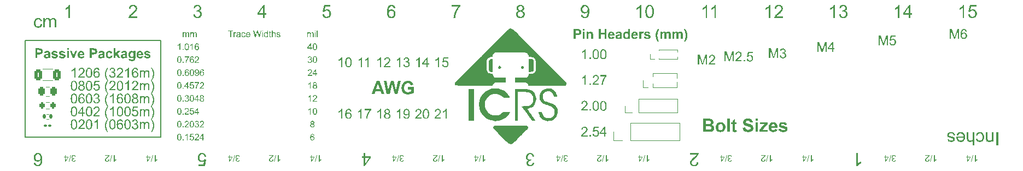
<source format=gbr>
%TF.GenerationSoftware,KiCad,Pcbnew,8.0.2*%
%TF.CreationDate,2024-06-03T00:30:19+01:00*%
%TF.ProjectId,Ruler_V2_KiCad,52756c65-725f-4563-925f-4b694361642e,rev?*%
%TF.SameCoordinates,Original*%
%TF.FileFunction,Legend,Top*%
%TF.FilePolarity,Positive*%
%FSLAX46Y46*%
G04 Gerber Fmt 4.6, Leading zero omitted, Abs format (unit mm)*
G04 Created by KiCad (PCBNEW 8.0.2) date 2024-06-03 00:30:19*
%MOMM*%
%LPD*%
G01*
G04 APERTURE LIST*
G04 Aperture macros list*
%AMRoundRect*
0 Rectangle with rounded corners*
0 $1 Rounding radius*
0 $2 $3 $4 $5 $6 $7 $8 $9 X,Y pos of 4 corners*
0 Add a 4 corners polygon primitive as box body*
4,1,4,$2,$3,$4,$5,$6,$7,$8,$9,$2,$3,0*
0 Add four circle primitives for the rounded corners*
1,1,$1+$1,$2,$3*
1,1,$1+$1,$4,$5*
1,1,$1+$1,$6,$7*
1,1,$1+$1,$8,$9*
0 Add four rect primitives between the rounded corners*
20,1,$1+$1,$2,$3,$4,$5,0*
20,1,$1+$1,$4,$5,$6,$7,0*
20,1,$1+$1,$6,$7,$8,$9,0*
20,1,$1+$1,$8,$9,$2,$3,0*%
G04 Aperture macros list end*
%ADD10C,0.200000*%
%ADD11C,0.220000*%
%ADD12C,0.187500*%
%ADD13C,0.300000*%
%ADD14C,0.150000*%
%ADD15C,0.000000*%
%ADD16C,0.120000*%
%ADD17C,0.381000*%
%ADD18RoundRect,0.250000X-0.262500X-0.450000X0.262500X-0.450000X0.262500X0.450000X-0.262500X0.450000X0*%
%ADD19RoundRect,0.200000X-0.200000X-0.275000X0.200000X-0.275000X0.200000X0.275000X-0.200000X0.275000X0*%
%ADD20C,9.200000*%
%ADD21R,1.700000X1.700000*%
%ADD22O,1.700000X1.700000*%
%ADD23C,5.600000*%
%ADD24R,1.350000X1.350000*%
%ADD25O,1.350000X1.350000*%
%ADD26RoundRect,0.250000X-0.312500X-0.625000X0.312500X-0.625000X0.312500X0.625000X-0.312500X0.625000X0*%
%ADD27C,3.800000*%
%ADD28RoundRect,0.100000X-0.130000X-0.100000X0.130000X-0.100000X0.130000X0.100000X-0.130000X0.100000X0*%
%ADD29RoundRect,0.135000X-0.135000X-0.185000X0.135000X-0.185000X0.135000X0.185000X-0.135000X0.185000X0*%
%ADD30C,4.700000*%
%ADD31C,11.000000*%
%ADD32C,7.500000*%
%ADD33R,1.000000X1.000000*%
%ADD34O,1.000000X1.000000*%
%ADD35R,0.850000X0.850000*%
%ADD36O,0.850000X0.850000*%
G04 APERTURE END LIST*
D10*
X77000000Y-93000000D02*
X98000000Y-93000000D01*
X98000000Y-108000000D01*
X77000000Y-108000000D01*
X77000000Y-93000000D01*
D11*
G36*
X199698674Y-94745000D02*
G01*
X199698674Y-93220924D01*
X199999459Y-93220924D01*
X200357031Y-94301699D01*
X200380089Y-94372430D01*
X200404210Y-94447513D01*
X200426261Y-94518061D01*
X200429205Y-94527745D01*
X200452509Y-94454347D01*
X200478147Y-94376337D01*
X200502728Y-94302904D01*
X200509439Y-94283014D01*
X200871040Y-93220924D01*
X201139951Y-93220924D01*
X201139951Y-94745000D01*
X200947244Y-94745000D01*
X200947244Y-93467121D01*
X200508339Y-94745000D01*
X200328088Y-94745000D01*
X199891016Y-93445505D01*
X199891016Y-94745000D01*
X199698674Y-94745000D01*
G37*
G36*
X202157711Y-94205711D02*
G01*
X202361776Y-94205711D01*
X202361776Y-94375704D01*
X202157711Y-94375704D01*
X202157711Y-94745000D01*
X201972331Y-94745000D01*
X201972331Y-94375704D01*
X201316905Y-94375704D01*
X201316905Y-94205711D01*
X201499355Y-94205711D01*
X201972331Y-94205711D01*
X201972331Y-93520610D01*
X201499355Y-94205711D01*
X201316905Y-94205711D01*
X202006403Y-93220924D01*
X202157711Y-93220924D01*
X202157711Y-94205711D01*
G37*
D12*
G36*
X164112456Y-103696645D02*
G01*
X164112456Y-103872500D01*
X163113747Y-103872500D01*
X163119685Y-103798697D01*
X163135362Y-103743539D01*
X163167177Y-103673656D01*
X163205417Y-103610801D01*
X163252529Y-103548591D01*
X163257728Y-103542405D01*
X163310832Y-103484123D01*
X163367962Y-103428230D01*
X163425614Y-103376168D01*
X163490419Y-103321160D01*
X163500261Y-103313061D01*
X163559315Y-103263459D01*
X163626112Y-103205175D01*
X163685109Y-103151024D01*
X163745611Y-103091497D01*
X163802001Y-103029569D01*
X163832920Y-102990294D01*
X163874893Y-102924333D01*
X163905418Y-102853421D01*
X163919409Y-102778311D01*
X163919748Y-102764980D01*
X163908620Y-102686395D01*
X163875235Y-102617702D01*
X163840614Y-102577402D01*
X163780833Y-102533808D01*
X163709796Y-102508309D01*
X163635450Y-102500832D01*
X163556867Y-102509025D01*
X163482493Y-102536963D01*
X163420760Y-102584729D01*
X163374950Y-102650071D01*
X163349534Y-102722771D01*
X163339874Y-102799031D01*
X163339427Y-102817370D01*
X163148918Y-102797220D01*
X163160012Y-102718734D01*
X163178731Y-102647589D01*
X163210207Y-102573866D01*
X163252061Y-102510135D01*
X163296196Y-102463463D01*
X163356325Y-102418638D01*
X163424835Y-102384823D01*
X163501723Y-102362018D01*
X163574298Y-102351233D01*
X163639480Y-102348424D01*
X163717769Y-102352687D01*
X163801064Y-102368438D01*
X163875699Y-102395794D01*
X163941673Y-102434756D01*
X163983496Y-102469691D01*
X164032888Y-102525515D01*
X164074482Y-102596097D01*
X164100231Y-102673915D01*
X164109763Y-102747942D01*
X164110258Y-102770109D01*
X164104151Y-102843746D01*
X164085830Y-102916415D01*
X164073255Y-102949628D01*
X164038599Y-103016913D01*
X163994702Y-103080944D01*
X163950157Y-103135008D01*
X163892715Y-103195564D01*
X163835576Y-103250596D01*
X163777921Y-103303292D01*
X163712254Y-103361089D01*
X163664026Y-103402454D01*
X163605701Y-103452416D01*
X163548237Y-103502597D01*
X163491098Y-103554288D01*
X163449703Y-103594795D01*
X163401751Y-103651905D01*
X163371667Y-103696645D01*
X164112456Y-103696645D01*
G37*
G36*
X164409577Y-103872500D02*
G01*
X164409577Y-103661474D01*
X164620969Y-103661474D01*
X164620969Y-103872500D01*
X164409577Y-103872500D01*
G37*
G36*
X165461248Y-102354225D02*
G01*
X165534221Y-102371628D01*
X165594399Y-102397517D01*
X165658834Y-102440467D01*
X165714200Y-102495680D01*
X165746074Y-102539300D01*
X165784099Y-102607578D01*
X165813409Y-102677988D01*
X165835504Y-102748149D01*
X165839863Y-102764614D01*
X165854770Y-102836719D01*
X165865417Y-102920410D01*
X165871240Y-103003145D01*
X165873636Y-103081120D01*
X165873935Y-103122552D01*
X165872603Y-103203395D01*
X165868604Y-103279230D01*
X165860288Y-103363620D01*
X165848134Y-103440796D01*
X165829103Y-103521720D01*
X165819347Y-103553396D01*
X165788664Y-103630630D01*
X165751203Y-103698568D01*
X165706965Y-103757209D01*
X165655949Y-103806554D01*
X165590222Y-103849766D01*
X165515454Y-103878836D01*
X165441402Y-103892804D01*
X165381175Y-103895947D01*
X165302590Y-103890421D01*
X165230600Y-103873845D01*
X165154945Y-103840538D01*
X165088267Y-103792190D01*
X165038258Y-103738777D01*
X164995196Y-103673886D01*
X164959433Y-103597369D01*
X164936077Y-103527782D01*
X164917393Y-103450754D01*
X164903379Y-103366284D01*
X164894037Y-103274373D01*
X164890096Y-103200555D01*
X164888782Y-103122552D01*
X164888788Y-103122185D01*
X165079291Y-103122185D01*
X165080654Y-103211704D01*
X165084741Y-103293415D01*
X165091553Y-103367318D01*
X165103900Y-103448716D01*
X165124336Y-103530289D01*
X165155927Y-103603253D01*
X165166486Y-103619708D01*
X165218721Y-103679568D01*
X165284237Y-103723102D01*
X165357624Y-103742451D01*
X165381175Y-103743539D01*
X165457117Y-103731411D01*
X165525116Y-103695025D01*
X165579525Y-103641537D01*
X165596231Y-103619342D01*
X165630206Y-103553102D01*
X165652686Y-103477376D01*
X165666736Y-103400910D01*
X165676529Y-103312297D01*
X165681297Y-103232662D01*
X165683341Y-103145252D01*
X165683426Y-103122185D01*
X165682063Y-103032421D01*
X165677976Y-102950521D01*
X165671164Y-102876487D01*
X165658817Y-102795005D01*
X165638381Y-102713449D01*
X165606790Y-102640667D01*
X165596231Y-102624296D01*
X165543822Y-102564614D01*
X165477705Y-102521208D01*
X165403287Y-102501917D01*
X165379344Y-102500832D01*
X165304475Y-102511458D01*
X165233773Y-102547692D01*
X165180092Y-102602947D01*
X165175279Y-102609642D01*
X165137877Y-102681627D01*
X165113131Y-102761217D01*
X165097664Y-102840155D01*
X165086884Y-102930560D01*
X165081635Y-103011140D01*
X165079385Y-103099059D01*
X165079291Y-103122185D01*
X164888788Y-103122185D01*
X164890123Y-103041190D01*
X164894148Y-102964944D01*
X164902520Y-102880202D01*
X164914756Y-102802827D01*
X164933915Y-102721869D01*
X164943736Y-102690242D01*
X164974717Y-102612893D01*
X165012338Y-102544979D01*
X165056600Y-102486498D01*
X165107501Y-102437451D01*
X165173141Y-102394415D01*
X165247648Y-102365464D01*
X165321322Y-102351554D01*
X165381175Y-102348424D01*
X165461248Y-102354225D01*
G37*
G36*
X166629217Y-102354225D02*
G01*
X166702190Y-102371628D01*
X166762369Y-102397517D01*
X166826803Y-102440467D01*
X166882170Y-102495680D01*
X166914043Y-102539300D01*
X166952069Y-102607578D01*
X166981378Y-102677988D01*
X167003474Y-102748149D01*
X167007833Y-102764614D01*
X167022739Y-102836719D01*
X167033387Y-102920410D01*
X167039209Y-103003145D01*
X167041605Y-103081120D01*
X167041905Y-103122552D01*
X167040572Y-103203395D01*
X167036574Y-103279230D01*
X167028258Y-103363620D01*
X167016103Y-103440796D01*
X166997072Y-103521720D01*
X166987316Y-103553396D01*
X166956633Y-103630630D01*
X166919173Y-103698568D01*
X166874934Y-103757209D01*
X166823918Y-103806554D01*
X166758191Y-103849766D01*
X166683423Y-103878836D01*
X166609372Y-103892804D01*
X166549145Y-103895947D01*
X166470560Y-103890421D01*
X166398569Y-103873845D01*
X166322915Y-103840538D01*
X166256236Y-103792190D01*
X166206228Y-103738777D01*
X166163166Y-103673886D01*
X166127402Y-103597369D01*
X166104046Y-103527782D01*
X166085362Y-103450754D01*
X166071348Y-103366284D01*
X166062006Y-103274373D01*
X166058065Y-103200555D01*
X166056751Y-103122552D01*
X166056757Y-103122185D01*
X166247260Y-103122185D01*
X166248623Y-103211704D01*
X166252710Y-103293415D01*
X166259522Y-103367318D01*
X166271869Y-103448716D01*
X166292305Y-103530289D01*
X166323896Y-103603253D01*
X166334455Y-103619708D01*
X166386690Y-103679568D01*
X166452206Y-103723102D01*
X166525594Y-103742451D01*
X166549145Y-103743539D01*
X166625087Y-103731411D01*
X166693086Y-103695025D01*
X166747494Y-103641537D01*
X166764200Y-103619342D01*
X166798176Y-103553102D01*
X166820656Y-103477376D01*
X166834706Y-103400910D01*
X166844498Y-103312297D01*
X166849266Y-103232662D01*
X166851310Y-103145252D01*
X166851395Y-103122185D01*
X166850033Y-103032421D01*
X166845946Y-102950521D01*
X166839133Y-102876487D01*
X166826787Y-102795005D01*
X166806350Y-102713449D01*
X166774759Y-102640667D01*
X166764200Y-102624296D01*
X166711792Y-102564614D01*
X166645674Y-102521208D01*
X166571257Y-102501917D01*
X166547313Y-102500832D01*
X166472444Y-102511458D01*
X166401742Y-102547692D01*
X166348061Y-102602947D01*
X166343248Y-102609642D01*
X166305847Y-102681627D01*
X166281100Y-102761217D01*
X166265633Y-102840155D01*
X166254853Y-102930560D01*
X166249604Y-103011140D01*
X166247354Y-103099059D01*
X166247260Y-103122185D01*
X166056757Y-103122185D01*
X166058093Y-103041190D01*
X166062118Y-102964944D01*
X166070490Y-102880202D01*
X166082726Y-102802827D01*
X166101885Y-102721869D01*
X166111706Y-102690242D01*
X166142686Y-102612893D01*
X166180307Y-102544979D01*
X166224569Y-102486498D01*
X166275471Y-102437451D01*
X166341110Y-102394415D01*
X166415618Y-102365464D01*
X166489291Y-102351554D01*
X166549145Y-102348424D01*
X166629217Y-102354225D01*
G37*
G36*
X84660027Y-101226725D02*
G01*
X84733000Y-101244128D01*
X84793178Y-101270017D01*
X84857612Y-101312967D01*
X84912979Y-101368180D01*
X84944853Y-101411800D01*
X84982878Y-101480078D01*
X85012187Y-101550488D01*
X85034283Y-101620649D01*
X85038642Y-101637114D01*
X85053549Y-101709219D01*
X85064196Y-101792910D01*
X85070019Y-101875645D01*
X85072415Y-101953620D01*
X85072714Y-101995052D01*
X85071381Y-102075895D01*
X85067383Y-102151730D01*
X85059067Y-102236120D01*
X85046913Y-102313296D01*
X85027881Y-102394220D01*
X85018126Y-102425896D01*
X84987443Y-102503130D01*
X84949982Y-102571068D01*
X84905744Y-102629709D01*
X84854727Y-102679054D01*
X84789001Y-102722266D01*
X84714232Y-102751336D01*
X84640181Y-102765304D01*
X84579954Y-102768447D01*
X84501369Y-102762921D01*
X84429378Y-102746345D01*
X84353724Y-102713038D01*
X84287046Y-102664690D01*
X84237037Y-102611277D01*
X84193975Y-102546386D01*
X84158212Y-102469869D01*
X84134856Y-102400282D01*
X84116171Y-102323254D01*
X84102158Y-102238784D01*
X84092816Y-102146873D01*
X84088874Y-102073055D01*
X84087561Y-101995052D01*
X84087567Y-101994685D01*
X84278070Y-101994685D01*
X84279432Y-102084204D01*
X84283520Y-102165915D01*
X84290332Y-102239818D01*
X84302679Y-102321216D01*
X84323115Y-102402789D01*
X84354706Y-102475753D01*
X84365265Y-102492208D01*
X84417499Y-102552068D01*
X84483016Y-102595602D01*
X84556403Y-102614951D01*
X84579954Y-102616039D01*
X84655896Y-102603911D01*
X84723895Y-102567525D01*
X84778304Y-102514037D01*
X84795010Y-102491842D01*
X84828985Y-102425602D01*
X84851465Y-102349876D01*
X84865515Y-102273410D01*
X84875307Y-102184797D01*
X84880076Y-102105162D01*
X84882120Y-102017752D01*
X84882205Y-101994685D01*
X84880842Y-101904921D01*
X84876755Y-101823021D01*
X84869943Y-101748987D01*
X84857596Y-101667505D01*
X84837160Y-101585949D01*
X84805569Y-101513167D01*
X84795010Y-101496796D01*
X84742601Y-101437114D01*
X84676484Y-101393708D01*
X84602066Y-101374417D01*
X84578122Y-101373332D01*
X84503254Y-101383958D01*
X84432552Y-101420192D01*
X84378871Y-101475447D01*
X84374057Y-101482142D01*
X84336656Y-101554127D01*
X84311909Y-101633717D01*
X84296443Y-101712655D01*
X84285663Y-101803060D01*
X84280413Y-101883640D01*
X84278164Y-101971559D01*
X84278070Y-101994685D01*
X84087567Y-101994685D01*
X84088902Y-101913690D01*
X84092927Y-101837444D01*
X84101299Y-101752702D01*
X84113535Y-101675327D01*
X84132694Y-101594369D01*
X84142515Y-101562742D01*
X84173496Y-101485393D01*
X84211117Y-101417479D01*
X84255378Y-101358998D01*
X84306280Y-101309951D01*
X84371920Y-101266915D01*
X84446427Y-101237964D01*
X84520101Y-101224054D01*
X84579954Y-101220924D01*
X84660027Y-101226725D01*
G37*
G36*
X85864278Y-101225815D02*
G01*
X85942342Y-101243384D01*
X86012301Y-101273729D01*
X86074153Y-101316851D01*
X86081315Y-101323140D01*
X86132583Y-101378942D01*
X86172448Y-101444498D01*
X86200910Y-101519809D01*
X86216460Y-101593707D01*
X86217969Y-101604874D01*
X86033688Y-101619528D01*
X86012118Y-101543554D01*
X85979660Y-101476795D01*
X85963346Y-101455397D01*
X85902071Y-101405389D01*
X85830905Y-101378461D01*
X85777965Y-101373332D01*
X85704525Y-101382658D01*
X85635021Y-101413350D01*
X85622260Y-101422058D01*
X85566435Y-101472221D01*
X85519354Y-101536063D01*
X85484141Y-101605973D01*
X85459705Y-101681917D01*
X85444357Y-101763095D01*
X85435850Y-101844682D01*
X85432213Y-101922456D01*
X85431751Y-101949989D01*
X85481351Y-101889633D01*
X85537964Y-101841053D01*
X85595516Y-101807107D01*
X85669567Y-101778531D01*
X85746092Y-101763143D01*
X85798482Y-101760212D01*
X85877081Y-101766769D01*
X85950351Y-101786439D01*
X86018292Y-101819222D01*
X86080903Y-101865118D01*
X86114288Y-101897233D01*
X86165108Y-101960858D01*
X86203446Y-102032162D01*
X86229302Y-102111145D01*
X86241529Y-102184956D01*
X86244713Y-102250774D01*
X86239845Y-102329374D01*
X86225239Y-102404845D01*
X86200896Y-102477185D01*
X86183164Y-102516022D01*
X86145097Y-102580332D01*
X86094236Y-102641182D01*
X86034358Y-102690871D01*
X86014637Y-102703600D01*
X85944949Y-102737797D01*
X85869608Y-102759328D01*
X85788614Y-102768194D01*
X85771737Y-102768447D01*
X85687785Y-102762432D01*
X85609861Y-102744387D01*
X85537965Y-102714312D01*
X85472097Y-102672207D01*
X85412256Y-102618073D01*
X85393649Y-102597355D01*
X85343971Y-102525403D01*
X85310424Y-102453538D01*
X85284015Y-102370850D01*
X85268026Y-102296907D01*
X85260839Y-102246011D01*
X85460694Y-102246011D01*
X85467405Y-102324099D01*
X85487540Y-102399405D01*
X85501360Y-102433224D01*
X85539723Y-102498841D01*
X85592937Y-102553819D01*
X85614933Y-102569511D01*
X85685237Y-102602908D01*
X85758760Y-102615858D01*
X85768806Y-102616039D01*
X85845553Y-102604610D01*
X85914595Y-102570324D01*
X85970673Y-102519319D01*
X86015302Y-102452071D01*
X86041336Y-102379924D01*
X86053237Y-102306548D01*
X86055303Y-102256270D01*
X86050082Y-102180638D01*
X86031728Y-102105680D01*
X85995836Y-102034969D01*
X85971772Y-102004577D01*
X85915343Y-101956084D01*
X85843519Y-101923486D01*
X85769359Y-101912710D01*
X85761479Y-101912620D01*
X85686660Y-101921600D01*
X85612955Y-101952223D01*
X85553765Y-101998920D01*
X85548255Y-102004577D01*
X85502080Y-102067668D01*
X85473007Y-102141993D01*
X85461463Y-102218490D01*
X85460694Y-102246011D01*
X85260839Y-102246011D01*
X85256606Y-102216038D01*
X85249754Y-102128242D01*
X85247470Y-102033520D01*
X85248890Y-101953263D01*
X85253150Y-101877217D01*
X85263248Y-101782375D01*
X85278395Y-101695020D01*
X85298591Y-101615152D01*
X85323835Y-101542772D01*
X85362491Y-101462827D01*
X85409036Y-101394581D01*
X85465382Y-101335565D01*
X85528632Y-101288759D01*
X85598785Y-101254163D01*
X85675841Y-101231778D01*
X85759802Y-101221602D01*
X85789323Y-101220924D01*
X85864278Y-101225815D01*
G37*
G36*
X86995966Y-101226725D02*
G01*
X87068939Y-101244128D01*
X87129117Y-101270017D01*
X87193551Y-101312967D01*
X87248918Y-101368180D01*
X87280792Y-101411800D01*
X87318817Y-101480078D01*
X87348126Y-101550488D01*
X87370222Y-101620649D01*
X87374581Y-101637114D01*
X87389487Y-101709219D01*
X87400135Y-101792910D01*
X87405958Y-101875645D01*
X87408353Y-101953620D01*
X87408653Y-101995052D01*
X87407320Y-102075895D01*
X87403322Y-102151730D01*
X87395006Y-102236120D01*
X87382851Y-102313296D01*
X87363820Y-102394220D01*
X87354064Y-102425896D01*
X87323381Y-102503130D01*
X87285921Y-102571068D01*
X87241682Y-102629709D01*
X87190666Y-102679054D01*
X87124939Y-102722266D01*
X87050171Y-102751336D01*
X86976120Y-102765304D01*
X86915893Y-102768447D01*
X86837308Y-102762921D01*
X86765317Y-102746345D01*
X86689663Y-102713038D01*
X86622984Y-102664690D01*
X86572976Y-102611277D01*
X86529914Y-102546386D01*
X86494150Y-102469869D01*
X86470794Y-102400282D01*
X86452110Y-102323254D01*
X86438096Y-102238784D01*
X86428754Y-102146873D01*
X86424813Y-102073055D01*
X86423499Y-101995052D01*
X86423505Y-101994685D01*
X86614009Y-101994685D01*
X86615371Y-102084204D01*
X86619458Y-102165915D01*
X86626270Y-102239818D01*
X86638617Y-102321216D01*
X86659053Y-102402789D01*
X86690645Y-102475753D01*
X86701203Y-102492208D01*
X86753438Y-102552068D01*
X86818954Y-102595602D01*
X86892342Y-102614951D01*
X86915893Y-102616039D01*
X86991835Y-102603911D01*
X87059834Y-102567525D01*
X87114242Y-102514037D01*
X87130949Y-102491842D01*
X87164924Y-102425602D01*
X87187404Y-102349876D01*
X87201454Y-102273410D01*
X87211246Y-102184797D01*
X87216014Y-102105162D01*
X87218058Y-102017752D01*
X87218143Y-101994685D01*
X87216781Y-101904921D01*
X87212694Y-101823021D01*
X87205882Y-101748987D01*
X87193535Y-101667505D01*
X87173098Y-101585949D01*
X87141507Y-101513167D01*
X87130949Y-101496796D01*
X87078540Y-101437114D01*
X87012423Y-101393708D01*
X86938005Y-101374417D01*
X86914061Y-101373332D01*
X86839192Y-101383958D01*
X86768490Y-101420192D01*
X86714809Y-101475447D01*
X86709996Y-101482142D01*
X86672595Y-101554127D01*
X86647848Y-101633717D01*
X86632381Y-101712655D01*
X86621601Y-101803060D01*
X86616352Y-101883640D01*
X86614102Y-101971559D01*
X86614009Y-101994685D01*
X86423505Y-101994685D01*
X86424841Y-101913690D01*
X86428866Y-101837444D01*
X86437238Y-101752702D01*
X86449474Y-101675327D01*
X86468633Y-101594369D01*
X86478454Y-101562742D01*
X86509434Y-101485393D01*
X86547056Y-101417479D01*
X86591317Y-101358998D01*
X86642219Y-101309951D01*
X86707858Y-101266915D01*
X86782366Y-101237964D01*
X86856039Y-101224054D01*
X86915893Y-101220924D01*
X86995966Y-101226725D01*
G37*
G36*
X87592568Y-102347861D02*
G01*
X87777948Y-102322948D01*
X87796678Y-102395373D01*
X87824428Y-102463879D01*
X87867948Y-102528953D01*
X87886392Y-102547529D01*
X87948782Y-102589278D01*
X88020550Y-102611757D01*
X88073604Y-102616039D01*
X88151571Y-102607166D01*
X88221523Y-102580548D01*
X88283462Y-102536183D01*
X88294888Y-102525181D01*
X88342415Y-102464173D01*
X88372340Y-102394721D01*
X88384661Y-102316826D01*
X88385013Y-102300233D01*
X88376856Y-102224721D01*
X88349040Y-102151822D01*
X88301482Y-102089574D01*
X88238730Y-102042225D01*
X88165328Y-102014531D01*
X88089357Y-102006409D01*
X88013394Y-102014423D01*
X87958199Y-102026926D01*
X87979082Y-101852170D01*
X88008757Y-101854002D01*
X88087508Y-101846815D01*
X88160544Y-101825256D01*
X88221981Y-101793185D01*
X88276005Y-101743581D01*
X88309364Y-101671694D01*
X88316870Y-101605607D01*
X88305442Y-101529728D01*
X88267575Y-101460726D01*
X88247627Y-101439277D01*
X88185014Y-101396580D01*
X88109098Y-101375650D01*
X88069574Y-101373332D01*
X87993565Y-101382811D01*
X87922617Y-101414476D01*
X87889323Y-101440743D01*
X87842457Y-101500781D01*
X87812259Y-101572471D01*
X87796632Y-101642976D01*
X87611252Y-101610003D01*
X87630153Y-101532896D01*
X87657364Y-101463784D01*
X87698637Y-101394587D01*
X87750764Y-101335831D01*
X87765491Y-101322773D01*
X87829445Y-101278214D01*
X87900771Y-101246386D01*
X87979471Y-101227290D01*
X88054382Y-101221024D01*
X88065544Y-101220924D01*
X88140813Y-101226076D01*
X88219229Y-101243644D01*
X88293056Y-101273681D01*
X88358788Y-101314540D01*
X88412917Y-101364576D01*
X88452058Y-101418028D01*
X88485769Y-101488044D01*
X88503922Y-101561254D01*
X88507379Y-101611835D01*
X88498733Y-101688173D01*
X88472793Y-101758828D01*
X88454989Y-101789521D01*
X88404018Y-101849032D01*
X88342048Y-101894413D01*
X88299284Y-101916650D01*
X88369957Y-101939470D01*
X88437333Y-101977266D01*
X88492975Y-102028156D01*
X88507379Y-102045976D01*
X88546599Y-102112172D01*
X88571293Y-102188028D01*
X88581097Y-102264558D01*
X88581751Y-102291807D01*
X88574844Y-102376109D01*
X88554122Y-102454626D01*
X88519586Y-102527357D01*
X88471235Y-102594304D01*
X88437404Y-102629961D01*
X88380607Y-102677025D01*
X88307605Y-102719625D01*
X88227345Y-102748972D01*
X88152774Y-102763578D01*
X88072871Y-102768447D01*
X87989062Y-102762854D01*
X87911705Y-102746077D01*
X87840799Y-102718115D01*
X87776345Y-102678968D01*
X87742411Y-102651577D01*
X87690411Y-102596972D01*
X87649175Y-102535741D01*
X87618704Y-102467883D01*
X87598996Y-102393399D01*
X87592568Y-102347861D01*
G37*
G36*
X89748621Y-103190498D02*
G01*
X89701804Y-103127971D01*
X89657295Y-103062207D01*
X89615093Y-102993204D01*
X89575199Y-102920963D01*
X89537613Y-102845485D01*
X89502334Y-102766768D01*
X89488869Y-102734375D01*
X89458367Y-102652183D01*
X89433034Y-102569096D01*
X89412872Y-102485115D01*
X89397879Y-102400239D01*
X89388056Y-102314469D01*
X89383403Y-102227805D01*
X89382990Y-102192889D01*
X89384922Y-102116338D01*
X89390718Y-102040790D01*
X89400378Y-101966244D01*
X89413902Y-101892699D01*
X89431290Y-101820156D01*
X89452542Y-101748615D01*
X89462124Y-101720279D01*
X89493559Y-101638253D01*
X89529930Y-101556352D01*
X89571239Y-101474577D01*
X89607842Y-101409246D01*
X89647603Y-101343996D01*
X89690525Y-101278827D01*
X89736607Y-101213737D01*
X89748621Y-101197477D01*
X89881612Y-101197477D01*
X89844743Y-101261896D01*
X89805931Y-101331242D01*
X89768139Y-101401174D01*
X89734823Y-101466627D01*
X89716748Y-101505589D01*
X89686935Y-101577832D01*
X89660511Y-101651677D01*
X89637476Y-101727125D01*
X89617829Y-101804176D01*
X89602764Y-101876931D01*
X89590816Y-101949840D01*
X89581984Y-102022904D01*
X89576270Y-102096123D01*
X89573672Y-102169496D01*
X89573499Y-102193988D01*
X89576207Y-102287473D01*
X89584331Y-102380945D01*
X89597871Y-102474404D01*
X89616827Y-102567851D01*
X89641200Y-102661285D01*
X89670988Y-102754705D01*
X89706192Y-102848113D01*
X89746812Y-102941508D01*
X89792849Y-103034890D01*
X89844301Y-103128259D01*
X89881612Y-103190498D01*
X89748621Y-103190498D01*
G37*
G36*
X90740369Y-102745000D02*
G01*
X90554989Y-102745000D01*
X90554989Y-101557247D01*
X90498832Y-101605881D01*
X90437036Y-101650463D01*
X90379134Y-101686939D01*
X90313310Y-101724091D01*
X90245945Y-101757685D01*
X90183862Y-101783660D01*
X90183862Y-101596081D01*
X90250107Y-101562890D01*
X90321222Y-101521393D01*
X90387436Y-101476096D01*
X90448751Y-101426997D01*
X90456071Y-101420593D01*
X90510064Y-101369508D01*
X90560624Y-101312968D01*
X90604158Y-101251301D01*
X90620935Y-101220924D01*
X90740369Y-101220924D01*
X90740369Y-102745000D01*
G37*
G36*
X91818430Y-101225815D02*
G01*
X91896494Y-101243384D01*
X91966453Y-101273729D01*
X92028305Y-101316851D01*
X92035467Y-101323140D01*
X92086735Y-101378942D01*
X92126600Y-101444498D01*
X92155062Y-101519809D01*
X92170612Y-101593707D01*
X92172121Y-101604874D01*
X91987840Y-101619528D01*
X91966270Y-101543554D01*
X91933812Y-101476795D01*
X91917498Y-101455397D01*
X91856223Y-101405389D01*
X91785057Y-101378461D01*
X91732117Y-101373332D01*
X91658677Y-101382658D01*
X91589173Y-101413350D01*
X91576413Y-101422058D01*
X91520587Y-101472221D01*
X91473506Y-101536063D01*
X91438293Y-101605973D01*
X91413857Y-101681917D01*
X91398509Y-101763095D01*
X91390002Y-101844682D01*
X91386365Y-101922456D01*
X91385903Y-101949989D01*
X91435503Y-101889633D01*
X91492116Y-101841053D01*
X91549668Y-101807107D01*
X91623719Y-101778531D01*
X91700244Y-101763143D01*
X91752634Y-101760212D01*
X91831233Y-101766769D01*
X91904503Y-101786439D01*
X91972444Y-101819222D01*
X92035055Y-101865118D01*
X92068440Y-101897233D01*
X92119260Y-101960858D01*
X92157598Y-102032162D01*
X92183454Y-102111145D01*
X92195681Y-102184956D01*
X92198866Y-102250774D01*
X92193997Y-102329374D01*
X92179391Y-102404845D01*
X92155048Y-102477185D01*
X92137316Y-102516022D01*
X92099249Y-102580332D01*
X92048388Y-102641182D01*
X91988510Y-102690871D01*
X91968789Y-102703600D01*
X91899101Y-102737797D01*
X91823760Y-102759328D01*
X91742766Y-102768194D01*
X91725889Y-102768447D01*
X91641937Y-102762432D01*
X91564013Y-102744387D01*
X91492117Y-102714312D01*
X91426249Y-102672207D01*
X91366409Y-102618073D01*
X91347801Y-102597355D01*
X91298123Y-102525403D01*
X91264576Y-102453538D01*
X91238167Y-102370850D01*
X91222178Y-102296907D01*
X91214991Y-102246011D01*
X91414846Y-102246011D01*
X91421558Y-102324099D01*
X91441692Y-102399405D01*
X91455512Y-102433224D01*
X91493875Y-102498841D01*
X91547089Y-102553819D01*
X91569085Y-102569511D01*
X91639389Y-102602908D01*
X91712912Y-102615858D01*
X91722958Y-102616039D01*
X91799706Y-102604610D01*
X91868747Y-102570324D01*
X91924825Y-102519319D01*
X91969454Y-102452071D01*
X91995488Y-102379924D01*
X92007389Y-102306548D01*
X92009455Y-102256270D01*
X92004234Y-102180638D01*
X91985881Y-102105680D01*
X91949988Y-102034969D01*
X91925924Y-102004577D01*
X91869495Y-101956084D01*
X91797672Y-101923486D01*
X91723511Y-101912710D01*
X91715631Y-101912620D01*
X91640813Y-101921600D01*
X91567108Y-101952223D01*
X91507917Y-101998920D01*
X91502407Y-102004577D01*
X91456232Y-102067668D01*
X91427159Y-102141993D01*
X91415616Y-102218490D01*
X91414846Y-102246011D01*
X91214991Y-102246011D01*
X91210758Y-102216038D01*
X91203906Y-102128242D01*
X91201622Y-102033520D01*
X91203042Y-101953263D01*
X91207302Y-101877217D01*
X91217400Y-101782375D01*
X91232547Y-101695020D01*
X91252743Y-101615152D01*
X91277987Y-101542772D01*
X91316644Y-101462827D01*
X91363189Y-101394581D01*
X91419534Y-101335565D01*
X91482784Y-101288759D01*
X91552937Y-101254163D01*
X91629993Y-101231778D01*
X91713954Y-101221602D01*
X91743475Y-101220924D01*
X91818430Y-101225815D01*
G37*
G36*
X92950118Y-101226725D02*
G01*
X93023091Y-101244128D01*
X93083269Y-101270017D01*
X93147703Y-101312967D01*
X93203070Y-101368180D01*
X93234944Y-101411800D01*
X93272969Y-101480078D01*
X93302278Y-101550488D01*
X93324374Y-101620649D01*
X93328733Y-101637114D01*
X93343639Y-101709219D01*
X93354287Y-101792910D01*
X93360110Y-101875645D01*
X93362505Y-101953620D01*
X93362805Y-101995052D01*
X93361472Y-102075895D01*
X93357474Y-102151730D01*
X93349158Y-102236120D01*
X93337003Y-102313296D01*
X93317972Y-102394220D01*
X93308217Y-102425896D01*
X93277534Y-102503130D01*
X93240073Y-102571068D01*
X93195834Y-102629709D01*
X93144818Y-102679054D01*
X93079091Y-102722266D01*
X93004323Y-102751336D01*
X92930272Y-102765304D01*
X92870045Y-102768447D01*
X92791460Y-102762921D01*
X92719469Y-102746345D01*
X92643815Y-102713038D01*
X92577137Y-102664690D01*
X92527128Y-102611277D01*
X92484066Y-102546386D01*
X92448302Y-102469869D01*
X92424947Y-102400282D01*
X92406262Y-102323254D01*
X92392249Y-102238784D01*
X92382906Y-102146873D01*
X92378965Y-102073055D01*
X92377651Y-101995052D01*
X92377657Y-101994685D01*
X92568161Y-101994685D01*
X92569523Y-102084204D01*
X92573610Y-102165915D01*
X92580422Y-102239818D01*
X92592769Y-102321216D01*
X92613206Y-102402789D01*
X92644797Y-102475753D01*
X92655355Y-102492208D01*
X92707590Y-102552068D01*
X92773106Y-102595602D01*
X92846494Y-102614951D01*
X92870045Y-102616039D01*
X92945987Y-102603911D01*
X93013986Y-102567525D01*
X93068394Y-102514037D01*
X93085101Y-102491842D01*
X93119076Y-102425602D01*
X93141556Y-102349876D01*
X93155606Y-102273410D01*
X93165398Y-102184797D01*
X93170167Y-102105162D01*
X93172210Y-102017752D01*
X93172295Y-101994685D01*
X93170933Y-101904921D01*
X93166846Y-101823021D01*
X93160034Y-101748987D01*
X93147687Y-101667505D01*
X93127250Y-101585949D01*
X93095659Y-101513167D01*
X93085101Y-101496796D01*
X93032692Y-101437114D01*
X92966575Y-101393708D01*
X92892157Y-101374417D01*
X92868213Y-101373332D01*
X92793344Y-101383958D01*
X92722642Y-101420192D01*
X92668961Y-101475447D01*
X92664148Y-101482142D01*
X92626747Y-101554127D01*
X92602000Y-101633717D01*
X92586533Y-101712655D01*
X92575753Y-101803060D01*
X92570504Y-101883640D01*
X92568254Y-101971559D01*
X92568161Y-101994685D01*
X92377657Y-101994685D01*
X92378993Y-101913690D01*
X92383018Y-101837444D01*
X92391390Y-101752702D01*
X92403626Y-101675327D01*
X92422785Y-101594369D01*
X92432606Y-101562742D01*
X92463587Y-101485393D01*
X92501208Y-101417479D01*
X92545469Y-101358998D01*
X92596371Y-101309951D01*
X92662010Y-101266915D01*
X92736518Y-101237964D01*
X92810192Y-101224054D01*
X92870045Y-101220924D01*
X92950118Y-101226725D01*
G37*
G36*
X94120869Y-101226481D02*
G01*
X94196325Y-101243154D01*
X94264383Y-101270940D01*
X94333105Y-101316307D01*
X94356385Y-101337062D01*
X94409279Y-101398130D01*
X94447060Y-101465564D01*
X94469729Y-101539363D01*
X94477285Y-101619528D01*
X94469505Y-101695349D01*
X94443520Y-101768766D01*
X94421964Y-101804542D01*
X94367820Y-101862318D01*
X94300990Y-101905132D01*
X94254535Y-101925443D01*
X94327571Y-101955195D01*
X94390059Y-101993758D01*
X94447117Y-102046938D01*
X94466294Y-102071256D01*
X94504548Y-102138053D01*
X94528633Y-102212506D01*
X94538197Y-102286061D01*
X94538834Y-102311957D01*
X94532277Y-102393624D01*
X94512608Y-102469366D01*
X94479824Y-102539183D01*
X94433928Y-102603073D01*
X94401814Y-102636922D01*
X94337730Y-102688170D01*
X94265372Y-102726832D01*
X94184739Y-102752905D01*
X94109039Y-102765236D01*
X94041311Y-102768447D01*
X93960532Y-102763810D01*
X93885807Y-102749900D01*
X93806278Y-102721950D01*
X93734989Y-102681378D01*
X93680443Y-102636556D01*
X93627053Y-102575572D01*
X93586776Y-102508348D01*
X93559613Y-102434883D01*
X93545563Y-102355176D01*
X93543487Y-102308293D01*
X93734298Y-102308293D01*
X93743640Y-102385871D01*
X93769368Y-102456437D01*
X93771667Y-102461067D01*
X93815014Y-102523122D01*
X93874299Y-102570526D01*
X93883408Y-102575739D01*
X93955628Y-102604666D01*
X94032838Y-102615882D01*
X94043510Y-102616039D01*
X94121892Y-102607739D01*
X94191257Y-102582838D01*
X94257146Y-102536272D01*
X94262595Y-102531043D01*
X94308384Y-102473183D01*
X94339164Y-102399124D01*
X94349339Y-102322330D01*
X94349424Y-102314155D01*
X94340694Y-102235315D01*
X94314505Y-102165491D01*
X94270856Y-102104683D01*
X94260031Y-102093604D01*
X94200024Y-102047622D01*
X94131288Y-102018671D01*
X94053822Y-102006750D01*
X94037281Y-102006409D01*
X93959708Y-102014853D01*
X93890936Y-102040183D01*
X93830965Y-102082401D01*
X93820027Y-102092871D01*
X93774819Y-102150903D01*
X93744428Y-102224490D01*
X93734382Y-102300253D01*
X93734298Y-102308293D01*
X93543487Y-102308293D01*
X93543422Y-102306828D01*
X93549334Y-102227957D01*
X93567070Y-102156621D01*
X93600644Y-102086196D01*
X93618161Y-102060631D01*
X93671062Y-102004768D01*
X93736342Y-101961283D01*
X93805678Y-101932732D01*
X93831018Y-101925443D01*
X93758734Y-101891896D01*
X93695974Y-101845425D01*
X93659926Y-101803810D01*
X93623871Y-101734373D01*
X93606904Y-101661155D01*
X93604239Y-101614399D01*
X93604883Y-101607438D01*
X93794016Y-101607438D01*
X93803701Y-101683430D01*
X93836054Y-101753081D01*
X93862892Y-101785125D01*
X93925924Y-101829720D01*
X93996128Y-101850706D01*
X94042411Y-101854002D01*
X94117235Y-101844367D01*
X94186085Y-101812186D01*
X94217899Y-101785491D01*
X94262257Y-101724748D01*
X94284001Y-101653846D01*
X94286409Y-101617697D01*
X94276466Y-101544847D01*
X94243252Y-101476392D01*
X94215701Y-101444040D01*
X94152804Y-101398259D01*
X94078419Y-101375818D01*
X94040212Y-101373332D01*
X93965629Y-101383017D01*
X93896341Y-101415371D01*
X93863991Y-101442208D01*
X93818685Y-101502705D01*
X93795724Y-101577999D01*
X93794016Y-101607438D01*
X93604883Y-101607438D01*
X93611635Y-101534395D01*
X93633823Y-101461076D01*
X93670803Y-101394443D01*
X93722575Y-101334497D01*
X93786803Y-101284809D01*
X93860785Y-101249317D01*
X93933522Y-101229908D01*
X94013727Y-101221368D01*
X94038014Y-101220924D01*
X94120869Y-101226481D01*
G37*
G36*
X94765247Y-102745000D02*
G01*
X94765247Y-101642976D01*
X94931210Y-101642976D01*
X94931210Y-101795383D01*
X94978507Y-101736165D01*
X95037051Y-101687105D01*
X95067864Y-101667889D01*
X95135458Y-101638419D01*
X95209647Y-101622551D01*
X95262770Y-101619528D01*
X95341198Y-101625416D01*
X95414906Y-101645268D01*
X95462072Y-101669354D01*
X95521518Y-101720595D01*
X95563292Y-101787123D01*
X95571981Y-101808939D01*
X95623373Y-101744569D01*
X95680276Y-101693517D01*
X95753631Y-101650789D01*
X95834490Y-101626187D01*
X95909769Y-101619528D01*
X95986568Y-101625207D01*
X96061691Y-101645171D01*
X96131157Y-101684212D01*
X96160362Y-101710387D01*
X96206537Y-101776533D01*
X96233472Y-101852460D01*
X96245786Y-101932992D01*
X96247923Y-101989556D01*
X96247923Y-102745000D01*
X96063276Y-102745000D01*
X96063276Y-102049274D01*
X96060751Y-101973831D01*
X96049531Y-101900971D01*
X96045324Y-101887707D01*
X96004188Y-101826641D01*
X95979745Y-101808206D01*
X95910615Y-101781391D01*
X95868736Y-101777798D01*
X95794028Y-101786976D01*
X95723093Y-101817922D01*
X95677128Y-101855467D01*
X95633742Y-101919652D01*
X95609929Y-101997161D01*
X95601594Y-102072306D01*
X95600924Y-102103496D01*
X95600924Y-102745000D01*
X95415177Y-102745000D01*
X95415177Y-102027292D01*
X95409809Y-101949014D01*
X95389624Y-101875480D01*
X95369748Y-101840446D01*
X95310214Y-101793460D01*
X95234380Y-101778043D01*
X95221737Y-101777798D01*
X95146266Y-101788239D01*
X95076657Y-101819563D01*
X95019412Y-101870671D01*
X94982216Y-101936220D01*
X94980303Y-101941196D01*
X94961089Y-102017819D01*
X94952975Y-102092723D01*
X94950628Y-102172006D01*
X94950628Y-102745000D01*
X94765247Y-102745000D01*
G37*
G36*
X96635170Y-103190498D02*
G01*
X96502180Y-103190498D01*
X96557243Y-103097138D01*
X96606890Y-103003764D01*
X96651121Y-102910378D01*
X96689936Y-102816979D01*
X96723335Y-102723566D01*
X96751318Y-102630141D01*
X96773885Y-102536704D01*
X96791036Y-102443253D01*
X96802770Y-102349789D01*
X96809089Y-102256312D01*
X96810293Y-102193988D01*
X96808171Y-102108857D01*
X96801808Y-102024006D01*
X96791201Y-101939436D01*
X96778733Y-101867171D01*
X96765963Y-101807107D01*
X96746660Y-101730193D01*
X96723922Y-101654791D01*
X96697750Y-101580900D01*
X96668143Y-101508520D01*
X96634619Y-101438002D01*
X96595796Y-101364122D01*
X96559677Y-101298525D01*
X96517555Y-101224194D01*
X96502180Y-101197477D01*
X96635170Y-101197477D01*
X96681956Y-101262547D01*
X96725594Y-101327696D01*
X96766083Y-101392926D01*
X96803423Y-101458237D01*
X96837615Y-101523627D01*
X96875928Y-101605477D01*
X96909321Y-101687453D01*
X96921301Y-101720279D01*
X96944204Y-101791419D01*
X96963225Y-101863561D01*
X96978365Y-101936705D01*
X96989622Y-102010851D01*
X96996998Y-102085999D01*
X97000491Y-102162148D01*
X97000802Y-102192889D01*
X96998199Y-102279911D01*
X96990391Y-102366039D01*
X96977377Y-102451272D01*
X96959157Y-102535611D01*
X96935731Y-102619055D01*
X96907100Y-102701605D01*
X96894190Y-102734375D01*
X96859756Y-102814387D01*
X96823085Y-102891160D01*
X96784179Y-102964696D01*
X96743036Y-103034994D01*
X96699657Y-103102054D01*
X96654043Y-103165876D01*
X96635170Y-103190498D01*
G37*
G36*
X84660027Y-99226725D02*
G01*
X84733000Y-99244128D01*
X84793178Y-99270017D01*
X84857612Y-99312967D01*
X84912979Y-99368180D01*
X84944853Y-99411800D01*
X84982878Y-99480078D01*
X85012187Y-99550488D01*
X85034283Y-99620649D01*
X85038642Y-99637114D01*
X85053549Y-99709219D01*
X85064196Y-99792910D01*
X85070019Y-99875645D01*
X85072415Y-99953620D01*
X85072714Y-99995052D01*
X85071381Y-100075895D01*
X85067383Y-100151730D01*
X85059067Y-100236120D01*
X85046913Y-100313296D01*
X85027881Y-100394220D01*
X85018126Y-100425896D01*
X84987443Y-100503130D01*
X84949982Y-100571068D01*
X84905744Y-100629709D01*
X84854727Y-100679054D01*
X84789001Y-100722266D01*
X84714232Y-100751336D01*
X84640181Y-100765304D01*
X84579954Y-100768447D01*
X84501369Y-100762921D01*
X84429378Y-100746345D01*
X84353724Y-100713038D01*
X84287046Y-100664690D01*
X84237037Y-100611277D01*
X84193975Y-100546386D01*
X84158212Y-100469869D01*
X84134856Y-100400282D01*
X84116171Y-100323254D01*
X84102158Y-100238784D01*
X84092816Y-100146873D01*
X84088874Y-100073055D01*
X84087561Y-99995052D01*
X84087567Y-99994685D01*
X84278070Y-99994685D01*
X84279432Y-100084204D01*
X84283520Y-100165915D01*
X84290332Y-100239818D01*
X84302679Y-100321216D01*
X84323115Y-100402789D01*
X84354706Y-100475753D01*
X84365265Y-100492208D01*
X84417499Y-100552068D01*
X84483016Y-100595602D01*
X84556403Y-100614951D01*
X84579954Y-100616039D01*
X84655896Y-100603911D01*
X84723895Y-100567525D01*
X84778304Y-100514037D01*
X84795010Y-100491842D01*
X84828985Y-100425602D01*
X84851465Y-100349876D01*
X84865515Y-100273410D01*
X84875307Y-100184797D01*
X84880076Y-100105162D01*
X84882120Y-100017752D01*
X84882205Y-99994685D01*
X84880842Y-99904921D01*
X84876755Y-99823021D01*
X84869943Y-99748987D01*
X84857596Y-99667505D01*
X84837160Y-99585949D01*
X84805569Y-99513167D01*
X84795010Y-99496796D01*
X84742601Y-99437114D01*
X84676484Y-99393708D01*
X84602066Y-99374417D01*
X84578122Y-99373332D01*
X84503254Y-99383958D01*
X84432552Y-99420192D01*
X84378871Y-99475447D01*
X84374057Y-99482142D01*
X84336656Y-99554127D01*
X84311909Y-99633717D01*
X84296443Y-99712655D01*
X84285663Y-99803060D01*
X84280413Y-99883640D01*
X84278164Y-99971559D01*
X84278070Y-99994685D01*
X84087567Y-99994685D01*
X84088902Y-99913690D01*
X84092927Y-99837444D01*
X84101299Y-99752702D01*
X84113535Y-99675327D01*
X84132694Y-99594369D01*
X84142515Y-99562742D01*
X84173496Y-99485393D01*
X84211117Y-99417479D01*
X84255378Y-99358998D01*
X84306280Y-99309951D01*
X84371920Y-99266915D01*
X84446427Y-99237964D01*
X84520101Y-99224054D01*
X84579954Y-99220924D01*
X84660027Y-99226725D01*
G37*
G36*
X85830778Y-99226481D02*
G01*
X85906234Y-99243154D01*
X85974293Y-99270940D01*
X86043014Y-99316307D01*
X86066294Y-99337062D01*
X86119188Y-99398130D01*
X86156969Y-99465564D01*
X86179638Y-99539363D01*
X86187194Y-99619528D01*
X86179415Y-99695349D01*
X86153429Y-99768766D01*
X86131873Y-99804542D01*
X86077730Y-99862318D01*
X86010900Y-99905132D01*
X85964445Y-99925443D01*
X86037481Y-99955195D01*
X86099968Y-99993758D01*
X86157026Y-100046938D01*
X86176203Y-100071256D01*
X86214457Y-100138053D01*
X86238542Y-100212506D01*
X86248106Y-100286061D01*
X86248743Y-100311957D01*
X86242187Y-100393624D01*
X86222517Y-100469366D01*
X86189734Y-100539183D01*
X86143837Y-100603073D01*
X86111723Y-100636922D01*
X86047639Y-100688170D01*
X85975281Y-100726832D01*
X85894648Y-100752905D01*
X85818948Y-100765236D01*
X85751221Y-100768447D01*
X85670442Y-100763810D01*
X85595716Y-100749900D01*
X85516188Y-100721950D01*
X85444899Y-100681378D01*
X85390352Y-100636556D01*
X85336962Y-100575572D01*
X85296686Y-100508348D01*
X85269523Y-100434883D01*
X85255473Y-100355176D01*
X85253397Y-100308293D01*
X85444207Y-100308293D01*
X85453550Y-100385871D01*
X85479278Y-100456437D01*
X85481577Y-100461067D01*
X85524923Y-100523122D01*
X85584209Y-100570526D01*
X85593318Y-100575739D01*
X85665537Y-100604666D01*
X85742747Y-100615882D01*
X85753419Y-100616039D01*
X85831801Y-100607739D01*
X85901167Y-100582838D01*
X85967056Y-100536272D01*
X85972505Y-100531043D01*
X86018293Y-100473183D01*
X86049073Y-100399124D01*
X86059248Y-100322330D01*
X86059333Y-100314155D01*
X86050603Y-100235315D01*
X86024414Y-100165491D01*
X85980765Y-100104683D01*
X85969940Y-100093604D01*
X85909934Y-100047622D01*
X85841197Y-100018671D01*
X85763731Y-100006750D01*
X85747191Y-100006409D01*
X85669617Y-100014853D01*
X85600845Y-100040183D01*
X85540875Y-100082401D01*
X85529937Y-100092871D01*
X85484728Y-100150903D01*
X85454338Y-100224490D01*
X85444291Y-100300253D01*
X85444207Y-100308293D01*
X85253397Y-100308293D01*
X85253332Y-100306828D01*
X85259244Y-100227957D01*
X85276979Y-100156621D01*
X85310553Y-100086196D01*
X85328070Y-100060631D01*
X85380971Y-100004768D01*
X85446251Y-99961283D01*
X85515587Y-99932732D01*
X85540928Y-99925443D01*
X85468643Y-99891896D01*
X85405883Y-99845425D01*
X85369836Y-99803810D01*
X85333780Y-99734373D01*
X85316813Y-99661155D01*
X85314148Y-99614399D01*
X85314792Y-99607438D01*
X85503925Y-99607438D01*
X85513611Y-99683430D01*
X85545964Y-99753081D01*
X85572801Y-99785125D01*
X85635833Y-99829720D01*
X85706038Y-99850706D01*
X85752320Y-99854002D01*
X85827144Y-99844367D01*
X85895994Y-99812186D01*
X85927808Y-99785491D01*
X85972166Y-99724748D01*
X85993910Y-99653846D01*
X85996318Y-99617697D01*
X85986375Y-99544847D01*
X85953161Y-99476392D01*
X85925610Y-99444040D01*
X85862713Y-99398259D01*
X85788328Y-99375818D01*
X85750122Y-99373332D01*
X85675538Y-99383017D01*
X85606250Y-99415371D01*
X85573900Y-99442208D01*
X85528594Y-99502705D01*
X85505633Y-99577999D01*
X85503925Y-99607438D01*
X85314792Y-99607438D01*
X85321544Y-99534395D01*
X85343732Y-99461076D01*
X85380712Y-99394443D01*
X85432484Y-99334497D01*
X85496712Y-99284809D01*
X85570695Y-99249317D01*
X85643431Y-99229908D01*
X85723636Y-99221368D01*
X85747923Y-99220924D01*
X85830778Y-99226481D01*
G37*
G36*
X86995966Y-99226725D02*
G01*
X87068939Y-99244128D01*
X87129117Y-99270017D01*
X87193551Y-99312967D01*
X87248918Y-99368180D01*
X87280792Y-99411800D01*
X87318817Y-99480078D01*
X87348126Y-99550488D01*
X87370222Y-99620649D01*
X87374581Y-99637114D01*
X87389487Y-99709219D01*
X87400135Y-99792910D01*
X87405958Y-99875645D01*
X87408353Y-99953620D01*
X87408653Y-99995052D01*
X87407320Y-100075895D01*
X87403322Y-100151730D01*
X87395006Y-100236120D01*
X87382851Y-100313296D01*
X87363820Y-100394220D01*
X87354064Y-100425896D01*
X87323381Y-100503130D01*
X87285921Y-100571068D01*
X87241682Y-100629709D01*
X87190666Y-100679054D01*
X87124939Y-100722266D01*
X87050171Y-100751336D01*
X86976120Y-100765304D01*
X86915893Y-100768447D01*
X86837308Y-100762921D01*
X86765317Y-100746345D01*
X86689663Y-100713038D01*
X86622984Y-100664690D01*
X86572976Y-100611277D01*
X86529914Y-100546386D01*
X86494150Y-100469869D01*
X86470794Y-100400282D01*
X86452110Y-100323254D01*
X86438096Y-100238784D01*
X86428754Y-100146873D01*
X86424813Y-100073055D01*
X86423499Y-99995052D01*
X86423505Y-99994685D01*
X86614009Y-99994685D01*
X86615371Y-100084204D01*
X86619458Y-100165915D01*
X86626270Y-100239818D01*
X86638617Y-100321216D01*
X86659053Y-100402789D01*
X86690645Y-100475753D01*
X86701203Y-100492208D01*
X86753438Y-100552068D01*
X86818954Y-100595602D01*
X86892342Y-100614951D01*
X86915893Y-100616039D01*
X86991835Y-100603911D01*
X87059834Y-100567525D01*
X87114242Y-100514037D01*
X87130949Y-100491842D01*
X87164924Y-100425602D01*
X87187404Y-100349876D01*
X87201454Y-100273410D01*
X87211246Y-100184797D01*
X87216014Y-100105162D01*
X87218058Y-100017752D01*
X87218143Y-99994685D01*
X87216781Y-99904921D01*
X87212694Y-99823021D01*
X87205882Y-99748987D01*
X87193535Y-99667505D01*
X87173098Y-99585949D01*
X87141507Y-99513167D01*
X87130949Y-99496796D01*
X87078540Y-99437114D01*
X87012423Y-99393708D01*
X86938005Y-99374417D01*
X86914061Y-99373332D01*
X86839192Y-99383958D01*
X86768490Y-99420192D01*
X86714809Y-99475447D01*
X86709996Y-99482142D01*
X86672595Y-99554127D01*
X86647848Y-99633717D01*
X86632381Y-99712655D01*
X86621601Y-99803060D01*
X86616352Y-99883640D01*
X86614102Y-99971559D01*
X86614009Y-99994685D01*
X86423505Y-99994685D01*
X86424841Y-99913690D01*
X86428866Y-99837444D01*
X86437238Y-99752702D01*
X86449474Y-99675327D01*
X86468633Y-99594369D01*
X86478454Y-99562742D01*
X86509434Y-99485393D01*
X86547056Y-99417479D01*
X86591317Y-99358998D01*
X86642219Y-99309951D01*
X86707858Y-99266915D01*
X86782366Y-99237964D01*
X86856039Y-99224054D01*
X86915893Y-99220924D01*
X86995966Y-99226725D01*
G37*
G36*
X87591468Y-100346395D02*
G01*
X87786374Y-100329909D01*
X87803054Y-100404481D01*
X87832191Y-100474219D01*
X87877135Y-100534980D01*
X87886758Y-100544232D01*
X87950420Y-100587990D01*
X88023252Y-100611551D01*
X88076901Y-100616039D01*
X88156471Y-100605950D01*
X88228026Y-100575682D01*
X88291568Y-100525235D01*
X88303314Y-100512725D01*
X88348298Y-100449307D01*
X88378559Y-100375282D01*
X88393099Y-100300578D01*
X88396371Y-100239050D01*
X88390784Y-100162183D01*
X88371142Y-100085943D01*
X88337357Y-100020541D01*
X88306978Y-99982962D01*
X88245934Y-99933503D01*
X88174085Y-99902362D01*
X88100183Y-99889997D01*
X88073604Y-99889173D01*
X87998681Y-99897307D01*
X87925721Y-99924076D01*
X87912037Y-99931671D01*
X87851136Y-99976804D01*
X87803759Y-100033208D01*
X87798464Y-100041580D01*
X87624441Y-100018866D01*
X87770621Y-99244371D01*
X88522034Y-99244371D01*
X88522034Y-99420226D01*
X87918998Y-99420226D01*
X87837665Y-99826158D01*
X87906610Y-99787049D01*
X87977158Y-99759113D01*
X88049309Y-99742352D01*
X88123063Y-99736765D01*
X88206654Y-99743357D01*
X88284319Y-99763132D01*
X88356059Y-99796090D01*
X88421873Y-99842232D01*
X88456821Y-99874518D01*
X88509925Y-99938411D01*
X88549986Y-100009878D01*
X88577004Y-100088918D01*
X88589781Y-100162695D01*
X88593108Y-100228426D01*
X88588909Y-100303667D01*
X88573397Y-100386466D01*
X88546454Y-100463901D01*
X88508081Y-100535971D01*
X88473674Y-100584166D01*
X88415409Y-100646792D01*
X88349699Y-100696462D01*
X88276545Y-100733174D01*
X88195947Y-100756929D01*
X88123094Y-100766827D01*
X88076901Y-100768447D01*
X88002219Y-100764390D01*
X87921828Y-100749401D01*
X87848696Y-100723367D01*
X87782822Y-100686289D01*
X87740212Y-100653042D01*
X87688641Y-100598798D01*
X87647728Y-100537367D01*
X87617475Y-100468748D01*
X87597880Y-100392941D01*
X87591468Y-100346395D01*
G37*
G36*
X89748621Y-101190498D02*
G01*
X89701804Y-101127971D01*
X89657295Y-101062207D01*
X89615093Y-100993204D01*
X89575199Y-100920963D01*
X89537613Y-100845485D01*
X89502334Y-100766768D01*
X89488869Y-100734375D01*
X89458367Y-100652183D01*
X89433034Y-100569096D01*
X89412872Y-100485115D01*
X89397879Y-100400239D01*
X89388056Y-100314469D01*
X89383403Y-100227805D01*
X89382990Y-100192889D01*
X89384922Y-100116338D01*
X89390718Y-100040790D01*
X89400378Y-99966244D01*
X89413902Y-99892699D01*
X89431290Y-99820156D01*
X89452542Y-99748615D01*
X89462124Y-99720279D01*
X89493559Y-99638253D01*
X89529930Y-99556352D01*
X89571239Y-99474577D01*
X89607842Y-99409246D01*
X89647603Y-99343996D01*
X89690525Y-99278827D01*
X89736607Y-99213737D01*
X89748621Y-99197477D01*
X89881612Y-99197477D01*
X89844743Y-99261896D01*
X89805931Y-99331242D01*
X89768139Y-99401174D01*
X89734823Y-99466627D01*
X89716748Y-99505589D01*
X89686935Y-99577832D01*
X89660511Y-99651677D01*
X89637476Y-99727125D01*
X89617829Y-99804176D01*
X89602764Y-99876931D01*
X89590816Y-99949840D01*
X89581984Y-100022904D01*
X89576270Y-100096123D01*
X89573672Y-100169496D01*
X89573499Y-100193988D01*
X89576207Y-100287473D01*
X89584331Y-100380945D01*
X89597871Y-100474404D01*
X89616827Y-100567851D01*
X89641200Y-100661285D01*
X89670988Y-100754705D01*
X89706192Y-100848113D01*
X89746812Y-100941508D01*
X89792849Y-101034890D01*
X89844301Y-101128259D01*
X89881612Y-101190498D01*
X89748621Y-101190498D01*
G37*
G36*
X91016608Y-100569145D02*
G01*
X91016608Y-100745000D01*
X90017899Y-100745000D01*
X90023837Y-100671197D01*
X90039515Y-100616039D01*
X90071330Y-100546156D01*
X90109569Y-100483301D01*
X90156681Y-100421091D01*
X90161880Y-100414905D01*
X90214984Y-100356623D01*
X90272114Y-100300730D01*
X90329767Y-100248668D01*
X90394572Y-100193660D01*
X90404413Y-100185561D01*
X90463467Y-100135959D01*
X90530264Y-100077675D01*
X90589261Y-100023524D01*
X90649763Y-99963997D01*
X90706153Y-99902069D01*
X90737072Y-99862794D01*
X90779045Y-99796833D01*
X90809570Y-99725921D01*
X90823561Y-99650811D01*
X90823900Y-99637480D01*
X90812772Y-99558895D01*
X90779387Y-99490202D01*
X90744766Y-99449902D01*
X90684985Y-99406308D01*
X90613948Y-99380809D01*
X90539602Y-99373332D01*
X90461019Y-99381525D01*
X90386645Y-99409463D01*
X90324912Y-99457229D01*
X90279102Y-99522571D01*
X90253686Y-99595271D01*
X90244026Y-99671531D01*
X90243579Y-99689870D01*
X90053070Y-99669720D01*
X90064164Y-99591234D01*
X90082883Y-99520089D01*
X90114359Y-99446366D01*
X90156213Y-99382635D01*
X90200348Y-99335963D01*
X90260478Y-99291138D01*
X90328987Y-99257323D01*
X90405876Y-99234518D01*
X90478450Y-99223733D01*
X90543632Y-99220924D01*
X90621921Y-99225187D01*
X90705216Y-99240938D01*
X90779851Y-99268294D01*
X90845825Y-99307256D01*
X90887648Y-99342191D01*
X90937040Y-99398015D01*
X90978634Y-99468597D01*
X91004383Y-99546415D01*
X91013915Y-99620442D01*
X91014410Y-99642609D01*
X91008303Y-99716246D01*
X90989982Y-99788915D01*
X90977407Y-99822128D01*
X90942751Y-99889413D01*
X90898854Y-99953444D01*
X90854309Y-100007508D01*
X90796867Y-100068064D01*
X90739728Y-100123096D01*
X90682073Y-100175792D01*
X90616407Y-100233589D01*
X90568178Y-100274954D01*
X90509853Y-100324916D01*
X90452389Y-100375097D01*
X90395250Y-100426788D01*
X90353855Y-100467295D01*
X90305903Y-100524405D01*
X90275819Y-100569145D01*
X91016608Y-100569145D01*
G37*
G36*
X91782148Y-99226725D02*
G01*
X91855121Y-99244128D01*
X91915300Y-99270017D01*
X91979734Y-99312967D01*
X92035101Y-99368180D01*
X92066974Y-99411800D01*
X92105000Y-99480078D01*
X92134309Y-99550488D01*
X92156404Y-99620649D01*
X92160764Y-99637114D01*
X92175670Y-99709219D01*
X92186318Y-99792910D01*
X92192140Y-99875645D01*
X92194536Y-99953620D01*
X92194836Y-99995052D01*
X92193503Y-100075895D01*
X92189505Y-100151730D01*
X92181188Y-100236120D01*
X92169034Y-100313296D01*
X92150003Y-100394220D01*
X92140247Y-100425896D01*
X92109564Y-100503130D01*
X92072103Y-100571068D01*
X92027865Y-100629709D01*
X91976849Y-100679054D01*
X91911122Y-100722266D01*
X91836354Y-100751336D01*
X91762302Y-100765304D01*
X91702076Y-100768447D01*
X91623490Y-100762921D01*
X91551500Y-100746345D01*
X91475846Y-100713038D01*
X91409167Y-100664690D01*
X91359159Y-100611277D01*
X91316096Y-100546386D01*
X91280333Y-100469869D01*
X91256977Y-100400282D01*
X91238293Y-100323254D01*
X91224279Y-100238784D01*
X91214937Y-100146873D01*
X91210996Y-100073055D01*
X91209682Y-99995052D01*
X91209688Y-99994685D01*
X91400191Y-99994685D01*
X91401554Y-100084204D01*
X91405641Y-100165915D01*
X91412453Y-100239818D01*
X91424800Y-100321216D01*
X91445236Y-100402789D01*
X91476827Y-100475753D01*
X91487386Y-100492208D01*
X91539621Y-100552068D01*
X91605137Y-100595602D01*
X91678524Y-100614951D01*
X91702076Y-100616039D01*
X91778017Y-100603911D01*
X91846017Y-100567525D01*
X91900425Y-100514037D01*
X91917131Y-100491842D01*
X91951107Y-100425602D01*
X91973587Y-100349876D01*
X91987636Y-100273410D01*
X91997429Y-100184797D01*
X92002197Y-100105162D01*
X92004241Y-100017752D01*
X92004326Y-99994685D01*
X92002964Y-99904921D01*
X91998876Y-99823021D01*
X91992064Y-99748987D01*
X91979717Y-99667505D01*
X91959281Y-99585949D01*
X91927690Y-99513167D01*
X91917131Y-99496796D01*
X91864723Y-99437114D01*
X91798605Y-99393708D01*
X91724188Y-99374417D01*
X91700244Y-99373332D01*
X91625375Y-99383958D01*
X91554673Y-99420192D01*
X91500992Y-99475447D01*
X91496179Y-99482142D01*
X91458777Y-99554127D01*
X91434031Y-99633717D01*
X91418564Y-99712655D01*
X91407784Y-99803060D01*
X91402535Y-99883640D01*
X91400285Y-99971559D01*
X91400191Y-99994685D01*
X91209688Y-99994685D01*
X91211024Y-99913690D01*
X91215049Y-99837444D01*
X91223421Y-99752702D01*
X91235657Y-99675327D01*
X91254816Y-99594369D01*
X91264637Y-99562742D01*
X91295617Y-99485393D01*
X91333238Y-99417479D01*
X91377500Y-99358998D01*
X91428401Y-99309951D01*
X91494041Y-99266915D01*
X91568549Y-99237964D01*
X91642222Y-99224054D01*
X91702076Y-99220924D01*
X91782148Y-99226725D01*
G37*
G36*
X93076308Y-100745000D02*
G01*
X92890928Y-100745000D01*
X92890928Y-99557247D01*
X92834771Y-99605881D01*
X92772975Y-99650463D01*
X92715073Y-99686939D01*
X92649249Y-99724091D01*
X92581884Y-99757685D01*
X92519801Y-99783660D01*
X92519801Y-99596081D01*
X92586046Y-99562890D01*
X92657160Y-99521393D01*
X92723375Y-99476096D01*
X92784689Y-99426997D01*
X92792009Y-99420593D01*
X92846002Y-99369508D01*
X92896563Y-99312968D01*
X92940097Y-99251301D01*
X92956873Y-99220924D01*
X93076308Y-99220924D01*
X93076308Y-100745000D01*
G37*
G36*
X94520516Y-100569145D02*
G01*
X94520516Y-100745000D01*
X93521807Y-100745000D01*
X93527745Y-100671197D01*
X93543422Y-100616039D01*
X93575237Y-100546156D01*
X93613477Y-100483301D01*
X93660589Y-100421091D01*
X93665788Y-100414905D01*
X93718892Y-100356623D01*
X93776022Y-100300730D01*
X93833674Y-100248668D01*
X93898479Y-100193660D01*
X93908321Y-100185561D01*
X93967375Y-100135959D01*
X94034172Y-100077675D01*
X94093169Y-100023524D01*
X94153671Y-99963997D01*
X94210061Y-99902069D01*
X94240980Y-99862794D01*
X94282953Y-99796833D01*
X94313478Y-99725921D01*
X94327469Y-99650811D01*
X94327808Y-99637480D01*
X94316680Y-99558895D01*
X94283295Y-99490202D01*
X94248674Y-99449902D01*
X94188893Y-99406308D01*
X94117856Y-99380809D01*
X94043510Y-99373332D01*
X93964927Y-99381525D01*
X93890553Y-99409463D01*
X93828820Y-99457229D01*
X93783010Y-99522571D01*
X93757594Y-99595271D01*
X93747934Y-99671531D01*
X93747487Y-99689870D01*
X93556978Y-99669720D01*
X93568072Y-99591234D01*
X93586791Y-99520089D01*
X93618267Y-99446366D01*
X93660121Y-99382635D01*
X93704256Y-99335963D01*
X93764385Y-99291138D01*
X93832895Y-99257323D01*
X93909783Y-99234518D01*
X93982358Y-99223733D01*
X94047540Y-99220924D01*
X94125829Y-99225187D01*
X94209124Y-99240938D01*
X94283759Y-99268294D01*
X94349733Y-99307256D01*
X94391556Y-99342191D01*
X94440948Y-99398015D01*
X94482542Y-99468597D01*
X94508291Y-99546415D01*
X94517823Y-99620442D01*
X94518318Y-99642609D01*
X94512211Y-99716246D01*
X94493890Y-99788915D01*
X94481315Y-99822128D01*
X94446659Y-99889413D01*
X94402762Y-99953444D01*
X94358217Y-100007508D01*
X94300775Y-100068064D01*
X94243636Y-100123096D01*
X94185981Y-100175792D01*
X94120314Y-100233589D01*
X94072086Y-100274954D01*
X94013761Y-100324916D01*
X93956297Y-100375097D01*
X93899158Y-100426788D01*
X93857763Y-100467295D01*
X93809811Y-100524405D01*
X93779727Y-100569145D01*
X94520516Y-100569145D01*
G37*
G36*
X94765247Y-100745000D02*
G01*
X94765247Y-99642976D01*
X94931210Y-99642976D01*
X94931210Y-99795383D01*
X94978507Y-99736165D01*
X95037051Y-99687105D01*
X95067864Y-99667889D01*
X95135458Y-99638419D01*
X95209647Y-99622551D01*
X95262770Y-99619528D01*
X95341198Y-99625416D01*
X95414906Y-99645268D01*
X95462072Y-99669354D01*
X95521518Y-99720595D01*
X95563292Y-99787123D01*
X95571981Y-99808939D01*
X95623373Y-99744569D01*
X95680276Y-99693517D01*
X95753631Y-99650789D01*
X95834490Y-99626187D01*
X95909769Y-99619528D01*
X95986568Y-99625207D01*
X96061691Y-99645171D01*
X96131157Y-99684212D01*
X96160362Y-99710387D01*
X96206537Y-99776533D01*
X96233472Y-99852460D01*
X96245786Y-99932992D01*
X96247923Y-99989556D01*
X96247923Y-100745000D01*
X96063276Y-100745000D01*
X96063276Y-100049274D01*
X96060751Y-99973831D01*
X96049531Y-99900971D01*
X96045324Y-99887707D01*
X96004188Y-99826641D01*
X95979745Y-99808206D01*
X95910615Y-99781391D01*
X95868736Y-99777798D01*
X95794028Y-99786976D01*
X95723093Y-99817922D01*
X95677128Y-99855467D01*
X95633742Y-99919652D01*
X95609929Y-99997161D01*
X95601594Y-100072306D01*
X95600924Y-100103496D01*
X95600924Y-100745000D01*
X95415177Y-100745000D01*
X95415177Y-100027292D01*
X95409809Y-99949014D01*
X95389624Y-99875480D01*
X95369748Y-99840446D01*
X95310214Y-99793460D01*
X95234380Y-99778043D01*
X95221737Y-99777798D01*
X95146266Y-99788239D01*
X95076657Y-99819563D01*
X95019412Y-99870671D01*
X94982216Y-99936220D01*
X94980303Y-99941196D01*
X94961089Y-100017819D01*
X94952975Y-100092723D01*
X94950628Y-100172006D01*
X94950628Y-100745000D01*
X94765247Y-100745000D01*
G37*
G36*
X96635170Y-101190498D02*
G01*
X96502180Y-101190498D01*
X96557243Y-101097138D01*
X96606890Y-101003764D01*
X96651121Y-100910378D01*
X96689936Y-100816979D01*
X96723335Y-100723566D01*
X96751318Y-100630141D01*
X96773885Y-100536704D01*
X96791036Y-100443253D01*
X96802770Y-100349789D01*
X96809089Y-100256312D01*
X96810293Y-100193988D01*
X96808171Y-100108857D01*
X96801808Y-100024006D01*
X96791201Y-99939436D01*
X96778733Y-99867171D01*
X96765963Y-99807107D01*
X96746660Y-99730193D01*
X96723922Y-99654791D01*
X96697750Y-99580900D01*
X96668143Y-99508520D01*
X96634619Y-99438002D01*
X96595796Y-99364122D01*
X96559677Y-99298525D01*
X96517555Y-99224194D01*
X96502180Y-99197477D01*
X96635170Y-99197477D01*
X96681956Y-99262547D01*
X96725594Y-99327696D01*
X96766083Y-99392926D01*
X96803423Y-99458237D01*
X96837615Y-99523627D01*
X96875928Y-99605477D01*
X96909321Y-99687453D01*
X96921301Y-99720279D01*
X96944204Y-99791419D01*
X96963225Y-99863561D01*
X96978365Y-99936705D01*
X96989622Y-100010851D01*
X96996998Y-100085999D01*
X97000491Y-100162148D01*
X97000802Y-100192889D01*
X96998199Y-100279911D01*
X96990391Y-100366039D01*
X96977377Y-100451272D01*
X96959157Y-100535611D01*
X96935731Y-100619055D01*
X96907100Y-100701605D01*
X96894190Y-100734375D01*
X96859756Y-100814387D01*
X96823085Y-100891160D01*
X96784179Y-100964696D01*
X96743036Y-101034994D01*
X96699657Y-101102054D01*
X96654043Y-101165876D01*
X96635170Y-101190498D01*
G37*
D11*
G36*
X192198674Y-95745000D02*
G01*
X192198674Y-94220924D01*
X192499459Y-94220924D01*
X192857031Y-95301699D01*
X192880089Y-95372430D01*
X192904210Y-95447513D01*
X192926261Y-95518061D01*
X192929205Y-95527745D01*
X192952509Y-95454347D01*
X192978147Y-95376337D01*
X193002728Y-95302904D01*
X193009439Y-95283014D01*
X193371040Y-94220924D01*
X193639951Y-94220924D01*
X193639951Y-95745000D01*
X193447244Y-95745000D01*
X193447244Y-94467121D01*
X193008339Y-95745000D01*
X192828088Y-95745000D01*
X192391016Y-94445505D01*
X192391016Y-95745000D01*
X192198674Y-95745000D01*
G37*
G36*
X193878821Y-95347861D02*
G01*
X194064201Y-95322948D01*
X194082932Y-95395373D01*
X194110682Y-95463879D01*
X194154201Y-95528953D01*
X194172645Y-95547529D01*
X194235036Y-95589278D01*
X194306803Y-95611757D01*
X194359857Y-95616039D01*
X194437824Y-95607166D01*
X194507777Y-95580548D01*
X194569715Y-95536183D01*
X194581141Y-95525181D01*
X194628668Y-95464173D01*
X194658593Y-95394721D01*
X194670915Y-95316826D01*
X194671267Y-95300233D01*
X194663110Y-95224721D01*
X194635293Y-95151822D01*
X194587736Y-95089574D01*
X194524983Y-95042225D01*
X194451581Y-95014531D01*
X194375611Y-95006409D01*
X194299648Y-95014423D01*
X194244452Y-95026926D01*
X194265335Y-94852170D01*
X194295011Y-94854002D01*
X194373761Y-94846815D01*
X194446797Y-94825256D01*
X194508235Y-94793185D01*
X194562258Y-94743581D01*
X194595617Y-94671694D01*
X194603123Y-94605607D01*
X194591695Y-94529728D01*
X194553828Y-94460726D01*
X194533880Y-94439277D01*
X194471267Y-94396580D01*
X194395352Y-94375650D01*
X194355827Y-94373332D01*
X194279818Y-94382811D01*
X194208870Y-94414476D01*
X194175576Y-94440743D01*
X194128710Y-94500781D01*
X194098513Y-94572471D01*
X194082886Y-94642976D01*
X193897506Y-94610003D01*
X193916407Y-94532896D01*
X193943617Y-94463784D01*
X193984891Y-94394587D01*
X194037017Y-94335831D01*
X194051745Y-94322773D01*
X194115698Y-94278214D01*
X194187025Y-94246386D01*
X194265725Y-94227290D01*
X194340635Y-94221024D01*
X194351797Y-94220924D01*
X194427066Y-94226076D01*
X194505482Y-94243644D01*
X194579309Y-94273681D01*
X194645041Y-94314540D01*
X194699171Y-94364576D01*
X194738312Y-94418028D01*
X194772023Y-94488044D01*
X194790175Y-94561254D01*
X194793633Y-94611835D01*
X194784986Y-94688173D01*
X194759047Y-94758828D01*
X194741242Y-94789521D01*
X194690271Y-94849032D01*
X194628301Y-94894413D01*
X194585538Y-94916650D01*
X194656210Y-94939470D01*
X194723587Y-94977266D01*
X194779228Y-95028156D01*
X194793633Y-95045976D01*
X194832852Y-95112172D01*
X194857546Y-95188028D01*
X194867351Y-95264558D01*
X194868004Y-95291807D01*
X194861097Y-95376109D01*
X194840375Y-95454626D01*
X194805839Y-95527357D01*
X194757488Y-95594304D01*
X194723657Y-95629961D01*
X194666860Y-95677025D01*
X194593858Y-95719625D01*
X194513599Y-95748972D01*
X194439028Y-95763578D01*
X194359125Y-95768447D01*
X194275316Y-95762854D01*
X194197959Y-95746077D01*
X194127053Y-95718115D01*
X194062598Y-95678968D01*
X194028664Y-95651577D01*
X193976664Y-95596972D01*
X193935429Y-95535741D01*
X193904957Y-95467883D01*
X193885250Y-95393399D01*
X193878821Y-95347861D01*
G37*
D12*
G36*
X141394487Y-104946645D02*
G01*
X141394487Y-105122500D01*
X140395778Y-105122500D01*
X140401716Y-105048697D01*
X140417393Y-104993539D01*
X140449208Y-104923656D01*
X140487448Y-104860801D01*
X140534560Y-104798591D01*
X140539759Y-104792405D01*
X140592863Y-104734123D01*
X140649993Y-104678230D01*
X140707645Y-104626168D01*
X140772450Y-104571160D01*
X140782292Y-104563061D01*
X140841346Y-104513459D01*
X140908143Y-104455175D01*
X140967140Y-104401024D01*
X141027642Y-104341497D01*
X141084032Y-104279569D01*
X141114951Y-104240294D01*
X141156924Y-104174333D01*
X141187449Y-104103421D01*
X141201440Y-104028311D01*
X141201779Y-104014980D01*
X141190651Y-103936395D01*
X141157266Y-103867702D01*
X141122645Y-103827402D01*
X141062864Y-103783808D01*
X140991827Y-103758309D01*
X140917481Y-103750832D01*
X140838898Y-103759025D01*
X140764524Y-103786963D01*
X140702791Y-103834729D01*
X140656981Y-103900071D01*
X140631565Y-103972771D01*
X140621905Y-104049031D01*
X140621458Y-104067370D01*
X140430949Y-104047220D01*
X140442043Y-103968734D01*
X140460762Y-103897589D01*
X140492238Y-103823866D01*
X140534092Y-103760135D01*
X140578227Y-103713463D01*
X140638356Y-103668638D01*
X140706866Y-103634823D01*
X140783754Y-103612018D01*
X140856329Y-103601233D01*
X140921511Y-103598424D01*
X140999800Y-103602687D01*
X141083095Y-103618438D01*
X141157730Y-103645794D01*
X141223704Y-103684756D01*
X141265527Y-103719691D01*
X141314919Y-103775515D01*
X141356513Y-103846097D01*
X141382262Y-103923915D01*
X141391794Y-103997942D01*
X141392289Y-104020109D01*
X141386182Y-104093746D01*
X141367861Y-104166415D01*
X141355286Y-104199628D01*
X141320630Y-104266913D01*
X141276733Y-104330944D01*
X141232188Y-104385008D01*
X141174746Y-104445564D01*
X141117607Y-104500596D01*
X141059952Y-104553292D01*
X140994285Y-104611089D01*
X140946057Y-104652454D01*
X140887732Y-104702416D01*
X140830268Y-104752597D01*
X140773129Y-104804288D01*
X140731734Y-104844795D01*
X140683782Y-104901905D01*
X140653698Y-104946645D01*
X141394487Y-104946645D01*
G37*
G36*
X142286218Y-105122500D02*
G01*
X142100837Y-105122500D01*
X142100837Y-103934747D01*
X142044680Y-103983381D01*
X141982884Y-104027963D01*
X141924982Y-104064439D01*
X141859158Y-104101591D01*
X141791794Y-104135185D01*
X141729710Y-104161160D01*
X141729710Y-103973581D01*
X141795955Y-103940390D01*
X141867070Y-103898893D01*
X141933285Y-103853596D01*
X141994599Y-103804497D01*
X142001919Y-103798093D01*
X142055912Y-103747008D01*
X142106472Y-103690468D01*
X142150007Y-103628801D01*
X142166783Y-103598424D01*
X142286218Y-103598424D01*
X142286218Y-105122500D01*
G37*
D13*
G36*
X182922481Y-105128881D02*
G01*
X183021010Y-105132407D01*
X183122791Y-105140421D01*
X183179902Y-105148415D01*
X183278143Y-105174448D01*
X183366847Y-105217498D01*
X183390439Y-105232923D01*
X183465666Y-105297144D01*
X183528925Y-105377821D01*
X183544801Y-105403893D01*
X183584968Y-105494770D01*
X183604657Y-105594353D01*
X183606838Y-105643251D01*
X183596122Y-105747665D01*
X183563974Y-105845484D01*
X183530635Y-105907034D01*
X183465857Y-105988710D01*
X183385829Y-106053488D01*
X183324005Y-106087285D01*
X183420833Y-106123499D01*
X183512557Y-106177786D01*
X183587586Y-106246861D01*
X183606838Y-106270467D01*
X183659131Y-106355809D01*
X183692056Y-106450024D01*
X183705614Y-106553111D01*
X183706001Y-106574794D01*
X183697002Y-106677078D01*
X183670006Y-106777301D01*
X183642009Y-106842972D01*
X183587490Y-106933075D01*
X183519919Y-107008477D01*
X183467620Y-107050579D01*
X183377540Y-107100450D01*
X183282174Y-107131441D01*
X183195045Y-107146322D01*
X183091251Y-107152787D01*
X182989858Y-107155939D01*
X182881071Y-107158046D01*
X182774987Y-107159381D01*
X182704605Y-107160000D01*
X182018771Y-107160000D01*
X182018771Y-106816106D01*
X182425192Y-106816106D01*
X182801814Y-106816106D01*
X182901679Y-106815342D01*
X183006191Y-106811800D01*
X183080739Y-106803893D01*
X183176579Y-106768219D01*
X183228262Y-106724759D01*
X183275982Y-106634774D01*
X183285415Y-106555743D01*
X183269916Y-106459232D01*
X183241451Y-106404312D01*
X183166919Y-106336973D01*
X183114445Y-106313454D01*
X183014806Y-106294794D01*
X182908138Y-106287448D01*
X182803856Y-106284886D01*
X182753454Y-106284633D01*
X182425192Y-106284633D01*
X182425192Y-106816106D01*
X182018771Y-106816106D01*
X182018771Y-105940739D01*
X182425192Y-105940739D01*
X182691905Y-105940739D01*
X182799372Y-105940312D01*
X182902106Y-105938575D01*
X182986950Y-105933900D01*
X183085336Y-105907033D01*
X183151081Y-105861116D01*
X183201249Y-105776334D01*
X183211165Y-105702847D01*
X183192911Y-105603463D01*
X183159386Y-105549951D01*
X183075618Y-105494614D01*
X183006490Y-105478632D01*
X182899900Y-105473723D01*
X182788136Y-105472220D01*
X182676418Y-105471800D01*
X182658688Y-105471793D01*
X182425192Y-105471793D01*
X182425192Y-105940739D01*
X182018771Y-105940739D01*
X182018771Y-105127899D01*
X182823796Y-105127899D01*
X182922481Y-105128881D01*
G37*
G36*
X184797715Y-105664643D02*
G01*
X184910692Y-105684884D01*
X185015255Y-105720307D01*
X185111403Y-105770911D01*
X185199135Y-105836697D01*
X185239846Y-105875282D01*
X185311728Y-105960267D01*
X185368738Y-106053289D01*
X185410875Y-106154349D01*
X185438141Y-106263445D01*
X185449501Y-106360498D01*
X185451360Y-106421409D01*
X185446137Y-106522446D01*
X185426078Y-106636385D01*
X185390976Y-106742356D01*
X185340830Y-106840358D01*
X185275640Y-106930392D01*
X185237404Y-106972421D01*
X185153472Y-107046793D01*
X185061778Y-107105778D01*
X184962321Y-107149375D01*
X184855103Y-107177585D01*
X184740121Y-107190408D01*
X184700069Y-107191263D01*
X184600846Y-107185584D01*
X184503942Y-107168548D01*
X184409359Y-107140155D01*
X184317097Y-107100404D01*
X184231673Y-107049449D01*
X184148562Y-106979498D01*
X184079208Y-106896177D01*
X184040614Y-106833203D01*
X183999154Y-106740482D01*
X183969539Y-106638175D01*
X183953344Y-106540792D01*
X183946218Y-106436069D01*
X183946091Y-106425317D01*
X184341521Y-106425317D01*
X184347963Y-106535928D01*
X184367289Y-106632801D01*
X184404430Y-106725361D01*
X184444591Y-106785331D01*
X184521109Y-106856250D01*
X184617486Y-106900042D01*
X184698604Y-106909895D01*
X184796605Y-106895176D01*
X184890348Y-106845545D01*
X184951640Y-106785331D01*
X185005736Y-106696154D01*
X185037292Y-106597051D01*
X185051717Y-106493973D01*
X185054222Y-106422386D01*
X185047810Y-106313087D01*
X185028576Y-106217222D01*
X184991610Y-106125431D01*
X184951640Y-106065792D01*
X184875678Y-105994595D01*
X184779645Y-105950631D01*
X184698604Y-105940739D01*
X184600488Y-105955516D01*
X184506355Y-106005341D01*
X184444591Y-106065792D01*
X184390238Y-106154425D01*
X184358532Y-106252631D01*
X184344037Y-106354587D01*
X184341521Y-106425317D01*
X183946091Y-106425317D01*
X183945848Y-106404801D01*
X183953344Y-106296995D01*
X183975832Y-106191199D01*
X184008408Y-106098844D01*
X184040614Y-106030621D01*
X184092943Y-105945594D01*
X184163637Y-105862711D01*
X184246850Y-105793352D01*
X184309281Y-105754626D01*
X184398735Y-105712952D01*
X184493196Y-105683185D01*
X184592664Y-105665325D01*
X184697139Y-105659371D01*
X184797715Y-105664643D01*
G37*
G36*
X185744452Y-107160000D02*
G01*
X185744452Y-105127899D01*
X186130844Y-105127899D01*
X186130844Y-107160000D01*
X185744452Y-107160000D01*
G37*
G36*
X187191346Y-105690635D02*
G01*
X187191346Y-105972002D01*
X186927564Y-105972002D01*
X186927564Y-106609965D01*
X186928280Y-106715380D01*
X186932036Y-106814291D01*
X186934891Y-106836133D01*
X186969574Y-106889378D01*
X187034543Y-106909895D01*
X187131053Y-106892348D01*
X187189881Y-106872770D01*
X187223098Y-107140460D01*
X187126252Y-107169384D01*
X187021094Y-107186301D01*
X186918283Y-107191263D01*
X186818876Y-107182226D01*
X186729727Y-107155115D01*
X186642487Y-107101725D01*
X186606629Y-107061814D01*
X186565646Y-106969340D01*
X186552407Y-106906964D01*
X186543248Y-106802306D01*
X186540624Y-106701050D01*
X186540195Y-106627062D01*
X186540195Y-105972002D01*
X186362875Y-105972002D01*
X186362875Y-105690635D01*
X186540195Y-105690635D01*
X186540195Y-105409267D01*
X186927564Y-105190425D01*
X186927564Y-105690635D01*
X187191346Y-105690635D01*
G37*
G36*
X188131681Y-106503475D02*
G01*
X188527355Y-106472212D01*
X188553209Y-106572907D01*
X188595532Y-106665758D01*
X188658616Y-106744752D01*
X188671947Y-106756510D01*
X188756178Y-106808239D01*
X188858418Y-106838496D01*
X188966992Y-106847369D01*
X189069800Y-106840916D01*
X189166085Y-106818610D01*
X189256692Y-106770810D01*
X189263014Y-106765792D01*
X189331135Y-106688748D01*
X189361790Y-106594581D01*
X189362665Y-106574305D01*
X189337025Y-106477216D01*
X189320656Y-106454626D01*
X189238800Y-106395341D01*
X189174598Y-106368653D01*
X189076892Y-106338760D01*
X188977248Y-106311445D01*
X188879818Y-106285820D01*
X188848778Y-106277794D01*
X188751413Y-106250808D01*
X188647136Y-106216095D01*
X188556564Y-106178841D01*
X188468218Y-106132165D01*
X188390090Y-106074584D01*
X188317762Y-105997538D01*
X188263199Y-105913432D01*
X188226400Y-105822267D01*
X188207366Y-105724042D01*
X188204466Y-105664745D01*
X188214740Y-105560316D01*
X188245563Y-105460621D01*
X188291416Y-105374096D01*
X188353555Y-105295566D01*
X188430673Y-105229725D01*
X188522770Y-105176574D01*
X188542986Y-105167466D01*
X188640917Y-105133227D01*
X188736920Y-105112199D01*
X188841349Y-105100025D01*
X188939637Y-105096636D01*
X189053515Y-105100798D01*
X189158234Y-105113285D01*
X189253794Y-105134095D01*
X189356376Y-105170056D01*
X189445769Y-105218004D01*
X189510188Y-105267117D01*
X189585458Y-105347149D01*
X189643291Y-105438074D01*
X189683686Y-105539891D01*
X189704431Y-105635833D01*
X189711933Y-105721898D01*
X189305024Y-105721898D01*
X189277157Y-105621308D01*
X189223289Y-105533993D01*
X189193161Y-105506475D01*
X189101478Y-105461395D01*
X188996698Y-105442848D01*
X188935240Y-105440530D01*
X188832162Y-105447495D01*
X188735967Y-105471244D01*
X188657781Y-105511849D01*
X188598401Y-105594006D01*
X188593300Y-105634947D01*
X188627372Y-105728462D01*
X188653873Y-105754626D01*
X188742373Y-105803559D01*
X188835795Y-105837631D01*
X188940131Y-105868395D01*
X189027564Y-105890914D01*
X189133495Y-105918128D01*
X189228538Y-105945548D01*
X189325660Y-105977798D01*
X189418511Y-106015000D01*
X189466713Y-106038436D01*
X189549498Y-106090844D01*
X189626566Y-106160944D01*
X189688974Y-106244089D01*
X189734862Y-106340972D01*
X189760050Y-106441569D01*
X189769259Y-106542304D01*
X189769574Y-106566001D01*
X189760176Y-106672542D01*
X189731983Y-106774790D01*
X189684995Y-106872745D01*
X189673342Y-106891821D01*
X189612914Y-106971093D01*
X189539888Y-107038000D01*
X189454266Y-107092543D01*
X189401256Y-107117501D01*
X189307924Y-107149772D01*
X189203785Y-107172822D01*
X189103798Y-107185428D01*
X188995536Y-107190974D01*
X188963084Y-107191263D01*
X188848040Y-107186981D01*
X188741653Y-107174137D01*
X188643925Y-107152730D01*
X188538080Y-107115739D01*
X188444703Y-107066417D01*
X188376413Y-107015896D01*
X188305447Y-106944301D01*
X188246056Y-106861405D01*
X188198240Y-106767209D01*
X188161998Y-106661714D01*
X188140639Y-106565168D01*
X188131681Y-106503475D01*
G37*
G36*
X190097836Y-105471793D02*
G01*
X190097836Y-105127899D01*
X190484229Y-105127899D01*
X190484229Y-105471793D01*
X190097836Y-105471793D01*
G37*
G36*
X190097836Y-107160000D02*
G01*
X190097836Y-105690635D01*
X190484229Y-105690635D01*
X190484229Y-107160000D01*
X190097836Y-107160000D01*
G37*
G36*
X190720656Y-107160000D02*
G01*
X190720656Y-106909895D01*
X191267271Y-106214291D01*
X191330286Y-106135034D01*
X191396689Y-106053480D01*
X191462475Y-105976557D01*
X191466573Y-105972002D01*
X191365709Y-105972002D01*
X191289253Y-105972002D01*
X190773901Y-105972002D01*
X190773901Y-105690635D01*
X191980460Y-105690635D01*
X191980460Y-105940739D01*
X191422610Y-106645136D01*
X191226238Y-106878632D01*
X191329599Y-106878632D01*
X191425540Y-106878632D01*
X192022958Y-106878632D01*
X192022958Y-107160000D01*
X190720656Y-107160000D01*
G37*
G36*
X192929717Y-105664631D02*
G01*
X193038848Y-105684827D01*
X193138327Y-105720169D01*
X193228155Y-105770659D01*
X193308332Y-105836295D01*
X193344801Y-105874794D01*
X193408588Y-105963631D01*
X193458534Y-106068577D01*
X193489582Y-106168338D01*
X193511018Y-106279285D01*
X193522841Y-106401418D01*
X193525379Y-106507179D01*
X193525052Y-106534738D01*
X192557850Y-106534738D01*
X192568641Y-106638140D01*
X192599795Y-106734031D01*
X192651151Y-106811221D01*
X192731039Y-106875108D01*
X192825437Y-106906426D01*
X192873901Y-106909895D01*
X192971054Y-106894224D01*
X193025820Y-106865443D01*
X193091536Y-106788697D01*
X193119609Y-106722316D01*
X193504536Y-106784842D01*
X193462037Y-106878326D01*
X193401381Y-106969336D01*
X193327124Y-107045354D01*
X193270062Y-107087704D01*
X193173836Y-107137764D01*
X193077597Y-107168508D01*
X192971282Y-107186307D01*
X192869993Y-107191263D01*
X192755766Y-107185168D01*
X192651224Y-107166886D01*
X192556365Y-107136415D01*
X192455317Y-107083762D01*
X192368214Y-107013557D01*
X192306280Y-106941646D01*
X192250131Y-106849022D01*
X192207772Y-106746393D01*
X192182441Y-106650463D01*
X192167243Y-106547183D01*
X192162177Y-106436552D01*
X192166804Y-106326538D01*
X192172491Y-106284633D01*
X192564689Y-106284633D01*
X193141591Y-106284633D01*
X193131468Y-106187222D01*
X193099045Y-106091235D01*
X193055129Y-106028667D01*
X192976068Y-105968560D01*
X192876213Y-105941512D01*
X192854361Y-105940739D01*
X192752407Y-105958411D01*
X192667096Y-106011425D01*
X192645778Y-106033063D01*
X192592569Y-106119357D01*
X192568068Y-106218332D01*
X192564689Y-106284633D01*
X192172491Y-106284633D01*
X192180686Y-106224252D01*
X192209560Y-106111709D01*
X192251761Y-106010295D01*
X192307288Y-105920009D01*
X192351709Y-105866001D01*
X192426322Y-105795779D01*
X192508010Y-105740086D01*
X192596773Y-105698922D01*
X192692611Y-105672286D01*
X192795525Y-105660179D01*
X192831402Y-105659371D01*
X192929717Y-105664631D01*
G37*
G36*
X193696022Y-106753579D02*
G01*
X194083391Y-106691053D01*
X194120882Y-106785575D01*
X194183531Y-106854207D01*
X194274389Y-106895973D01*
X194378734Y-106909677D01*
X194395534Y-106909895D01*
X194497268Y-106902132D01*
X194595264Y-106870598D01*
X194620725Y-106854696D01*
X194670734Y-106767448D01*
X194671528Y-106751625D01*
X194644173Y-106678841D01*
X194549935Y-106636969D01*
X194514724Y-106628039D01*
X194403319Y-106602546D01*
X194302599Y-106577602D01*
X194191726Y-106547196D01*
X194097550Y-106517648D01*
X193993752Y-106477724D01*
X193922679Y-106439483D01*
X193847025Y-106374331D01*
X193787751Y-106287168D01*
X193755835Y-106185322D01*
X193749755Y-106109267D01*
X193761579Y-106006935D01*
X193797051Y-105914264D01*
X193856170Y-105831252D01*
X193899232Y-105789309D01*
X193984503Y-105732461D01*
X194075996Y-105696043D01*
X194183243Y-105672061D01*
X194287708Y-105661402D01*
X194363782Y-105659371D01*
X194470663Y-105662978D01*
X194581683Y-105676301D01*
X194677977Y-105699443D01*
X194769996Y-105737911D01*
X194808792Y-105761953D01*
X194883724Y-105827461D01*
X194944204Y-105908579D01*
X194990233Y-106005308D01*
X195009560Y-106065792D01*
X194645150Y-106128318D01*
X194602496Y-106035406D01*
X194556245Y-105989099D01*
X194465536Y-105949996D01*
X194370621Y-105940739D01*
X194268474Y-105946716D01*
X194170105Y-105973277D01*
X194152268Y-105983237D01*
X194108304Y-106061884D01*
X194146894Y-106131737D01*
X194241622Y-106171581D01*
X194339747Y-106199806D01*
X194451852Y-106227759D01*
X194507397Y-106240669D01*
X194616459Y-106267998D01*
X194712469Y-106297593D01*
X194807985Y-106334986D01*
X194895394Y-106381499D01*
X194938241Y-106412616D01*
X195006935Y-106493175D01*
X195047114Y-106593127D01*
X195058897Y-106700823D01*
X195045644Y-106809350D01*
X195005883Y-106909067D01*
X194948288Y-106990308D01*
X194891346Y-107046671D01*
X194810353Y-107103011D01*
X194713978Y-107145513D01*
X194619130Y-107170929D01*
X194512982Y-107186179D01*
X194395534Y-107191263D01*
X194287988Y-107187124D01*
X194189202Y-107174707D01*
X194085020Y-107149760D01*
X193992760Y-107113546D01*
X193923168Y-107073538D01*
X193843942Y-107009393D01*
X193779675Y-106934685D01*
X193730369Y-106849414D01*
X193696022Y-106753579D01*
G37*
D12*
G36*
X84660027Y-103226725D02*
G01*
X84733000Y-103244128D01*
X84793178Y-103270017D01*
X84857612Y-103312967D01*
X84912979Y-103368180D01*
X84944853Y-103411800D01*
X84982878Y-103480078D01*
X85012187Y-103550488D01*
X85034283Y-103620649D01*
X85038642Y-103637114D01*
X85053549Y-103709219D01*
X85064196Y-103792910D01*
X85070019Y-103875645D01*
X85072415Y-103953620D01*
X85072714Y-103995052D01*
X85071381Y-104075895D01*
X85067383Y-104151730D01*
X85059067Y-104236120D01*
X85046913Y-104313296D01*
X85027881Y-104394220D01*
X85018126Y-104425896D01*
X84987443Y-104503130D01*
X84949982Y-104571068D01*
X84905744Y-104629709D01*
X84854727Y-104679054D01*
X84789001Y-104722266D01*
X84714232Y-104751336D01*
X84640181Y-104765304D01*
X84579954Y-104768447D01*
X84501369Y-104762921D01*
X84429378Y-104746345D01*
X84353724Y-104713038D01*
X84287046Y-104664690D01*
X84237037Y-104611277D01*
X84193975Y-104546386D01*
X84158212Y-104469869D01*
X84134856Y-104400282D01*
X84116171Y-104323254D01*
X84102158Y-104238784D01*
X84092816Y-104146873D01*
X84088874Y-104073055D01*
X84087561Y-103995052D01*
X84087567Y-103994685D01*
X84278070Y-103994685D01*
X84279432Y-104084204D01*
X84283520Y-104165915D01*
X84290332Y-104239818D01*
X84302679Y-104321216D01*
X84323115Y-104402789D01*
X84354706Y-104475753D01*
X84365265Y-104492208D01*
X84417499Y-104552068D01*
X84483016Y-104595602D01*
X84556403Y-104614951D01*
X84579954Y-104616039D01*
X84655896Y-104603911D01*
X84723895Y-104567525D01*
X84778304Y-104514037D01*
X84795010Y-104491842D01*
X84828985Y-104425602D01*
X84851465Y-104349876D01*
X84865515Y-104273410D01*
X84875307Y-104184797D01*
X84880076Y-104105162D01*
X84882120Y-104017752D01*
X84882205Y-103994685D01*
X84880842Y-103904921D01*
X84876755Y-103823021D01*
X84869943Y-103748987D01*
X84857596Y-103667505D01*
X84837160Y-103585949D01*
X84805569Y-103513167D01*
X84795010Y-103496796D01*
X84742601Y-103437114D01*
X84676484Y-103393708D01*
X84602066Y-103374417D01*
X84578122Y-103373332D01*
X84503254Y-103383958D01*
X84432552Y-103420192D01*
X84378871Y-103475447D01*
X84374057Y-103482142D01*
X84336656Y-103554127D01*
X84311909Y-103633717D01*
X84296443Y-103712655D01*
X84285663Y-103803060D01*
X84280413Y-103883640D01*
X84278164Y-103971559D01*
X84278070Y-103994685D01*
X84087567Y-103994685D01*
X84088902Y-103913690D01*
X84092927Y-103837444D01*
X84101299Y-103752702D01*
X84113535Y-103675327D01*
X84132694Y-103594369D01*
X84142515Y-103562742D01*
X84173496Y-103485393D01*
X84211117Y-103417479D01*
X84255378Y-103358998D01*
X84306280Y-103309951D01*
X84371920Y-103266915D01*
X84446427Y-103237964D01*
X84520101Y-103224054D01*
X84579954Y-103220924D01*
X84660027Y-103226725D01*
G37*
G36*
X86035519Y-104205711D02*
G01*
X86239584Y-104205711D01*
X86239584Y-104375704D01*
X86035519Y-104375704D01*
X86035519Y-104745000D01*
X85850139Y-104745000D01*
X85850139Y-104375704D01*
X85194713Y-104375704D01*
X85194713Y-104205711D01*
X85377163Y-104205711D01*
X85850139Y-104205711D01*
X85850139Y-103520610D01*
X85377163Y-104205711D01*
X85194713Y-104205711D01*
X85884211Y-103220924D01*
X86035519Y-103220924D01*
X86035519Y-104205711D01*
G37*
G36*
X86995966Y-103226725D02*
G01*
X87068939Y-103244128D01*
X87129117Y-103270017D01*
X87193551Y-103312967D01*
X87248918Y-103368180D01*
X87280792Y-103411800D01*
X87318817Y-103480078D01*
X87348126Y-103550488D01*
X87370222Y-103620649D01*
X87374581Y-103637114D01*
X87389487Y-103709219D01*
X87400135Y-103792910D01*
X87405958Y-103875645D01*
X87408353Y-103953620D01*
X87408653Y-103995052D01*
X87407320Y-104075895D01*
X87403322Y-104151730D01*
X87395006Y-104236120D01*
X87382851Y-104313296D01*
X87363820Y-104394220D01*
X87354064Y-104425896D01*
X87323381Y-104503130D01*
X87285921Y-104571068D01*
X87241682Y-104629709D01*
X87190666Y-104679054D01*
X87124939Y-104722266D01*
X87050171Y-104751336D01*
X86976120Y-104765304D01*
X86915893Y-104768447D01*
X86837308Y-104762921D01*
X86765317Y-104746345D01*
X86689663Y-104713038D01*
X86622984Y-104664690D01*
X86572976Y-104611277D01*
X86529914Y-104546386D01*
X86494150Y-104469869D01*
X86470794Y-104400282D01*
X86452110Y-104323254D01*
X86438096Y-104238784D01*
X86428754Y-104146873D01*
X86424813Y-104073055D01*
X86423499Y-103995052D01*
X86423505Y-103994685D01*
X86614009Y-103994685D01*
X86615371Y-104084204D01*
X86619458Y-104165915D01*
X86626270Y-104239818D01*
X86638617Y-104321216D01*
X86659053Y-104402789D01*
X86690645Y-104475753D01*
X86701203Y-104492208D01*
X86753438Y-104552068D01*
X86818954Y-104595602D01*
X86892342Y-104614951D01*
X86915893Y-104616039D01*
X86991835Y-104603911D01*
X87059834Y-104567525D01*
X87114242Y-104514037D01*
X87130949Y-104491842D01*
X87164924Y-104425602D01*
X87187404Y-104349876D01*
X87201454Y-104273410D01*
X87211246Y-104184797D01*
X87216014Y-104105162D01*
X87218058Y-104017752D01*
X87218143Y-103994685D01*
X87216781Y-103904921D01*
X87212694Y-103823021D01*
X87205882Y-103748987D01*
X87193535Y-103667505D01*
X87173098Y-103585949D01*
X87141507Y-103513167D01*
X87130949Y-103496796D01*
X87078540Y-103437114D01*
X87012423Y-103393708D01*
X86938005Y-103374417D01*
X86914061Y-103373332D01*
X86839192Y-103383958D01*
X86768490Y-103420192D01*
X86714809Y-103475447D01*
X86709996Y-103482142D01*
X86672595Y-103554127D01*
X86647848Y-103633717D01*
X86632381Y-103712655D01*
X86621601Y-103803060D01*
X86616352Y-103883640D01*
X86614102Y-103971559D01*
X86614009Y-103994685D01*
X86423505Y-103994685D01*
X86424841Y-103913690D01*
X86428866Y-103837444D01*
X86437238Y-103752702D01*
X86449474Y-103675327D01*
X86468633Y-103594369D01*
X86478454Y-103562742D01*
X86509434Y-103485393D01*
X86547056Y-103417479D01*
X86591317Y-103358998D01*
X86642219Y-103309951D01*
X86707858Y-103266915D01*
X86782366Y-103237964D01*
X86856039Y-103224054D01*
X86915893Y-103220924D01*
X86995966Y-103226725D01*
G37*
G36*
X88566364Y-104569145D02*
G01*
X88566364Y-104745000D01*
X87567655Y-104745000D01*
X87573592Y-104671197D01*
X87589270Y-104616039D01*
X87621085Y-104546156D01*
X87659325Y-104483301D01*
X87706437Y-104421091D01*
X87711636Y-104414905D01*
X87764740Y-104356623D01*
X87821870Y-104300730D01*
X87879522Y-104248668D01*
X87944327Y-104193660D01*
X87954169Y-104185561D01*
X88013222Y-104135959D01*
X88080019Y-104077675D01*
X88139017Y-104023524D01*
X88199519Y-103963997D01*
X88255909Y-103902069D01*
X88286828Y-103862794D01*
X88328801Y-103796833D01*
X88359326Y-103725921D01*
X88373317Y-103650811D01*
X88373656Y-103637480D01*
X88362528Y-103558895D01*
X88329143Y-103490202D01*
X88294521Y-103449902D01*
X88234740Y-103406308D01*
X88163704Y-103380809D01*
X88089357Y-103373332D01*
X88010775Y-103381525D01*
X87936401Y-103409463D01*
X87874668Y-103457229D01*
X87828858Y-103522571D01*
X87803442Y-103595271D01*
X87793782Y-103671531D01*
X87793335Y-103689870D01*
X87602826Y-103669720D01*
X87613920Y-103591234D01*
X87632639Y-103520089D01*
X87664114Y-103446366D01*
X87705969Y-103382635D01*
X87750104Y-103335963D01*
X87810233Y-103291138D01*
X87878742Y-103257323D01*
X87955631Y-103234518D01*
X88028206Y-103223733D01*
X88093387Y-103220924D01*
X88171676Y-103225187D01*
X88254972Y-103240938D01*
X88329607Y-103268294D01*
X88395581Y-103307256D01*
X88437404Y-103342191D01*
X88486796Y-103398015D01*
X88528390Y-103468597D01*
X88554139Y-103546415D01*
X88563670Y-103620442D01*
X88564166Y-103642609D01*
X88558059Y-103716246D01*
X88539738Y-103788915D01*
X88527163Y-103822128D01*
X88492507Y-103889413D01*
X88448610Y-103953444D01*
X88404064Y-104007508D01*
X88346623Y-104068064D01*
X88289484Y-104123096D01*
X88231829Y-104175792D01*
X88166162Y-104233589D01*
X88117934Y-104274954D01*
X88059609Y-104324916D01*
X88002145Y-104375097D01*
X87945006Y-104426788D01*
X87903611Y-104467295D01*
X87855659Y-104524405D01*
X87825575Y-104569145D01*
X88566364Y-104569145D01*
G37*
G36*
X89748621Y-105190498D02*
G01*
X89701804Y-105127971D01*
X89657295Y-105062207D01*
X89615093Y-104993204D01*
X89575199Y-104920963D01*
X89537613Y-104845485D01*
X89502334Y-104766768D01*
X89488869Y-104734375D01*
X89458367Y-104652183D01*
X89433034Y-104569096D01*
X89412872Y-104485115D01*
X89397879Y-104400239D01*
X89388056Y-104314469D01*
X89383403Y-104227805D01*
X89382990Y-104192889D01*
X89384922Y-104116338D01*
X89390718Y-104040790D01*
X89400378Y-103966244D01*
X89413902Y-103892699D01*
X89431290Y-103820156D01*
X89452542Y-103748615D01*
X89462124Y-103720279D01*
X89493559Y-103638253D01*
X89529930Y-103556352D01*
X89571239Y-103474577D01*
X89607842Y-103409246D01*
X89647603Y-103343996D01*
X89690525Y-103278827D01*
X89736607Y-103213737D01*
X89748621Y-103197477D01*
X89881612Y-103197477D01*
X89844743Y-103261896D01*
X89805931Y-103331242D01*
X89768139Y-103401174D01*
X89734823Y-103466627D01*
X89716748Y-103505589D01*
X89686935Y-103577832D01*
X89660511Y-103651677D01*
X89637476Y-103727125D01*
X89617829Y-103804176D01*
X89602764Y-103876931D01*
X89590816Y-103949840D01*
X89581984Y-104022904D01*
X89576270Y-104096123D01*
X89573672Y-104169496D01*
X89573499Y-104193988D01*
X89576207Y-104287473D01*
X89584331Y-104380945D01*
X89597871Y-104474404D01*
X89616827Y-104567851D01*
X89641200Y-104661285D01*
X89670988Y-104754705D01*
X89706192Y-104848113D01*
X89746812Y-104941508D01*
X89792849Y-105034890D01*
X89844301Y-105128259D01*
X89881612Y-105190498D01*
X89748621Y-105190498D01*
G37*
G36*
X90740369Y-104745000D02*
G01*
X90554989Y-104745000D01*
X90554989Y-103557247D01*
X90498832Y-103605881D01*
X90437036Y-103650463D01*
X90379134Y-103686939D01*
X90313310Y-103724091D01*
X90245945Y-103757685D01*
X90183862Y-103783660D01*
X90183862Y-103596081D01*
X90250107Y-103562890D01*
X90321222Y-103521393D01*
X90387436Y-103476096D01*
X90448751Y-103426997D01*
X90456071Y-103420593D01*
X90510064Y-103369508D01*
X90560624Y-103312968D01*
X90604158Y-103251301D01*
X90620935Y-103220924D01*
X90740369Y-103220924D01*
X90740369Y-104745000D01*
G37*
G36*
X91782148Y-103226725D02*
G01*
X91855121Y-103244128D01*
X91915300Y-103270017D01*
X91979734Y-103312967D01*
X92035101Y-103368180D01*
X92066974Y-103411800D01*
X92105000Y-103480078D01*
X92134309Y-103550488D01*
X92156404Y-103620649D01*
X92160764Y-103637114D01*
X92175670Y-103709219D01*
X92186318Y-103792910D01*
X92192140Y-103875645D01*
X92194536Y-103953620D01*
X92194836Y-103995052D01*
X92193503Y-104075895D01*
X92189505Y-104151730D01*
X92181188Y-104236120D01*
X92169034Y-104313296D01*
X92150003Y-104394220D01*
X92140247Y-104425896D01*
X92109564Y-104503130D01*
X92072103Y-104571068D01*
X92027865Y-104629709D01*
X91976849Y-104679054D01*
X91911122Y-104722266D01*
X91836354Y-104751336D01*
X91762302Y-104765304D01*
X91702076Y-104768447D01*
X91623490Y-104762921D01*
X91551500Y-104746345D01*
X91475846Y-104713038D01*
X91409167Y-104664690D01*
X91359159Y-104611277D01*
X91316096Y-104546386D01*
X91280333Y-104469869D01*
X91256977Y-104400282D01*
X91238293Y-104323254D01*
X91224279Y-104238784D01*
X91214937Y-104146873D01*
X91210996Y-104073055D01*
X91209682Y-103995052D01*
X91209688Y-103994685D01*
X91400191Y-103994685D01*
X91401554Y-104084204D01*
X91405641Y-104165915D01*
X91412453Y-104239818D01*
X91424800Y-104321216D01*
X91445236Y-104402789D01*
X91476827Y-104475753D01*
X91487386Y-104492208D01*
X91539621Y-104552068D01*
X91605137Y-104595602D01*
X91678524Y-104614951D01*
X91702076Y-104616039D01*
X91778017Y-104603911D01*
X91846017Y-104567525D01*
X91900425Y-104514037D01*
X91917131Y-104491842D01*
X91951107Y-104425602D01*
X91973587Y-104349876D01*
X91987636Y-104273410D01*
X91997429Y-104184797D01*
X92002197Y-104105162D01*
X92004241Y-104017752D01*
X92004326Y-103994685D01*
X92002964Y-103904921D01*
X91998876Y-103823021D01*
X91992064Y-103748987D01*
X91979717Y-103667505D01*
X91959281Y-103585949D01*
X91927690Y-103513167D01*
X91917131Y-103496796D01*
X91864723Y-103437114D01*
X91798605Y-103393708D01*
X91724188Y-103374417D01*
X91700244Y-103373332D01*
X91625375Y-103383958D01*
X91554673Y-103420192D01*
X91500992Y-103475447D01*
X91496179Y-103482142D01*
X91458777Y-103554127D01*
X91434031Y-103633717D01*
X91418564Y-103712655D01*
X91407784Y-103803060D01*
X91402535Y-103883640D01*
X91400285Y-103971559D01*
X91400191Y-103994685D01*
X91209688Y-103994685D01*
X91211024Y-103913690D01*
X91215049Y-103837444D01*
X91223421Y-103752702D01*
X91235657Y-103675327D01*
X91254816Y-103594369D01*
X91264637Y-103562742D01*
X91295617Y-103485393D01*
X91333238Y-103417479D01*
X91377500Y-103358998D01*
X91428401Y-103309951D01*
X91494041Y-103266915D01*
X91568549Y-103237964D01*
X91642222Y-103224054D01*
X91702076Y-103220924D01*
X91782148Y-103226725D01*
G37*
G36*
X92950118Y-103226725D02*
G01*
X93023091Y-103244128D01*
X93083269Y-103270017D01*
X93147703Y-103312967D01*
X93203070Y-103368180D01*
X93234944Y-103411800D01*
X93272969Y-103480078D01*
X93302278Y-103550488D01*
X93324374Y-103620649D01*
X93328733Y-103637114D01*
X93343639Y-103709219D01*
X93354287Y-103792910D01*
X93360110Y-103875645D01*
X93362505Y-103953620D01*
X93362805Y-103995052D01*
X93361472Y-104075895D01*
X93357474Y-104151730D01*
X93349158Y-104236120D01*
X93337003Y-104313296D01*
X93317972Y-104394220D01*
X93308217Y-104425896D01*
X93277534Y-104503130D01*
X93240073Y-104571068D01*
X93195834Y-104629709D01*
X93144818Y-104679054D01*
X93079091Y-104722266D01*
X93004323Y-104751336D01*
X92930272Y-104765304D01*
X92870045Y-104768447D01*
X92791460Y-104762921D01*
X92719469Y-104746345D01*
X92643815Y-104713038D01*
X92577137Y-104664690D01*
X92527128Y-104611277D01*
X92484066Y-104546386D01*
X92448302Y-104469869D01*
X92424947Y-104400282D01*
X92406262Y-104323254D01*
X92392249Y-104238784D01*
X92382906Y-104146873D01*
X92378965Y-104073055D01*
X92377651Y-103995052D01*
X92377657Y-103994685D01*
X92568161Y-103994685D01*
X92569523Y-104084204D01*
X92573610Y-104165915D01*
X92580422Y-104239818D01*
X92592769Y-104321216D01*
X92613206Y-104402789D01*
X92644797Y-104475753D01*
X92655355Y-104492208D01*
X92707590Y-104552068D01*
X92773106Y-104595602D01*
X92846494Y-104614951D01*
X92870045Y-104616039D01*
X92945987Y-104603911D01*
X93013986Y-104567525D01*
X93068394Y-104514037D01*
X93085101Y-104491842D01*
X93119076Y-104425602D01*
X93141556Y-104349876D01*
X93155606Y-104273410D01*
X93165398Y-104184797D01*
X93170167Y-104105162D01*
X93172210Y-104017752D01*
X93172295Y-103994685D01*
X93170933Y-103904921D01*
X93166846Y-103823021D01*
X93160034Y-103748987D01*
X93147687Y-103667505D01*
X93127250Y-103585949D01*
X93095659Y-103513167D01*
X93085101Y-103496796D01*
X93032692Y-103437114D01*
X92966575Y-103393708D01*
X92892157Y-103374417D01*
X92868213Y-103373332D01*
X92793344Y-103383958D01*
X92722642Y-103420192D01*
X92668961Y-103475447D01*
X92664148Y-103482142D01*
X92626747Y-103554127D01*
X92602000Y-103633717D01*
X92586533Y-103712655D01*
X92575753Y-103803060D01*
X92570504Y-103883640D01*
X92568254Y-103971559D01*
X92568161Y-103994685D01*
X92377657Y-103994685D01*
X92378993Y-103913690D01*
X92383018Y-103837444D01*
X92391390Y-103752702D01*
X92403626Y-103675327D01*
X92422785Y-103594369D01*
X92432606Y-103562742D01*
X92463587Y-103485393D01*
X92501208Y-103417479D01*
X92545469Y-103358998D01*
X92596371Y-103309951D01*
X92662010Y-103266915D01*
X92736518Y-103237964D01*
X92810192Y-103224054D01*
X92870045Y-103220924D01*
X92950118Y-103226725D01*
G37*
G36*
X93545621Y-104346395D02*
G01*
X93740526Y-104329909D01*
X93757206Y-104404481D01*
X93786343Y-104474219D01*
X93831287Y-104534980D01*
X93840910Y-104544232D01*
X93904572Y-104587990D01*
X93977404Y-104611551D01*
X94031053Y-104616039D01*
X94110623Y-104605950D01*
X94182178Y-104575682D01*
X94245720Y-104525235D01*
X94257466Y-104512725D01*
X94302450Y-104449307D01*
X94332711Y-104375282D01*
X94347251Y-104300578D01*
X94350523Y-104239050D01*
X94344936Y-104162183D01*
X94325294Y-104085943D01*
X94291510Y-104020541D01*
X94261130Y-103982962D01*
X94200086Y-103933503D01*
X94128237Y-103902362D01*
X94054335Y-103889997D01*
X94027756Y-103889173D01*
X93952833Y-103897307D01*
X93879873Y-103924076D01*
X93866189Y-103931671D01*
X93805288Y-103976804D01*
X93757911Y-104033208D01*
X93752616Y-104041580D01*
X93578593Y-104018866D01*
X93724773Y-103244371D01*
X94476186Y-103244371D01*
X94476186Y-103420226D01*
X93873150Y-103420226D01*
X93791817Y-103826158D01*
X93860763Y-103787049D01*
X93931311Y-103759113D01*
X94003461Y-103742352D01*
X94077215Y-103736765D01*
X94160806Y-103743357D01*
X94238471Y-103763132D01*
X94310211Y-103796090D01*
X94376025Y-103842232D01*
X94410973Y-103874518D01*
X94464077Y-103938411D01*
X94504138Y-104009878D01*
X94531156Y-104088918D01*
X94543933Y-104162695D01*
X94547260Y-104228426D01*
X94543062Y-104303667D01*
X94527549Y-104386466D01*
X94500606Y-104463901D01*
X94462233Y-104535971D01*
X94427826Y-104584166D01*
X94369561Y-104646792D01*
X94303852Y-104696462D01*
X94230697Y-104733174D01*
X94150099Y-104756929D01*
X94077246Y-104766827D01*
X94031053Y-104768447D01*
X93956371Y-104764390D01*
X93875981Y-104749401D01*
X93802848Y-104723367D01*
X93736974Y-104686289D01*
X93694364Y-104653042D01*
X93642793Y-104598798D01*
X93601880Y-104537367D01*
X93571627Y-104468748D01*
X93552032Y-104392941D01*
X93545621Y-104346395D01*
G37*
G36*
X94765247Y-104745000D02*
G01*
X94765247Y-103642976D01*
X94931210Y-103642976D01*
X94931210Y-103795383D01*
X94978507Y-103736165D01*
X95037051Y-103687105D01*
X95067864Y-103667889D01*
X95135458Y-103638419D01*
X95209647Y-103622551D01*
X95262770Y-103619528D01*
X95341198Y-103625416D01*
X95414906Y-103645268D01*
X95462072Y-103669354D01*
X95521518Y-103720595D01*
X95563292Y-103787123D01*
X95571981Y-103808939D01*
X95623373Y-103744569D01*
X95680276Y-103693517D01*
X95753631Y-103650789D01*
X95834490Y-103626187D01*
X95909769Y-103619528D01*
X95986568Y-103625207D01*
X96061691Y-103645171D01*
X96131157Y-103684212D01*
X96160362Y-103710387D01*
X96206537Y-103776533D01*
X96233472Y-103852460D01*
X96245786Y-103932992D01*
X96247923Y-103989556D01*
X96247923Y-104745000D01*
X96063276Y-104745000D01*
X96063276Y-104049274D01*
X96060751Y-103973831D01*
X96049531Y-103900971D01*
X96045324Y-103887707D01*
X96004188Y-103826641D01*
X95979745Y-103808206D01*
X95910615Y-103781391D01*
X95868736Y-103777798D01*
X95794028Y-103786976D01*
X95723093Y-103817922D01*
X95677128Y-103855467D01*
X95633742Y-103919652D01*
X95609929Y-103997161D01*
X95601594Y-104072306D01*
X95600924Y-104103496D01*
X95600924Y-104745000D01*
X95415177Y-104745000D01*
X95415177Y-104027292D01*
X95409809Y-103949014D01*
X95389624Y-103875480D01*
X95369748Y-103840446D01*
X95310214Y-103793460D01*
X95234380Y-103778043D01*
X95221737Y-103777798D01*
X95146266Y-103788239D01*
X95076657Y-103819563D01*
X95019412Y-103870671D01*
X94982216Y-103936220D01*
X94980303Y-103941196D01*
X94961089Y-104017819D01*
X94952975Y-104092723D01*
X94950628Y-104172006D01*
X94950628Y-104745000D01*
X94765247Y-104745000D01*
G37*
G36*
X96635170Y-105190498D02*
G01*
X96502180Y-105190498D01*
X96557243Y-105097138D01*
X96606890Y-105003764D01*
X96651121Y-104910378D01*
X96689936Y-104816979D01*
X96723335Y-104723566D01*
X96751318Y-104630141D01*
X96773885Y-104536704D01*
X96791036Y-104443253D01*
X96802770Y-104349789D01*
X96809089Y-104256312D01*
X96810293Y-104193988D01*
X96808171Y-104108857D01*
X96801808Y-104024006D01*
X96791201Y-103939436D01*
X96778733Y-103867171D01*
X96765963Y-103807107D01*
X96746660Y-103730193D01*
X96723922Y-103654791D01*
X96697750Y-103580900D01*
X96668143Y-103508520D01*
X96634619Y-103438002D01*
X96595796Y-103364122D01*
X96559677Y-103298525D01*
X96517555Y-103224194D01*
X96502180Y-103197477D01*
X96635170Y-103197477D01*
X96681956Y-103262547D01*
X96725594Y-103327696D01*
X96766083Y-103392926D01*
X96803423Y-103458237D01*
X96837615Y-103523627D01*
X96875928Y-103605477D01*
X96909321Y-103687453D01*
X96921301Y-103720279D01*
X96944204Y-103791419D01*
X96963225Y-103863561D01*
X96978365Y-103936705D01*
X96989622Y-104010851D01*
X96996998Y-104085999D01*
X97000491Y-104162148D01*
X97000802Y-104192889D01*
X96998199Y-104279911D01*
X96990391Y-104366039D01*
X96977377Y-104451272D01*
X96959157Y-104535611D01*
X96935731Y-104619055D01*
X96907100Y-104701605D01*
X96894190Y-104734375D01*
X96859756Y-104814387D01*
X96823085Y-104891160D01*
X96784179Y-104964696D01*
X96743036Y-105034994D01*
X96699657Y-105102054D01*
X96654043Y-105165876D01*
X96635170Y-105190498D01*
G37*
G36*
X138394487Y-104946645D02*
G01*
X138394487Y-105122500D01*
X137395778Y-105122500D01*
X137401716Y-105048697D01*
X137417393Y-104993539D01*
X137449208Y-104923656D01*
X137487448Y-104860801D01*
X137534560Y-104798591D01*
X137539759Y-104792405D01*
X137592863Y-104734123D01*
X137649993Y-104678230D01*
X137707645Y-104626168D01*
X137772450Y-104571160D01*
X137782292Y-104563061D01*
X137841346Y-104513459D01*
X137908143Y-104455175D01*
X137967140Y-104401024D01*
X138027642Y-104341497D01*
X138084032Y-104279569D01*
X138114951Y-104240294D01*
X138156924Y-104174333D01*
X138187449Y-104103421D01*
X138201440Y-104028311D01*
X138201779Y-104014980D01*
X138190651Y-103936395D01*
X138157266Y-103867702D01*
X138122645Y-103827402D01*
X138062864Y-103783808D01*
X137991827Y-103758309D01*
X137917481Y-103750832D01*
X137838898Y-103759025D01*
X137764524Y-103786963D01*
X137702791Y-103834729D01*
X137656981Y-103900071D01*
X137631565Y-103972771D01*
X137621905Y-104049031D01*
X137621458Y-104067370D01*
X137430949Y-104047220D01*
X137442043Y-103968734D01*
X137460762Y-103897589D01*
X137492238Y-103823866D01*
X137534092Y-103760135D01*
X137578227Y-103713463D01*
X137638356Y-103668638D01*
X137706866Y-103634823D01*
X137783754Y-103612018D01*
X137856329Y-103601233D01*
X137921511Y-103598424D01*
X137999800Y-103602687D01*
X138083095Y-103618438D01*
X138157730Y-103645794D01*
X138223704Y-103684756D01*
X138265527Y-103719691D01*
X138314919Y-103775515D01*
X138356513Y-103846097D01*
X138382262Y-103923915D01*
X138391794Y-103997942D01*
X138392289Y-104020109D01*
X138386182Y-104093746D01*
X138367861Y-104166415D01*
X138355286Y-104199628D01*
X138320630Y-104266913D01*
X138276733Y-104330944D01*
X138232188Y-104385008D01*
X138174746Y-104445564D01*
X138117607Y-104500596D01*
X138059952Y-104553292D01*
X137994285Y-104611089D01*
X137946057Y-104652454D01*
X137887732Y-104702416D01*
X137830268Y-104752597D01*
X137773129Y-104804288D01*
X137731734Y-104844795D01*
X137683782Y-104901905D01*
X137653698Y-104946645D01*
X138394487Y-104946645D01*
G37*
G36*
X139160027Y-103604225D02*
G01*
X139233000Y-103621628D01*
X139293178Y-103647517D01*
X139357613Y-103690467D01*
X139412980Y-103745680D01*
X139444853Y-103789300D01*
X139482879Y-103857578D01*
X139512188Y-103927988D01*
X139534283Y-103998149D01*
X139538643Y-104014614D01*
X139553549Y-104086719D01*
X139564196Y-104170410D01*
X139570019Y-104253145D01*
X139572415Y-104331120D01*
X139572714Y-104372552D01*
X139571382Y-104453395D01*
X139567383Y-104529230D01*
X139559067Y-104613620D01*
X139546913Y-104690796D01*
X139527882Y-104771720D01*
X139518126Y-104803396D01*
X139487443Y-104880630D01*
X139449982Y-104948568D01*
X139405744Y-105007209D01*
X139354728Y-105056554D01*
X139289001Y-105099766D01*
X139214233Y-105128836D01*
X139140181Y-105142804D01*
X139079954Y-105145947D01*
X139001369Y-105140421D01*
X138929379Y-105123845D01*
X138853724Y-105090538D01*
X138787046Y-105042190D01*
X138737037Y-104988777D01*
X138693975Y-104923886D01*
X138658212Y-104847369D01*
X138634856Y-104777782D01*
X138616172Y-104700754D01*
X138602158Y-104616284D01*
X138592816Y-104524373D01*
X138588875Y-104450555D01*
X138587561Y-104372552D01*
X138587567Y-104372185D01*
X138778070Y-104372185D01*
X138779433Y-104461704D01*
X138783520Y-104543415D01*
X138790332Y-104617318D01*
X138802679Y-104698716D01*
X138823115Y-104780289D01*
X138854706Y-104853253D01*
X138865265Y-104869708D01*
X138917500Y-104929568D01*
X138983016Y-104973102D01*
X139056403Y-104992451D01*
X139079954Y-104993539D01*
X139155896Y-104981411D01*
X139223896Y-104945025D01*
X139278304Y-104891537D01*
X139295010Y-104869342D01*
X139328986Y-104803102D01*
X139351465Y-104727376D01*
X139365515Y-104650910D01*
X139375308Y-104562297D01*
X139380076Y-104482662D01*
X139382120Y-104395252D01*
X139382205Y-104372185D01*
X139380843Y-104282421D01*
X139376755Y-104200521D01*
X139369943Y-104126487D01*
X139357596Y-104045005D01*
X139337160Y-103963449D01*
X139305569Y-103890667D01*
X139295010Y-103874296D01*
X139242602Y-103814614D01*
X139176484Y-103771208D01*
X139102067Y-103751917D01*
X139078123Y-103750832D01*
X139003254Y-103761458D01*
X138932552Y-103797692D01*
X138878871Y-103852947D01*
X138874058Y-103859642D01*
X138836656Y-103931627D01*
X138811910Y-104011217D01*
X138796443Y-104090155D01*
X138785663Y-104180560D01*
X138780414Y-104261140D01*
X138778164Y-104349059D01*
X138778070Y-104372185D01*
X138587567Y-104372185D01*
X138588903Y-104291190D01*
X138592928Y-104214944D01*
X138601300Y-104130202D01*
X138613536Y-104052827D01*
X138632695Y-103971869D01*
X138642515Y-103940242D01*
X138673496Y-103862893D01*
X138711117Y-103794979D01*
X138755379Y-103736498D01*
X138806280Y-103687451D01*
X138871920Y-103644415D01*
X138946428Y-103615464D01*
X139020101Y-103601554D01*
X139079954Y-103598424D01*
X139160027Y-103604225D01*
G37*
G36*
X163836217Y-95872500D02*
G01*
X163650837Y-95872500D01*
X163650837Y-94684747D01*
X163594680Y-94733381D01*
X163532884Y-94777963D01*
X163474982Y-94814439D01*
X163409158Y-94851591D01*
X163341793Y-94885185D01*
X163279710Y-94911160D01*
X163279710Y-94723581D01*
X163345955Y-94690390D01*
X163417070Y-94648893D01*
X163483284Y-94603596D01*
X163544599Y-94554497D01*
X163551919Y-94548093D01*
X163605911Y-94497008D01*
X163656472Y-94440468D01*
X163700006Y-94378801D01*
X163716782Y-94348424D01*
X163836217Y-94348424D01*
X163836217Y-95872500D01*
G37*
G36*
X164409577Y-95872500D02*
G01*
X164409577Y-95661474D01*
X164620969Y-95661474D01*
X164620969Y-95872500D01*
X164409577Y-95872500D01*
G37*
G36*
X165461248Y-94354225D02*
G01*
X165534221Y-94371628D01*
X165594399Y-94397517D01*
X165658834Y-94440467D01*
X165714200Y-94495680D01*
X165746074Y-94539300D01*
X165784099Y-94607578D01*
X165813409Y-94677988D01*
X165835504Y-94748149D01*
X165839863Y-94764614D01*
X165854770Y-94836719D01*
X165865417Y-94920410D01*
X165871240Y-95003145D01*
X165873636Y-95081120D01*
X165873935Y-95122552D01*
X165872603Y-95203395D01*
X165868604Y-95279230D01*
X165860288Y-95363620D01*
X165848134Y-95440796D01*
X165829103Y-95521720D01*
X165819347Y-95553396D01*
X165788664Y-95630630D01*
X165751203Y-95698568D01*
X165706965Y-95757209D01*
X165655949Y-95806554D01*
X165590222Y-95849766D01*
X165515454Y-95878836D01*
X165441402Y-95892804D01*
X165381175Y-95895947D01*
X165302590Y-95890421D01*
X165230600Y-95873845D01*
X165154945Y-95840538D01*
X165088267Y-95792190D01*
X165038258Y-95738777D01*
X164995196Y-95673886D01*
X164959433Y-95597369D01*
X164936077Y-95527782D01*
X164917393Y-95450754D01*
X164903379Y-95366284D01*
X164894037Y-95274373D01*
X164890096Y-95200555D01*
X164888782Y-95122552D01*
X164888788Y-95122185D01*
X165079291Y-95122185D01*
X165080654Y-95211704D01*
X165084741Y-95293415D01*
X165091553Y-95367318D01*
X165103900Y-95448716D01*
X165124336Y-95530289D01*
X165155927Y-95603253D01*
X165166486Y-95619708D01*
X165218721Y-95679568D01*
X165284237Y-95723102D01*
X165357624Y-95742451D01*
X165381175Y-95743539D01*
X165457117Y-95731411D01*
X165525116Y-95695025D01*
X165579525Y-95641537D01*
X165596231Y-95619342D01*
X165630206Y-95553102D01*
X165652686Y-95477376D01*
X165666736Y-95400910D01*
X165676529Y-95312297D01*
X165681297Y-95232662D01*
X165683341Y-95145252D01*
X165683426Y-95122185D01*
X165682063Y-95032421D01*
X165677976Y-94950521D01*
X165671164Y-94876487D01*
X165658817Y-94795005D01*
X165638381Y-94713449D01*
X165606790Y-94640667D01*
X165596231Y-94624296D01*
X165543822Y-94564614D01*
X165477705Y-94521208D01*
X165403287Y-94501917D01*
X165379344Y-94500832D01*
X165304475Y-94511458D01*
X165233773Y-94547692D01*
X165180092Y-94602947D01*
X165175279Y-94609642D01*
X165137877Y-94681627D01*
X165113131Y-94761217D01*
X165097664Y-94840155D01*
X165086884Y-94930560D01*
X165081635Y-95011140D01*
X165079385Y-95099059D01*
X165079291Y-95122185D01*
X164888788Y-95122185D01*
X164890123Y-95041190D01*
X164894148Y-94964944D01*
X164902520Y-94880202D01*
X164914756Y-94802827D01*
X164933915Y-94721869D01*
X164943736Y-94690242D01*
X164974717Y-94612893D01*
X165012338Y-94544979D01*
X165056600Y-94486498D01*
X165107501Y-94437451D01*
X165173141Y-94394415D01*
X165247648Y-94365464D01*
X165321322Y-94351554D01*
X165381175Y-94348424D01*
X165461248Y-94354225D01*
G37*
G36*
X166629217Y-94354225D02*
G01*
X166702190Y-94371628D01*
X166762369Y-94397517D01*
X166826803Y-94440467D01*
X166882170Y-94495680D01*
X166914043Y-94539300D01*
X166952069Y-94607578D01*
X166981378Y-94677988D01*
X167003474Y-94748149D01*
X167007833Y-94764614D01*
X167022739Y-94836719D01*
X167033387Y-94920410D01*
X167039209Y-95003145D01*
X167041605Y-95081120D01*
X167041905Y-95122552D01*
X167040572Y-95203395D01*
X167036574Y-95279230D01*
X167028258Y-95363620D01*
X167016103Y-95440796D01*
X166997072Y-95521720D01*
X166987316Y-95553396D01*
X166956633Y-95630630D01*
X166919173Y-95698568D01*
X166874934Y-95757209D01*
X166823918Y-95806554D01*
X166758191Y-95849766D01*
X166683423Y-95878836D01*
X166609372Y-95892804D01*
X166549145Y-95895947D01*
X166470560Y-95890421D01*
X166398569Y-95873845D01*
X166322915Y-95840538D01*
X166256236Y-95792190D01*
X166206228Y-95738777D01*
X166163166Y-95673886D01*
X166127402Y-95597369D01*
X166104046Y-95527782D01*
X166085362Y-95450754D01*
X166071348Y-95366284D01*
X166062006Y-95274373D01*
X166058065Y-95200555D01*
X166056751Y-95122552D01*
X166056757Y-95122185D01*
X166247260Y-95122185D01*
X166248623Y-95211704D01*
X166252710Y-95293415D01*
X166259522Y-95367318D01*
X166271869Y-95448716D01*
X166292305Y-95530289D01*
X166323896Y-95603253D01*
X166334455Y-95619708D01*
X166386690Y-95679568D01*
X166452206Y-95723102D01*
X166525594Y-95742451D01*
X166549145Y-95743539D01*
X166625087Y-95731411D01*
X166693086Y-95695025D01*
X166747494Y-95641537D01*
X166764200Y-95619342D01*
X166798176Y-95553102D01*
X166820656Y-95477376D01*
X166834706Y-95400910D01*
X166844498Y-95312297D01*
X166849266Y-95232662D01*
X166851310Y-95145252D01*
X166851395Y-95122185D01*
X166850033Y-95032421D01*
X166845946Y-94950521D01*
X166839133Y-94876487D01*
X166826787Y-94795005D01*
X166806350Y-94713449D01*
X166774759Y-94640667D01*
X166764200Y-94624296D01*
X166711792Y-94564614D01*
X166645674Y-94521208D01*
X166571257Y-94501917D01*
X166547313Y-94500832D01*
X166472444Y-94511458D01*
X166401742Y-94547692D01*
X166348061Y-94602947D01*
X166343248Y-94609642D01*
X166305847Y-94681627D01*
X166281100Y-94761217D01*
X166265633Y-94840155D01*
X166254853Y-94930560D01*
X166249604Y-95011140D01*
X166247354Y-95099059D01*
X166247260Y-95122185D01*
X166056757Y-95122185D01*
X166058093Y-95041190D01*
X166062118Y-94964944D01*
X166070490Y-94880202D01*
X166082726Y-94802827D01*
X166101885Y-94721869D01*
X166111706Y-94690242D01*
X166142686Y-94612893D01*
X166180307Y-94544979D01*
X166224569Y-94486498D01*
X166275471Y-94437451D01*
X166341110Y-94394415D01*
X166415618Y-94365464D01*
X166489291Y-94351554D01*
X166549145Y-94348424D01*
X166629217Y-94354225D01*
G37*
D11*
G36*
X181198674Y-96745000D02*
G01*
X181198674Y-95220924D01*
X181499459Y-95220924D01*
X181857031Y-96301699D01*
X181880089Y-96372430D01*
X181904210Y-96447513D01*
X181926261Y-96518061D01*
X181929205Y-96527745D01*
X181952509Y-96454347D01*
X181978147Y-96376337D01*
X182002728Y-96302904D01*
X182009439Y-96283014D01*
X182371040Y-95220924D01*
X182639951Y-95220924D01*
X182639951Y-96745000D01*
X182447244Y-96745000D01*
X182447244Y-95467121D01*
X182008339Y-96745000D01*
X181828088Y-96745000D01*
X181391016Y-95445505D01*
X181391016Y-96745000D01*
X181198674Y-96745000D01*
G37*
G36*
X183852617Y-96569145D02*
G01*
X183852617Y-96745000D01*
X182853908Y-96745000D01*
X182859846Y-96671197D01*
X182875524Y-96616039D01*
X182907339Y-96546156D01*
X182945578Y-96483301D01*
X182992690Y-96421091D01*
X182997889Y-96414905D01*
X183050994Y-96356623D01*
X183108123Y-96300730D01*
X183165776Y-96248668D01*
X183230581Y-96193660D01*
X183240422Y-96185561D01*
X183299476Y-96135959D01*
X183366273Y-96077675D01*
X183425270Y-96023524D01*
X183485772Y-95963997D01*
X183542162Y-95902069D01*
X183573081Y-95862794D01*
X183615054Y-95796833D01*
X183645580Y-95725921D01*
X183659570Y-95650811D01*
X183659910Y-95637480D01*
X183648781Y-95558895D01*
X183615396Y-95490202D01*
X183580775Y-95449902D01*
X183520994Y-95406308D01*
X183449957Y-95380809D01*
X183375611Y-95373332D01*
X183297029Y-95381525D01*
X183222655Y-95409463D01*
X183160921Y-95457229D01*
X183115112Y-95522571D01*
X183089695Y-95595271D01*
X183080035Y-95671531D01*
X183079589Y-95689870D01*
X182889079Y-95669720D01*
X182900173Y-95591234D01*
X182918892Y-95520089D01*
X182950368Y-95446366D01*
X182992222Y-95382635D01*
X183036358Y-95335963D01*
X183096487Y-95291138D01*
X183164996Y-95257323D01*
X183241885Y-95234518D01*
X183314459Y-95223733D01*
X183379641Y-95220924D01*
X183457930Y-95225187D01*
X183541225Y-95240938D01*
X183615860Y-95268294D01*
X183681835Y-95307256D01*
X183723657Y-95342191D01*
X183773050Y-95398015D01*
X183814643Y-95468597D01*
X183840392Y-95546415D01*
X183849924Y-95620442D01*
X183850419Y-95642609D01*
X183844312Y-95716246D01*
X183825991Y-95788915D01*
X183813416Y-95822128D01*
X183778760Y-95889413D01*
X183734863Y-95953444D01*
X183690318Y-96007508D01*
X183632876Y-96068064D01*
X183575737Y-96123096D01*
X183518082Y-96175792D01*
X183452416Y-96233589D01*
X183404187Y-96274954D01*
X183345862Y-96324916D01*
X183288398Y-96375097D01*
X183231259Y-96426788D01*
X183189864Y-96467295D01*
X183141912Y-96524405D01*
X183111829Y-96569145D01*
X183852617Y-96569145D01*
G37*
D12*
G36*
X129196650Y-97122500D02*
G01*
X129011270Y-97122500D01*
X129011270Y-95934747D01*
X128955113Y-95983381D01*
X128893317Y-96027963D01*
X128835415Y-96064439D01*
X128769591Y-96101591D01*
X128702226Y-96135185D01*
X128640143Y-96161160D01*
X128640143Y-95973581D01*
X128706388Y-95940390D01*
X128777503Y-95898893D01*
X128843717Y-95853596D01*
X128905032Y-95804497D01*
X128912352Y-95798093D01*
X128966344Y-95747008D01*
X129016905Y-95690468D01*
X129060439Y-95628801D01*
X129077215Y-95598424D01*
X129196650Y-95598424D01*
X129196650Y-97122500D01*
G37*
G36*
X130207816Y-97122500D02*
G01*
X130022435Y-97122500D01*
X130022435Y-95934747D01*
X129966279Y-95983381D01*
X129904482Y-96027963D01*
X129846580Y-96064439D01*
X129780757Y-96101591D01*
X129713392Y-96135185D01*
X129651308Y-96161160D01*
X129651308Y-95973581D01*
X129717553Y-95940390D01*
X129788668Y-95898893D01*
X129854883Y-95853596D01*
X129916197Y-95804497D01*
X129923517Y-95798093D01*
X129977510Y-95747008D01*
X130028070Y-95690468D01*
X130071605Y-95628801D01*
X130088381Y-95598424D01*
X130207816Y-95598424D01*
X130207816Y-97122500D01*
G37*
G36*
X135118248Y-97122500D02*
G01*
X134932868Y-97122500D01*
X134932868Y-95934747D01*
X134876711Y-95983381D01*
X134814915Y-96027963D01*
X134757013Y-96064439D01*
X134691189Y-96101591D01*
X134623824Y-96135185D01*
X134561741Y-96161160D01*
X134561741Y-95973581D01*
X134627986Y-95940390D01*
X134699101Y-95898893D01*
X134765315Y-95853596D01*
X134826630Y-95804497D01*
X134833950Y-95798093D01*
X134887942Y-95747008D01*
X134938503Y-95690468D01*
X134982037Y-95628801D01*
X134998813Y-95598424D01*
X135118248Y-95598424D01*
X135118248Y-97122500D01*
G37*
G36*
X135588660Y-96725361D02*
G01*
X135774040Y-96700448D01*
X135792771Y-96772873D01*
X135820521Y-96841379D01*
X135864040Y-96906453D01*
X135882484Y-96925029D01*
X135944875Y-96966778D01*
X136016642Y-96989257D01*
X136069696Y-96993539D01*
X136147663Y-96984666D01*
X136217616Y-96958048D01*
X136279554Y-96913683D01*
X136290980Y-96902681D01*
X136338507Y-96841673D01*
X136368432Y-96772221D01*
X136380754Y-96694326D01*
X136381106Y-96677733D01*
X136372949Y-96602221D01*
X136345132Y-96529322D01*
X136297575Y-96467074D01*
X136234822Y-96419725D01*
X136161420Y-96392031D01*
X136085450Y-96383909D01*
X136009487Y-96391923D01*
X135954291Y-96404426D01*
X135975174Y-96229670D01*
X136004850Y-96231502D01*
X136083600Y-96224315D01*
X136156636Y-96202756D01*
X136218074Y-96170685D01*
X136272097Y-96121081D01*
X136305456Y-96049194D01*
X136312962Y-95983107D01*
X136301534Y-95907228D01*
X136263667Y-95838226D01*
X136243719Y-95816777D01*
X136181106Y-95774080D01*
X136105191Y-95753150D01*
X136065666Y-95750832D01*
X135989657Y-95760311D01*
X135918709Y-95791976D01*
X135885415Y-95818243D01*
X135838549Y-95878281D01*
X135808352Y-95949971D01*
X135792725Y-96020476D01*
X135607345Y-95987503D01*
X135626246Y-95910396D01*
X135653456Y-95841284D01*
X135694730Y-95772087D01*
X135746856Y-95713331D01*
X135761584Y-95700273D01*
X135825537Y-95655714D01*
X135896864Y-95623886D01*
X135975564Y-95604790D01*
X136050474Y-95598524D01*
X136061636Y-95598424D01*
X136136905Y-95603576D01*
X136215321Y-95621144D01*
X136289148Y-95651181D01*
X136354880Y-95692040D01*
X136409010Y-95742076D01*
X136448151Y-95795528D01*
X136481862Y-95865544D01*
X136500014Y-95938754D01*
X136503472Y-95989335D01*
X136494825Y-96065673D01*
X136468886Y-96136328D01*
X136451081Y-96167021D01*
X136400110Y-96226532D01*
X136338140Y-96271913D01*
X136295377Y-96294150D01*
X136366049Y-96316970D01*
X136433426Y-96354766D01*
X136489067Y-96405656D01*
X136503472Y-96423476D01*
X136542691Y-96489672D01*
X136567385Y-96565528D01*
X136577190Y-96642058D01*
X136577843Y-96669307D01*
X136570936Y-96753609D01*
X136550214Y-96832126D01*
X136515678Y-96904857D01*
X136467327Y-96971804D01*
X136433496Y-97007461D01*
X136376699Y-97054525D01*
X136303697Y-97097125D01*
X136223438Y-97126472D01*
X136148867Y-97141078D01*
X136068964Y-97145947D01*
X135985155Y-97140354D01*
X135907798Y-97123577D01*
X135836892Y-97095615D01*
X135772437Y-97056468D01*
X135738503Y-97029077D01*
X135686503Y-96974472D01*
X135645268Y-96913241D01*
X135614796Y-96845383D01*
X135595088Y-96770899D01*
X135588660Y-96725361D01*
G37*
G36*
X132118248Y-97122500D02*
G01*
X131932868Y-97122500D01*
X131932868Y-95934747D01*
X131876711Y-95983381D01*
X131814915Y-96027963D01*
X131757013Y-96064439D01*
X131691189Y-96101591D01*
X131623824Y-96135185D01*
X131561741Y-96161160D01*
X131561741Y-95973581D01*
X131627986Y-95940390D01*
X131699101Y-95898893D01*
X131765315Y-95853596D01*
X131826630Y-95804497D01*
X131833950Y-95798093D01*
X131887942Y-95747008D01*
X131938503Y-95690468D01*
X131982037Y-95628801D01*
X131998813Y-95598424D01*
X132118248Y-95598424D01*
X132118248Y-97122500D01*
G37*
G36*
X133562456Y-96946645D02*
G01*
X133562456Y-97122500D01*
X132563747Y-97122500D01*
X132569685Y-97048697D01*
X132585363Y-96993539D01*
X132617178Y-96923656D01*
X132655417Y-96860801D01*
X132702529Y-96798591D01*
X132707728Y-96792405D01*
X132760833Y-96734123D01*
X132817962Y-96678230D01*
X132875615Y-96626168D01*
X132940420Y-96571160D01*
X132950261Y-96563061D01*
X133009315Y-96513459D01*
X133076112Y-96455175D01*
X133135109Y-96401024D01*
X133195611Y-96341497D01*
X133252001Y-96279569D01*
X133282920Y-96240294D01*
X133324893Y-96174333D01*
X133355419Y-96103421D01*
X133369409Y-96028311D01*
X133369749Y-96014980D01*
X133358620Y-95936395D01*
X133325235Y-95867702D01*
X133290614Y-95827402D01*
X133230833Y-95783808D01*
X133159796Y-95758309D01*
X133085450Y-95750832D01*
X133006868Y-95759025D01*
X132932494Y-95786963D01*
X132870760Y-95834729D01*
X132824951Y-95900071D01*
X132799534Y-95972771D01*
X132789874Y-96049031D01*
X132789428Y-96067370D01*
X132598918Y-96047220D01*
X132610012Y-95968734D01*
X132628731Y-95897589D01*
X132660207Y-95823866D01*
X132702061Y-95760135D01*
X132746197Y-95713463D01*
X132806326Y-95668638D01*
X132874835Y-95634823D01*
X132951724Y-95612018D01*
X133024298Y-95601233D01*
X133089480Y-95598424D01*
X133167769Y-95602687D01*
X133251064Y-95618438D01*
X133325699Y-95645794D01*
X133391674Y-95684756D01*
X133433496Y-95719691D01*
X133482889Y-95775515D01*
X133524482Y-95846097D01*
X133550231Y-95923915D01*
X133559763Y-95997942D01*
X133560258Y-96020109D01*
X133554151Y-96093746D01*
X133535830Y-96166415D01*
X133523255Y-96199628D01*
X133488599Y-96266913D01*
X133444702Y-96330944D01*
X133400157Y-96385008D01*
X133342715Y-96445564D01*
X133285576Y-96500596D01*
X133227921Y-96553292D01*
X133162255Y-96611089D01*
X133114026Y-96652454D01*
X133055701Y-96702416D01*
X132998237Y-96752597D01*
X132941098Y-96804288D01*
X132899703Y-96844795D01*
X132851751Y-96901905D01*
X132821668Y-96946645D01*
X133562456Y-96946645D01*
G37*
G36*
X126118248Y-105122500D02*
G01*
X125932868Y-105122500D01*
X125932868Y-103934747D01*
X125876711Y-103983381D01*
X125814915Y-104027963D01*
X125757013Y-104064439D01*
X125691189Y-104101591D01*
X125623824Y-104135185D01*
X125561741Y-104161160D01*
X125561741Y-103973581D01*
X125627986Y-103940390D01*
X125699101Y-103898893D01*
X125765315Y-103853596D01*
X125826630Y-103804497D01*
X125833950Y-103798093D01*
X125887942Y-103747008D01*
X125938503Y-103690468D01*
X125982037Y-103628801D01*
X125998813Y-103598424D01*
X126118248Y-103598424D01*
X126118248Y-105122500D01*
G37*
G36*
X127196309Y-103603315D02*
G01*
X127274373Y-103620884D01*
X127344332Y-103651229D01*
X127406184Y-103694351D01*
X127413346Y-103700640D01*
X127464614Y-103756442D01*
X127504479Y-103821998D01*
X127532941Y-103897309D01*
X127548491Y-103971207D01*
X127550000Y-103982374D01*
X127365719Y-103997028D01*
X127344149Y-103921054D01*
X127311691Y-103854295D01*
X127295377Y-103832897D01*
X127234102Y-103782889D01*
X127162936Y-103755961D01*
X127109996Y-103750832D01*
X127036556Y-103760158D01*
X126967052Y-103790850D01*
X126954291Y-103799558D01*
X126898466Y-103849721D01*
X126851385Y-103913563D01*
X126816172Y-103983473D01*
X126791736Y-104059417D01*
X126776388Y-104140595D01*
X126767881Y-104222182D01*
X126764244Y-104299956D01*
X126763782Y-104327489D01*
X126813382Y-104267133D01*
X126869995Y-104218553D01*
X126927547Y-104184607D01*
X127001598Y-104156031D01*
X127078123Y-104140643D01*
X127130513Y-104137712D01*
X127209112Y-104144269D01*
X127282382Y-104163939D01*
X127350323Y-104196722D01*
X127412934Y-104242618D01*
X127446319Y-104274733D01*
X127497139Y-104338358D01*
X127535477Y-104409662D01*
X127561333Y-104488645D01*
X127573560Y-104562456D01*
X127576744Y-104628274D01*
X127571876Y-104706874D01*
X127557270Y-104782345D01*
X127532927Y-104854685D01*
X127515195Y-104893522D01*
X127477128Y-104957832D01*
X127426267Y-105018682D01*
X127366389Y-105068371D01*
X127346668Y-105081100D01*
X127276980Y-105115297D01*
X127201639Y-105136828D01*
X127120645Y-105145694D01*
X127103768Y-105145947D01*
X127019816Y-105139932D01*
X126941892Y-105121887D01*
X126869996Y-105091812D01*
X126804128Y-105049707D01*
X126744287Y-104995573D01*
X126725680Y-104974855D01*
X126676002Y-104902903D01*
X126642455Y-104831038D01*
X126616046Y-104748350D01*
X126600057Y-104674407D01*
X126592870Y-104623511D01*
X126792725Y-104623511D01*
X126799436Y-104701599D01*
X126819571Y-104776905D01*
X126833391Y-104810724D01*
X126871754Y-104876341D01*
X126924968Y-104931319D01*
X126946964Y-104947011D01*
X127017268Y-104980408D01*
X127090791Y-104993358D01*
X127100837Y-104993539D01*
X127177584Y-104982110D01*
X127246626Y-104947824D01*
X127302704Y-104896819D01*
X127347333Y-104829571D01*
X127373367Y-104757424D01*
X127385268Y-104684048D01*
X127387334Y-104633770D01*
X127382113Y-104558138D01*
X127363759Y-104483180D01*
X127327867Y-104412469D01*
X127303803Y-104382077D01*
X127247374Y-104333584D01*
X127175550Y-104300986D01*
X127101390Y-104290210D01*
X127093510Y-104290120D01*
X127018691Y-104299100D01*
X126944986Y-104329723D01*
X126885796Y-104376420D01*
X126880286Y-104382077D01*
X126834111Y-104445168D01*
X126805038Y-104519493D01*
X126793494Y-104595990D01*
X126792725Y-104623511D01*
X126592870Y-104623511D01*
X126588637Y-104593538D01*
X126581785Y-104505742D01*
X126579501Y-104411020D01*
X126580921Y-104330763D01*
X126585181Y-104254717D01*
X126595279Y-104159875D01*
X126610426Y-104072520D01*
X126630622Y-103992652D01*
X126655866Y-103920272D01*
X126694522Y-103840327D01*
X126741067Y-103772081D01*
X126797413Y-103713065D01*
X126860663Y-103666259D01*
X126930816Y-103631663D01*
X127007872Y-103609278D01*
X127091833Y-103599102D01*
X127121354Y-103598424D01*
X127196309Y-103603315D01*
G37*
G36*
X164112456Y-107696645D02*
G01*
X164112456Y-107872500D01*
X163113747Y-107872500D01*
X163119685Y-107798697D01*
X163135362Y-107743539D01*
X163167177Y-107673656D01*
X163205417Y-107610801D01*
X163252529Y-107548591D01*
X163257728Y-107542405D01*
X163310832Y-107484123D01*
X163367962Y-107428230D01*
X163425614Y-107376168D01*
X163490419Y-107321160D01*
X163500261Y-107313061D01*
X163559315Y-107263459D01*
X163626112Y-107205175D01*
X163685109Y-107151024D01*
X163745611Y-107091497D01*
X163802001Y-107029569D01*
X163832920Y-106990294D01*
X163874893Y-106924333D01*
X163905418Y-106853421D01*
X163919409Y-106778311D01*
X163919748Y-106764980D01*
X163908620Y-106686395D01*
X163875235Y-106617702D01*
X163840614Y-106577402D01*
X163780833Y-106533808D01*
X163709796Y-106508309D01*
X163635450Y-106500832D01*
X163556867Y-106509025D01*
X163482493Y-106536963D01*
X163420760Y-106584729D01*
X163374950Y-106650071D01*
X163349534Y-106722771D01*
X163339874Y-106799031D01*
X163339427Y-106817370D01*
X163148918Y-106797220D01*
X163160012Y-106718734D01*
X163178731Y-106647589D01*
X163210207Y-106573866D01*
X163252061Y-106510135D01*
X163296196Y-106463463D01*
X163356325Y-106418638D01*
X163424835Y-106384823D01*
X163501723Y-106362018D01*
X163574298Y-106351233D01*
X163639480Y-106348424D01*
X163717769Y-106352687D01*
X163801064Y-106368438D01*
X163875699Y-106395794D01*
X163941673Y-106434756D01*
X163983496Y-106469691D01*
X164032888Y-106525515D01*
X164074482Y-106596097D01*
X164100231Y-106673915D01*
X164109763Y-106747942D01*
X164110258Y-106770109D01*
X164104151Y-106843746D01*
X164085830Y-106916415D01*
X164073255Y-106949628D01*
X164038599Y-107016913D01*
X163994702Y-107080944D01*
X163950157Y-107135008D01*
X163892715Y-107195564D01*
X163835576Y-107250596D01*
X163777921Y-107303292D01*
X163712254Y-107361089D01*
X163664026Y-107402454D01*
X163605701Y-107452416D01*
X163548237Y-107502597D01*
X163491098Y-107554288D01*
X163449703Y-107594795D01*
X163401751Y-107651905D01*
X163371667Y-107696645D01*
X164112456Y-107696645D01*
G37*
G36*
X164409577Y-107872500D02*
G01*
X164409577Y-107661474D01*
X164620969Y-107661474D01*
X164620969Y-107872500D01*
X164409577Y-107872500D01*
G37*
G36*
X164888782Y-107473895D02*
G01*
X165083688Y-107457409D01*
X165100367Y-107531981D01*
X165129505Y-107601719D01*
X165174449Y-107662480D01*
X165184071Y-107671732D01*
X165247733Y-107715490D01*
X165320565Y-107739051D01*
X165374214Y-107743539D01*
X165453784Y-107733450D01*
X165525340Y-107703182D01*
X165588881Y-107652735D01*
X165600628Y-107640225D01*
X165645611Y-107576807D01*
X165675872Y-107502782D01*
X165690413Y-107428078D01*
X165693684Y-107366550D01*
X165688097Y-107289683D01*
X165668455Y-107213443D01*
X165634671Y-107148041D01*
X165604291Y-107110462D01*
X165543247Y-107061003D01*
X165471398Y-107029862D01*
X165397496Y-107017497D01*
X165370917Y-107016673D01*
X165295994Y-107024807D01*
X165223034Y-107051576D01*
X165209351Y-107059171D01*
X165148450Y-107104304D01*
X165101073Y-107160708D01*
X165095778Y-107169080D01*
X164921755Y-107146366D01*
X165067934Y-106371871D01*
X165819347Y-106371871D01*
X165819347Y-106547726D01*
X165216311Y-106547726D01*
X165134979Y-106953658D01*
X165203924Y-106914549D01*
X165274472Y-106886613D01*
X165346623Y-106869852D01*
X165420376Y-106864265D01*
X165503967Y-106870857D01*
X165581632Y-106890632D01*
X165653372Y-106923590D01*
X165719186Y-106969732D01*
X165754134Y-107002018D01*
X165807238Y-107065911D01*
X165847299Y-107137378D01*
X165874317Y-107216418D01*
X165887094Y-107290195D01*
X165890422Y-107355926D01*
X165886223Y-107431167D01*
X165870710Y-107513966D01*
X165843767Y-107591401D01*
X165805394Y-107663471D01*
X165770987Y-107711666D01*
X165712722Y-107774292D01*
X165647013Y-107823962D01*
X165573859Y-107860674D01*
X165493260Y-107884429D01*
X165420407Y-107894327D01*
X165374214Y-107895947D01*
X165299532Y-107891890D01*
X165219142Y-107876901D01*
X165146010Y-107850867D01*
X165080135Y-107813789D01*
X165037526Y-107780542D01*
X164985954Y-107726298D01*
X164945042Y-107664867D01*
X164914788Y-107596248D01*
X164895193Y-107520441D01*
X164888782Y-107473895D01*
G37*
G36*
X166836741Y-107333211D02*
G01*
X167040806Y-107333211D01*
X167040806Y-107503204D01*
X166836741Y-107503204D01*
X166836741Y-107872500D01*
X166651360Y-107872500D01*
X166651360Y-107503204D01*
X165995935Y-107503204D01*
X165995935Y-107333211D01*
X166178384Y-107333211D01*
X166651360Y-107333211D01*
X166651360Y-106648110D01*
X166178384Y-107333211D01*
X165995935Y-107333211D01*
X166685432Y-106348424D01*
X166836741Y-106348424D01*
X166836741Y-107333211D01*
G37*
D11*
G36*
X220198674Y-92745000D02*
G01*
X220198674Y-91220924D01*
X220499459Y-91220924D01*
X220857031Y-92301699D01*
X220880089Y-92372430D01*
X220904210Y-92447513D01*
X220926261Y-92518061D01*
X220929205Y-92527745D01*
X220952509Y-92454347D01*
X220978147Y-92376337D01*
X221002728Y-92302904D01*
X221009439Y-92283014D01*
X221371040Y-91220924D01*
X221639951Y-91220924D01*
X221639951Y-92745000D01*
X221447244Y-92745000D01*
X221447244Y-91467121D01*
X221008339Y-92745000D01*
X220828088Y-92745000D01*
X220391016Y-91445505D01*
X220391016Y-92745000D01*
X220198674Y-92745000D01*
G37*
G36*
X222486470Y-91225815D02*
G01*
X222564534Y-91243384D01*
X222634493Y-91273729D01*
X222696345Y-91316851D01*
X222703507Y-91323140D01*
X222754775Y-91378942D01*
X222794640Y-91444498D01*
X222823102Y-91519809D01*
X222838652Y-91593707D01*
X222840161Y-91604874D01*
X222655880Y-91619528D01*
X222634310Y-91543554D01*
X222601852Y-91476795D01*
X222585538Y-91455397D01*
X222524263Y-91405389D01*
X222453097Y-91378461D01*
X222400157Y-91373332D01*
X222326717Y-91382658D01*
X222257213Y-91413350D01*
X222244452Y-91422058D01*
X222188627Y-91472221D01*
X222141546Y-91536063D01*
X222106333Y-91605973D01*
X222081897Y-91681917D01*
X222066549Y-91763095D01*
X222058042Y-91844682D01*
X222054405Y-91922456D01*
X222053943Y-91949989D01*
X222103543Y-91889633D01*
X222160156Y-91841053D01*
X222217708Y-91807107D01*
X222291759Y-91778531D01*
X222368284Y-91763143D01*
X222420674Y-91760212D01*
X222499273Y-91766769D01*
X222572543Y-91786439D01*
X222640484Y-91819222D01*
X222703095Y-91865118D01*
X222736480Y-91897233D01*
X222787300Y-91960858D01*
X222825638Y-92032162D01*
X222851494Y-92111145D01*
X222863721Y-92184956D01*
X222866905Y-92250774D01*
X222862037Y-92329374D01*
X222847431Y-92404845D01*
X222823088Y-92477185D01*
X222805356Y-92516022D01*
X222767289Y-92580332D01*
X222716428Y-92641182D01*
X222656550Y-92690871D01*
X222636829Y-92703600D01*
X222567141Y-92737797D01*
X222491800Y-92759328D01*
X222410806Y-92768194D01*
X222393929Y-92768447D01*
X222309977Y-92762432D01*
X222232053Y-92744387D01*
X222160157Y-92714312D01*
X222094289Y-92672207D01*
X222034448Y-92618073D01*
X222015841Y-92597355D01*
X221966163Y-92525403D01*
X221932616Y-92453538D01*
X221906207Y-92370850D01*
X221890218Y-92296907D01*
X221883031Y-92246011D01*
X222082886Y-92246011D01*
X222089597Y-92324099D01*
X222109732Y-92399405D01*
X222123552Y-92433224D01*
X222161915Y-92498841D01*
X222215129Y-92553819D01*
X222237125Y-92569511D01*
X222307429Y-92602908D01*
X222380952Y-92615858D01*
X222390998Y-92616039D01*
X222467745Y-92604610D01*
X222536787Y-92570324D01*
X222592865Y-92519319D01*
X222637494Y-92452071D01*
X222663528Y-92379924D01*
X222675429Y-92306548D01*
X222677495Y-92256270D01*
X222672274Y-92180638D01*
X222653920Y-92105680D01*
X222618028Y-92034969D01*
X222593964Y-92004577D01*
X222537535Y-91956084D01*
X222465711Y-91923486D01*
X222391551Y-91912710D01*
X222383671Y-91912620D01*
X222308852Y-91921600D01*
X222235147Y-91952223D01*
X222175957Y-91998920D01*
X222170447Y-92004577D01*
X222124272Y-92067668D01*
X222095199Y-92141993D01*
X222083655Y-92218490D01*
X222082886Y-92246011D01*
X221883031Y-92246011D01*
X221878798Y-92216038D01*
X221871946Y-92128242D01*
X221869662Y-92033520D01*
X221871082Y-91953263D01*
X221875342Y-91877217D01*
X221885440Y-91782375D01*
X221900587Y-91695020D01*
X221920783Y-91615152D01*
X221946027Y-91542772D01*
X221984683Y-91462827D01*
X222031228Y-91394581D01*
X222087574Y-91335565D01*
X222150824Y-91288759D01*
X222220977Y-91254163D01*
X222298033Y-91231778D01*
X222381994Y-91221602D01*
X222411515Y-91220924D01*
X222486470Y-91225815D01*
G37*
D12*
G36*
X138118248Y-97122500D02*
G01*
X137932868Y-97122500D01*
X137932868Y-95934747D01*
X137876711Y-95983381D01*
X137814915Y-96027963D01*
X137757013Y-96064439D01*
X137691189Y-96101591D01*
X137623824Y-96135185D01*
X137561741Y-96161160D01*
X137561741Y-95973581D01*
X137627986Y-95940390D01*
X137699101Y-95898893D01*
X137765315Y-95853596D01*
X137826630Y-95804497D01*
X137833950Y-95798093D01*
X137887942Y-95747008D01*
X137938503Y-95690468D01*
X137982037Y-95628801D01*
X137998813Y-95598424D01*
X138118248Y-95598424D01*
X138118248Y-97122500D01*
G37*
G36*
X139367550Y-96583211D02*
G01*
X139571615Y-96583211D01*
X139571615Y-96753204D01*
X139367550Y-96753204D01*
X139367550Y-97122500D01*
X139182170Y-97122500D01*
X139182170Y-96753204D01*
X138526744Y-96753204D01*
X138526744Y-96583211D01*
X138709194Y-96583211D01*
X139182170Y-96583211D01*
X139182170Y-95898110D01*
X138709194Y-96583211D01*
X138526744Y-96583211D01*
X139216242Y-95598424D01*
X139367550Y-95598424D01*
X139367550Y-96583211D01*
G37*
D11*
G36*
X79407607Y-90468527D02*
G01*
X79650873Y-90500279D01*
X79627411Y-90604106D01*
X79592075Y-90697602D01*
X79537151Y-90791803D01*
X79466717Y-90872510D01*
X79446686Y-90890579D01*
X79359918Y-90952128D01*
X79263748Y-90996092D01*
X79158174Y-91022470D01*
X79058083Y-91031125D01*
X79043196Y-91031263D01*
X78935027Y-91024359D01*
X78835101Y-91003648D01*
X78743419Y-90969129D01*
X78646874Y-90911407D01*
X78573052Y-90846973D01*
X78561549Y-90834891D01*
X78499794Y-90755075D01*
X78450816Y-90663273D01*
X78414614Y-90559483D01*
X78394207Y-90463834D01*
X78382672Y-90359862D01*
X78379833Y-90270690D01*
X78383573Y-90169678D01*
X78397006Y-90061219D01*
X78420209Y-89960209D01*
X78453182Y-89866649D01*
X78457990Y-89855478D01*
X78508643Y-89762256D01*
X78572124Y-89683178D01*
X78648434Y-89618241D01*
X78696372Y-89588276D01*
X78788700Y-89545300D01*
X78885433Y-89516388D01*
X78986571Y-89501542D01*
X79044662Y-89499371D01*
X79144579Y-89505145D01*
X79248581Y-89525883D01*
X79341714Y-89561703D01*
X79433496Y-89620027D01*
X79510059Y-89695895D01*
X79569389Y-89787759D01*
X79607659Y-89882846D01*
X79627425Y-89962456D01*
X79387090Y-89999581D01*
X79357012Y-89906539D01*
X79305391Y-89819055D01*
X79264969Y-89777320D01*
X79175403Y-89723675D01*
X79077282Y-89703238D01*
X79054432Y-89702581D01*
X78954758Y-89713246D01*
X78857060Y-89750112D01*
X78773102Y-89813309D01*
X78750593Y-89837404D01*
X78694158Y-89925644D01*
X78659498Y-90024906D01*
X78641142Y-90127839D01*
X78634301Y-90228011D01*
X78633845Y-90263852D01*
X78637812Y-90369176D01*
X78652468Y-90477685D01*
X78682442Y-90582747D01*
X78733021Y-90676784D01*
X78746686Y-90694207D01*
X78823889Y-90764790D01*
X78914450Y-90809231D01*
X79018368Y-90827530D01*
X79040754Y-90828053D01*
X79143130Y-90815688D01*
X79238688Y-90774386D01*
X79283531Y-90740125D01*
X79346775Y-90660487D01*
X79387127Y-90564071D01*
X79407607Y-90468527D01*
G37*
G36*
X79854571Y-91000000D02*
G01*
X79854571Y-89530635D01*
X80075855Y-89530635D01*
X80075855Y-89733845D01*
X80138918Y-89654887D01*
X80216976Y-89589474D01*
X80258060Y-89563852D01*
X80348186Y-89524559D01*
X80447104Y-89503401D01*
X80517935Y-89499371D01*
X80622505Y-89507222D01*
X80720782Y-89533691D01*
X80783671Y-89565806D01*
X80862932Y-89634127D01*
X80918630Y-89722831D01*
X80930217Y-89751919D01*
X80998738Y-89666092D01*
X81074610Y-89598023D01*
X81172417Y-89541052D01*
X81280228Y-89508250D01*
X81380600Y-89499371D01*
X81482999Y-89506943D01*
X81583163Y-89533562D01*
X81675784Y-89585616D01*
X81714725Y-89620516D01*
X81776291Y-89708710D01*
X81812205Y-89809947D01*
X81828622Y-89917322D01*
X81831473Y-89992742D01*
X81831473Y-91000000D01*
X81585276Y-91000000D01*
X81585276Y-90072365D01*
X81581910Y-89971775D01*
X81566950Y-89874628D01*
X81561340Y-89856943D01*
X81506492Y-89775521D01*
X81473901Y-89750942D01*
X81381728Y-89715188D01*
X81325890Y-89710397D01*
X81226279Y-89722634D01*
X81131699Y-89763896D01*
X81070412Y-89813956D01*
X81012565Y-89899536D01*
X80980813Y-90002881D01*
X80969700Y-90103074D01*
X80968807Y-90144661D01*
X80968807Y-91000000D01*
X80721145Y-91000000D01*
X80721145Y-90043056D01*
X80713987Y-89938685D01*
X80687073Y-89840640D01*
X80660572Y-89793928D01*
X80581194Y-89731280D01*
X80480081Y-89710724D01*
X80463224Y-89710397D01*
X80362596Y-89724319D01*
X80269784Y-89766085D01*
X80193458Y-89834228D01*
X80143863Y-89921626D01*
X80141312Y-89928262D01*
X80115694Y-90030425D01*
X80104875Y-90130297D01*
X80101745Y-90236008D01*
X80101745Y-91000000D01*
X79854571Y-91000000D01*
G37*
D13*
G36*
X132678646Y-101330000D02*
G01*
X132236566Y-101330000D01*
X132060711Y-100861053D01*
X131255199Y-100861053D01*
X131089113Y-101330000D01*
X130657781Y-101330000D01*
X130971584Y-100517159D01*
X131380251Y-100517159D01*
X131929797Y-100517159D01*
X131652337Y-99798108D01*
X131380251Y-100517159D01*
X130971584Y-100517159D01*
X131442289Y-99297899D01*
X131872156Y-99297899D01*
X132678646Y-101330000D01*
G37*
G36*
X133014235Y-101330000D02*
G01*
X132533566Y-99297899D01*
X132949755Y-99297899D01*
X133253105Y-100693991D01*
X133621423Y-99297899D01*
X134105024Y-99297899D01*
X134458199Y-100717438D01*
X134767411Y-99297899D01*
X135176762Y-99297899D01*
X134687787Y-101330000D01*
X134256455Y-101330000D01*
X133854919Y-99810809D01*
X133455338Y-101330000D01*
X133014235Y-101330000D01*
G37*
G36*
X136307118Y-100579685D02*
G01*
X136307118Y-100235792D01*
X137183949Y-100235792D01*
X137183949Y-101052540D01*
X137102917Y-101119189D01*
X137015707Y-101174541D01*
X136927678Y-101219968D01*
X136828709Y-101262590D01*
X136813677Y-101268450D01*
X136707372Y-101304614D01*
X136600459Y-101331896D01*
X136492938Y-101350296D01*
X136384810Y-101359812D01*
X136322749Y-101361263D01*
X136207081Y-101356574D01*
X136097115Y-101342509D01*
X135992850Y-101319068D01*
X135894286Y-101286250D01*
X135801424Y-101244055D01*
X135771737Y-101227906D01*
X135687731Y-101173879D01*
X135611934Y-101111814D01*
X135533879Y-101029248D01*
X135475867Y-100949770D01*
X135426064Y-100862254D01*
X135418562Y-100846887D01*
X135378388Y-100752302D01*
X135346526Y-100654660D01*
X135322975Y-100553962D01*
X135307737Y-100450206D01*
X135300810Y-100343394D01*
X135300349Y-100307110D01*
X135304985Y-100190899D01*
X135318896Y-100079667D01*
X135342080Y-99973416D01*
X135374537Y-99872144D01*
X135416268Y-99775854D01*
X135432240Y-99744863D01*
X135485992Y-99656575D01*
X135548331Y-99576359D01*
X135619257Y-99504214D01*
X135698770Y-99440140D01*
X135786869Y-99384138D01*
X135818143Y-99367264D01*
X135921000Y-99323239D01*
X136020667Y-99295036D01*
X136129356Y-99276463D01*
X136229700Y-99268208D01*
X136300279Y-99266636D01*
X136413496Y-99270691D01*
X136518676Y-99282855D01*
X136615817Y-99303129D01*
X136721777Y-99338163D01*
X136816161Y-99384874D01*
X136885973Y-99432721D01*
X136959818Y-99499468D01*
X137023085Y-99575145D01*
X137075773Y-99659752D01*
X137117882Y-99753290D01*
X137149412Y-99855757D01*
X137157571Y-99891898D01*
X136753593Y-99954424D01*
X136719686Y-99861430D01*
X136665417Y-99774234D01*
X136593370Y-99702854D01*
X136505843Y-99650290D01*
X136404464Y-99619546D01*
X136300279Y-99610530D01*
X136188828Y-99618734D01*
X136087849Y-99643348D01*
X135997341Y-99684371D01*
X135917306Y-99741803D01*
X135876273Y-99781988D01*
X135814984Y-99864759D01*
X135768749Y-99963470D01*
X135741100Y-100060769D01*
X135724511Y-100169779D01*
X135719134Y-100269568D01*
X135718981Y-100290502D01*
X135722869Y-100399638D01*
X135734532Y-100499902D01*
X135758792Y-100608506D01*
X135794250Y-100704333D01*
X135849768Y-100799983D01*
X135878227Y-100835652D01*
X135952833Y-100906458D01*
X136036882Y-100959872D01*
X136130374Y-100995896D01*
X136233310Y-101014529D01*
X136296371Y-101017369D01*
X136400122Y-101008904D01*
X136496178Y-100986063D01*
X136552337Y-100966078D01*
X136643608Y-100924518D01*
X136731012Y-100872519D01*
X136773133Y-100841514D01*
X136773133Y-100579685D01*
X136307118Y-100579685D01*
G37*
D12*
G36*
X135118248Y-105122500D02*
G01*
X134932868Y-105122500D01*
X134932868Y-103934747D01*
X134876711Y-103983381D01*
X134814915Y-104027963D01*
X134757013Y-104064439D01*
X134691189Y-104101591D01*
X134623824Y-104135185D01*
X134561741Y-104161160D01*
X134561741Y-103973581D01*
X134627986Y-103940390D01*
X134699101Y-103898893D01*
X134765315Y-103853596D01*
X134826630Y-103804497D01*
X134833950Y-103798093D01*
X134887942Y-103747008D01*
X134938503Y-103690468D01*
X134982037Y-103628801D01*
X134998813Y-103598424D01*
X135118248Y-103598424D01*
X135118248Y-105122500D01*
G37*
G36*
X136143580Y-103604742D02*
G01*
X136220425Y-103623695D01*
X136293271Y-103655283D01*
X136332013Y-103678292D01*
X136396001Y-103728372D01*
X136450715Y-103789175D01*
X136491565Y-103852224D01*
X136517393Y-103905071D01*
X136542090Y-103975817D01*
X136560720Y-104059184D01*
X136571861Y-104140689D01*
X136577742Y-104215694D01*
X136580527Y-104297138D01*
X136580774Y-104331519D01*
X136579236Y-104419314D01*
X136574621Y-104501349D01*
X136566928Y-104577624D01*
X136553636Y-104661550D01*
X136535913Y-104737181D01*
X136517760Y-104793871D01*
X136487406Y-104865277D01*
X136445503Y-104937268D01*
X136395906Y-104999000D01*
X136338616Y-105050475D01*
X136330914Y-105056188D01*
X136266159Y-105095457D01*
X136196092Y-105123507D01*
X136120712Y-105140337D01*
X136040021Y-105145947D01*
X135965546Y-105141161D01*
X135888031Y-105123970D01*
X135818623Y-105094278D01*
X135757320Y-105052083D01*
X135750227Y-105045929D01*
X135699760Y-104990677D01*
X135660467Y-104925304D01*
X135632349Y-104849810D01*
X135616911Y-104775451D01*
X135615405Y-104764195D01*
X135793824Y-104747342D01*
X135811834Y-104821266D01*
X135844120Y-104891746D01*
X135879920Y-104935287D01*
X135942891Y-104975108D01*
X136019607Y-104992629D01*
X136044051Y-104993539D01*
X136119490Y-104985087D01*
X136189843Y-104957438D01*
X136193894Y-104955071D01*
X136252512Y-104910191D01*
X136299407Y-104852489D01*
X136335240Y-104782137D01*
X136359617Y-104711598D01*
X136368649Y-104678466D01*
X136384502Y-104602722D01*
X136393774Y-104526113D01*
X136396493Y-104455717D01*
X136395394Y-104419080D01*
X136347910Y-104477298D01*
X136288988Y-104526654D01*
X136243353Y-104554635D01*
X136175248Y-104584254D01*
X136103420Y-104601578D01*
X136034892Y-104606659D01*
X135955578Y-104600137D01*
X135881770Y-104580572D01*
X135813466Y-104547964D01*
X135750667Y-104502313D01*
X135717254Y-104470371D01*
X135666719Y-104406430D01*
X135628597Y-104334179D01*
X135602886Y-104253619D01*
X135590727Y-104177953D01*
X135588109Y-104121959D01*
X135778070Y-104121959D01*
X135784968Y-104200633D01*
X135808810Y-104277784D01*
X135849682Y-104344130D01*
X135865265Y-104361927D01*
X135923697Y-104410614D01*
X135997064Y-104443342D01*
X136072025Y-104454161D01*
X136079954Y-104454251D01*
X136156047Y-104445235D01*
X136229334Y-104414491D01*
X136286493Y-104367607D01*
X136291713Y-104361927D01*
X136335569Y-104297284D01*
X136361152Y-104227236D01*
X136373578Y-104145944D01*
X136374878Y-104106205D01*
X136369565Y-104028719D01*
X136350889Y-103951619D01*
X136318767Y-103885184D01*
X136289881Y-103846819D01*
X136233395Y-103796201D01*
X136163492Y-103762174D01*
X136085450Y-103750832D01*
X136011168Y-103760921D01*
X135943112Y-103791189D01*
X135881281Y-103841636D01*
X135869661Y-103854146D01*
X135825386Y-103917101D01*
X135795601Y-103989734D01*
X135781290Y-104062423D01*
X135778070Y-104121959D01*
X135588109Y-104121959D01*
X135587561Y-104110235D01*
X135592326Y-104026974D01*
X135606623Y-103950025D01*
X135630451Y-103879387D01*
X135670297Y-103804952D01*
X135723116Y-103739108D01*
X135785699Y-103684291D01*
X135854839Y-103642937D01*
X135930536Y-103615048D01*
X136012790Y-103600622D01*
X136062735Y-103598424D01*
X136143580Y-103604742D01*
G37*
G36*
X141118248Y-97122500D02*
G01*
X140932868Y-97122500D01*
X140932868Y-95934747D01*
X140876711Y-95983381D01*
X140814915Y-96027963D01*
X140757013Y-96064439D01*
X140691189Y-96101591D01*
X140623824Y-96135185D01*
X140561741Y-96161160D01*
X140561741Y-95973581D01*
X140627986Y-95940390D01*
X140699101Y-95898893D01*
X140765315Y-95853596D01*
X140826630Y-95804497D01*
X140833950Y-95798093D01*
X140887942Y-95747008D01*
X140938503Y-95690468D01*
X140982037Y-95628801D01*
X140998813Y-95598424D01*
X141118248Y-95598424D01*
X141118248Y-97122500D01*
G37*
G36*
X141587561Y-96723895D02*
G01*
X141782467Y-96707409D01*
X141799146Y-96781981D01*
X141828284Y-96851719D01*
X141873228Y-96912480D01*
X141882850Y-96921732D01*
X141946512Y-96965490D01*
X142019344Y-96989051D01*
X142072994Y-96993539D01*
X142152563Y-96983450D01*
X142224119Y-96953182D01*
X142287660Y-96902735D01*
X142299407Y-96890225D01*
X142344390Y-96826807D01*
X142374652Y-96752782D01*
X142389192Y-96678078D01*
X142392463Y-96616550D01*
X142386876Y-96539683D01*
X142367234Y-96463443D01*
X142333450Y-96398041D01*
X142303070Y-96360462D01*
X142242026Y-96311003D01*
X142170177Y-96279862D01*
X142096275Y-96267497D01*
X142069696Y-96266673D01*
X141994773Y-96274807D01*
X141921814Y-96301576D01*
X141908130Y-96309171D01*
X141847229Y-96354304D01*
X141799852Y-96410708D01*
X141794557Y-96419080D01*
X141620534Y-96396366D01*
X141766713Y-95621871D01*
X142518126Y-95621871D01*
X142518126Y-95797726D01*
X141915091Y-95797726D01*
X141833758Y-96203658D01*
X141902703Y-96164549D01*
X141973251Y-96136613D01*
X142045402Y-96119852D01*
X142119155Y-96114265D01*
X142202746Y-96120857D01*
X142280412Y-96140632D01*
X142352151Y-96173590D01*
X142417966Y-96219732D01*
X142452913Y-96252018D01*
X142506017Y-96315911D01*
X142546079Y-96387378D01*
X142573096Y-96466418D01*
X142585873Y-96540195D01*
X142589201Y-96605926D01*
X142585002Y-96681167D01*
X142569489Y-96763966D01*
X142542547Y-96841401D01*
X142504173Y-96913471D01*
X142469766Y-96961666D01*
X142411501Y-97024292D01*
X142345792Y-97073962D01*
X142272638Y-97110674D01*
X142192039Y-97134429D01*
X142119187Y-97144327D01*
X142072994Y-97145947D01*
X141998311Y-97141890D01*
X141917921Y-97126901D01*
X141844789Y-97100867D01*
X141778914Y-97063789D01*
X141736305Y-97030542D01*
X141684733Y-96976298D01*
X141643821Y-96914867D01*
X141613567Y-96846248D01*
X141593972Y-96770441D01*
X141587561Y-96723895D01*
G37*
G36*
X132118248Y-105122500D02*
G01*
X131932868Y-105122500D01*
X131932868Y-103934747D01*
X131876711Y-103983381D01*
X131814915Y-104027963D01*
X131757013Y-104064439D01*
X131691189Y-104101591D01*
X131623824Y-104135185D01*
X131561741Y-104161160D01*
X131561741Y-103973581D01*
X131627986Y-103940390D01*
X131699101Y-103898893D01*
X131765315Y-103853596D01*
X131826630Y-103804497D01*
X131833950Y-103798093D01*
X131887942Y-103747008D01*
X131938503Y-103690468D01*
X131982037Y-103628801D01*
X131998813Y-103598424D01*
X132118248Y-103598424D01*
X132118248Y-105122500D01*
G37*
G36*
X133162809Y-103603981D02*
G01*
X133238265Y-103620654D01*
X133306324Y-103648440D01*
X133375045Y-103693807D01*
X133398325Y-103714562D01*
X133451219Y-103775630D01*
X133489000Y-103843064D01*
X133511669Y-103916863D01*
X133519225Y-103997028D01*
X133511446Y-104072849D01*
X133485460Y-104146266D01*
X133463904Y-104182042D01*
X133409761Y-104239818D01*
X133342931Y-104282632D01*
X133296476Y-104302943D01*
X133369512Y-104332695D01*
X133431999Y-104371258D01*
X133489057Y-104424438D01*
X133508234Y-104448756D01*
X133546488Y-104515553D01*
X133570573Y-104590006D01*
X133580137Y-104663561D01*
X133580774Y-104689457D01*
X133574218Y-104771124D01*
X133554548Y-104846866D01*
X133521765Y-104916683D01*
X133475868Y-104980573D01*
X133443754Y-105014422D01*
X133379670Y-105065670D01*
X133307312Y-105104332D01*
X133226679Y-105130405D01*
X133150979Y-105142736D01*
X133083252Y-105145947D01*
X133002473Y-105141310D01*
X132927747Y-105127400D01*
X132848219Y-105099450D01*
X132776930Y-105058878D01*
X132722383Y-105014056D01*
X132668993Y-104953072D01*
X132628717Y-104885848D01*
X132601554Y-104812383D01*
X132587504Y-104732676D01*
X132585428Y-104685793D01*
X132776238Y-104685793D01*
X132785581Y-104763371D01*
X132811309Y-104833937D01*
X132813608Y-104838567D01*
X132856954Y-104900622D01*
X132916240Y-104948026D01*
X132925349Y-104953239D01*
X132997568Y-104982166D01*
X133074778Y-104993382D01*
X133085450Y-104993539D01*
X133163832Y-104985239D01*
X133233198Y-104960338D01*
X133299087Y-104913772D01*
X133304536Y-104908543D01*
X133350324Y-104850683D01*
X133381104Y-104776624D01*
X133391279Y-104699830D01*
X133391364Y-104691655D01*
X133382634Y-104612815D01*
X133356445Y-104542991D01*
X133312796Y-104482183D01*
X133301971Y-104471104D01*
X133241965Y-104425122D01*
X133173228Y-104396171D01*
X133095762Y-104384250D01*
X133079222Y-104383909D01*
X133001648Y-104392353D01*
X132932876Y-104417683D01*
X132872906Y-104459901D01*
X132861968Y-104470371D01*
X132816759Y-104528403D01*
X132786369Y-104601990D01*
X132776322Y-104677753D01*
X132776238Y-104685793D01*
X132585428Y-104685793D01*
X132585363Y-104684328D01*
X132591275Y-104605457D01*
X132609010Y-104534121D01*
X132642584Y-104463696D01*
X132660101Y-104438131D01*
X132713002Y-104382268D01*
X132778282Y-104338783D01*
X132847618Y-104310232D01*
X132872959Y-104302943D01*
X132800674Y-104269396D01*
X132737914Y-104222925D01*
X132701867Y-104181310D01*
X132665811Y-104111873D01*
X132648844Y-104038655D01*
X132646179Y-103991899D01*
X132646823Y-103984938D01*
X132835956Y-103984938D01*
X132845642Y-104060930D01*
X132877995Y-104130581D01*
X132904832Y-104162625D01*
X132967864Y-104207220D01*
X133038069Y-104228206D01*
X133084351Y-104231502D01*
X133159175Y-104221867D01*
X133228025Y-104189686D01*
X133259839Y-104162991D01*
X133304197Y-104102248D01*
X133325941Y-104031346D01*
X133328349Y-103995197D01*
X133318406Y-103922347D01*
X133285192Y-103853892D01*
X133257641Y-103821540D01*
X133194744Y-103775759D01*
X133120359Y-103753318D01*
X133082153Y-103750832D01*
X133007569Y-103760517D01*
X132938281Y-103792871D01*
X132905931Y-103819708D01*
X132860625Y-103880205D01*
X132837664Y-103955499D01*
X132835956Y-103984938D01*
X132646823Y-103984938D01*
X132653575Y-103911895D01*
X132675763Y-103838576D01*
X132712743Y-103771943D01*
X132764515Y-103711997D01*
X132828743Y-103662309D01*
X132902726Y-103626817D01*
X132975462Y-103607408D01*
X133055667Y-103598868D01*
X133079954Y-103598424D01*
X133162809Y-103603981D01*
G37*
G36*
X129118248Y-105122500D02*
G01*
X128932868Y-105122500D01*
X128932868Y-103934747D01*
X128876711Y-103983381D01*
X128814915Y-104027963D01*
X128757013Y-104064439D01*
X128691189Y-104101591D01*
X128623824Y-104135185D01*
X128561741Y-104161160D01*
X128561741Y-103973581D01*
X128627986Y-103940390D01*
X128699101Y-103898893D01*
X128765315Y-103853596D01*
X128826630Y-103804497D01*
X128833950Y-103798093D01*
X128887942Y-103747008D01*
X128938503Y-103690468D01*
X128982037Y-103628801D01*
X128998813Y-103598424D01*
X129118248Y-103598424D01*
X129118248Y-105122500D01*
G37*
G36*
X129600017Y-103797726D02*
G01*
X129600017Y-103621871D01*
X130577843Y-103621871D01*
X130577843Y-103766219D01*
X130523803Y-103827777D01*
X130469943Y-103896496D01*
X130425198Y-103959232D01*
X130380578Y-104026942D01*
X130336083Y-104099624D01*
X130291713Y-104177280D01*
X130249086Y-104257674D01*
X130209589Y-104338802D01*
X130173222Y-104420663D01*
X130139987Y-104503258D01*
X130109881Y-104586586D01*
X130082907Y-104670648D01*
X130072994Y-104704478D01*
X130053528Y-104777331D01*
X130036895Y-104852735D01*
X130023096Y-104930689D01*
X130012131Y-105011193D01*
X130004000Y-105094248D01*
X130001919Y-105122500D01*
X129811043Y-105122500D01*
X129815519Y-105040224D01*
X129824182Y-104964008D01*
X129837303Y-104882538D01*
X129851641Y-104810632D01*
X129869074Y-104735076D01*
X129881019Y-104687991D01*
X129903392Y-104608763D01*
X129928610Y-104530448D01*
X129956673Y-104453044D01*
X129987579Y-104376553D01*
X130021330Y-104300974D01*
X130057925Y-104226308D01*
X130073360Y-104196697D01*
X130112900Y-104124553D01*
X130153209Y-104056040D01*
X130194287Y-103991159D01*
X130236134Y-103929909D01*
X130287367Y-103861203D01*
X130339707Y-103797726D01*
X129600017Y-103797726D01*
G37*
D11*
G36*
X185323063Y-96245000D02*
G01*
X185323063Y-94720924D01*
X185623848Y-94720924D01*
X185981420Y-95801699D01*
X186004478Y-95872430D01*
X186028599Y-95947513D01*
X186050650Y-96018061D01*
X186053594Y-96027745D01*
X186076898Y-95954347D01*
X186102536Y-95876337D01*
X186127117Y-95802904D01*
X186133828Y-95783014D01*
X186495429Y-94720924D01*
X186764340Y-94720924D01*
X186764340Y-96245000D01*
X186571633Y-96245000D01*
X186571633Y-94967121D01*
X186132728Y-96245000D01*
X185952477Y-96245000D01*
X185515405Y-94945505D01*
X185515405Y-96245000D01*
X185323063Y-96245000D01*
G37*
G36*
X187977006Y-96069145D02*
G01*
X187977006Y-96245000D01*
X186978297Y-96245000D01*
X186984235Y-96171197D01*
X186999913Y-96116039D01*
X187031728Y-96046156D01*
X187069967Y-95983301D01*
X187117079Y-95921091D01*
X187122278Y-95914905D01*
X187175383Y-95856623D01*
X187232512Y-95800730D01*
X187290165Y-95748668D01*
X187354970Y-95693660D01*
X187364811Y-95685561D01*
X187423865Y-95635959D01*
X187490662Y-95577675D01*
X187549659Y-95523524D01*
X187610161Y-95463997D01*
X187666551Y-95402069D01*
X187697470Y-95362794D01*
X187739443Y-95296833D01*
X187769969Y-95225921D01*
X187783959Y-95150811D01*
X187784299Y-95137480D01*
X187773170Y-95058895D01*
X187739785Y-94990202D01*
X187705164Y-94949902D01*
X187645383Y-94906308D01*
X187574346Y-94880809D01*
X187500000Y-94873332D01*
X187421418Y-94881525D01*
X187347044Y-94909463D01*
X187285310Y-94957229D01*
X187239501Y-95022571D01*
X187214084Y-95095271D01*
X187204424Y-95171531D01*
X187203978Y-95189870D01*
X187013468Y-95169720D01*
X187024562Y-95091234D01*
X187043281Y-95020089D01*
X187074757Y-94946366D01*
X187116611Y-94882635D01*
X187160747Y-94835963D01*
X187220876Y-94791138D01*
X187289385Y-94757323D01*
X187366274Y-94734518D01*
X187438848Y-94723733D01*
X187504030Y-94720924D01*
X187582319Y-94725187D01*
X187665614Y-94740938D01*
X187740249Y-94768294D01*
X187806224Y-94807256D01*
X187848046Y-94842191D01*
X187897439Y-94898015D01*
X187939032Y-94968597D01*
X187964781Y-95046415D01*
X187974313Y-95120442D01*
X187974808Y-95142609D01*
X187968701Y-95216246D01*
X187950380Y-95288915D01*
X187937805Y-95322128D01*
X187903149Y-95389413D01*
X187859252Y-95453444D01*
X187814707Y-95507508D01*
X187757265Y-95568064D01*
X187700126Y-95623096D01*
X187642471Y-95675792D01*
X187576805Y-95733589D01*
X187528576Y-95774954D01*
X187470251Y-95824916D01*
X187412787Y-95875097D01*
X187355648Y-95926788D01*
X187314253Y-95967295D01*
X187266301Y-96024405D01*
X187236218Y-96069145D01*
X187977006Y-96069145D01*
G37*
G36*
X188274128Y-96245000D02*
G01*
X188274128Y-96033974D01*
X188485520Y-96033974D01*
X188485520Y-96245000D01*
X188274128Y-96245000D01*
G37*
G36*
X188753332Y-95846395D02*
G01*
X188948238Y-95829909D01*
X188964917Y-95904481D01*
X188994055Y-95974219D01*
X189038999Y-96034980D01*
X189048622Y-96044232D01*
X189112283Y-96087990D01*
X189185115Y-96111551D01*
X189238765Y-96116039D01*
X189318334Y-96105950D01*
X189389890Y-96075682D01*
X189453431Y-96025235D01*
X189465178Y-96012725D01*
X189510161Y-95949307D01*
X189540423Y-95875282D01*
X189554963Y-95800578D01*
X189558234Y-95739050D01*
X189552647Y-95662183D01*
X189533005Y-95585943D01*
X189499221Y-95520541D01*
X189468841Y-95482962D01*
X189407797Y-95433503D01*
X189335949Y-95402362D01*
X189262046Y-95389997D01*
X189235467Y-95389173D01*
X189160545Y-95397307D01*
X189087585Y-95424076D01*
X189073901Y-95431671D01*
X189013000Y-95476804D01*
X188965623Y-95533208D01*
X188960328Y-95541580D01*
X188786305Y-95518866D01*
X188932484Y-94744371D01*
X189683897Y-94744371D01*
X189683897Y-94920226D01*
X189080862Y-94920226D01*
X188999529Y-95326158D01*
X189068474Y-95287049D01*
X189139022Y-95259113D01*
X189211173Y-95242352D01*
X189284927Y-95236765D01*
X189368517Y-95243357D01*
X189446183Y-95263132D01*
X189517923Y-95296090D01*
X189583737Y-95342232D01*
X189618684Y-95374518D01*
X189671789Y-95438411D01*
X189711850Y-95509878D01*
X189738868Y-95588918D01*
X189751645Y-95662695D01*
X189754972Y-95728426D01*
X189750773Y-95803667D01*
X189735261Y-95886466D01*
X189708318Y-95963901D01*
X189669945Y-96035971D01*
X189635537Y-96084166D01*
X189577272Y-96146792D01*
X189511563Y-96196462D01*
X189438409Y-96233174D01*
X189357810Y-96256929D01*
X189284958Y-96266827D01*
X189238765Y-96268447D01*
X189164082Y-96264390D01*
X189083692Y-96249401D01*
X189010560Y-96223367D01*
X188944685Y-96186289D01*
X188902076Y-96153042D01*
X188850504Y-96098798D01*
X188809592Y-96037367D01*
X188779338Y-95968748D01*
X188759743Y-95892941D01*
X188753332Y-95846395D01*
G37*
D12*
G36*
X163836217Y-99872500D02*
G01*
X163650837Y-99872500D01*
X163650837Y-98684747D01*
X163594680Y-98733381D01*
X163532884Y-98777963D01*
X163474982Y-98814439D01*
X163409158Y-98851591D01*
X163341793Y-98885185D01*
X163279710Y-98911160D01*
X163279710Y-98723581D01*
X163345955Y-98690390D01*
X163417070Y-98648893D01*
X163483284Y-98603596D01*
X163544599Y-98554497D01*
X163551919Y-98548093D01*
X163605911Y-98497008D01*
X163656472Y-98440468D01*
X163700006Y-98378801D01*
X163716782Y-98348424D01*
X163836217Y-98348424D01*
X163836217Y-99872500D01*
G37*
G36*
X164409577Y-99872500D02*
G01*
X164409577Y-99661474D01*
X164620969Y-99661474D01*
X164620969Y-99872500D01*
X164409577Y-99872500D01*
G37*
G36*
X165863677Y-99696645D02*
G01*
X165863677Y-99872500D01*
X164864968Y-99872500D01*
X164870906Y-99798697D01*
X164886584Y-99743539D01*
X164918399Y-99673656D01*
X164956638Y-99610801D01*
X165003750Y-99548591D01*
X165008949Y-99542405D01*
X165062053Y-99484123D01*
X165119183Y-99428230D01*
X165176836Y-99376168D01*
X165241641Y-99321160D01*
X165251482Y-99313061D01*
X165310536Y-99263459D01*
X165377333Y-99205175D01*
X165436330Y-99151024D01*
X165496832Y-99091497D01*
X165553222Y-99029569D01*
X165584141Y-98990294D01*
X165626114Y-98924333D01*
X165656639Y-98853421D01*
X165670630Y-98778311D01*
X165670969Y-98764980D01*
X165659841Y-98686395D01*
X165626456Y-98617702D01*
X165591835Y-98577402D01*
X165532054Y-98533808D01*
X165461017Y-98508309D01*
X165386671Y-98500832D01*
X165308089Y-98509025D01*
X165233714Y-98536963D01*
X165171981Y-98584729D01*
X165126172Y-98650071D01*
X165100755Y-98722771D01*
X165091095Y-98799031D01*
X165090648Y-98817370D01*
X164900139Y-98797220D01*
X164911233Y-98718734D01*
X164929952Y-98647589D01*
X164961428Y-98573866D01*
X165003282Y-98510135D01*
X165047418Y-98463463D01*
X165107547Y-98418638D01*
X165176056Y-98384823D01*
X165252945Y-98362018D01*
X165325519Y-98351233D01*
X165390701Y-98348424D01*
X165468990Y-98352687D01*
X165552285Y-98368438D01*
X165626920Y-98395794D01*
X165692894Y-98434756D01*
X165734717Y-98469691D01*
X165784110Y-98525515D01*
X165825703Y-98596097D01*
X165851452Y-98673915D01*
X165860984Y-98747942D01*
X165861479Y-98770109D01*
X165855372Y-98843746D01*
X165837051Y-98916415D01*
X165824476Y-98949628D01*
X165789820Y-99016913D01*
X165745923Y-99080944D01*
X165701378Y-99135008D01*
X165643936Y-99195564D01*
X165586797Y-99250596D01*
X165529142Y-99303292D01*
X165463476Y-99361089D01*
X165415247Y-99402454D01*
X165356922Y-99452416D01*
X165299458Y-99502597D01*
X165242319Y-99554288D01*
X165200924Y-99594795D01*
X165152972Y-99651905D01*
X165122889Y-99696645D01*
X165863677Y-99696645D01*
G37*
G36*
X166069207Y-98547726D02*
G01*
X166069207Y-98371871D01*
X167047034Y-98371871D01*
X167047034Y-98516219D01*
X166992994Y-98577777D01*
X166939134Y-98646496D01*
X166894388Y-98709232D01*
X166849768Y-98776942D01*
X166805273Y-98849624D01*
X166760903Y-98927280D01*
X166718276Y-99007674D01*
X166678779Y-99088802D01*
X166642413Y-99170663D01*
X166609177Y-99253258D01*
X166579072Y-99336586D01*
X166552097Y-99420648D01*
X166542184Y-99454478D01*
X166522718Y-99527331D01*
X166506085Y-99602735D01*
X166492287Y-99680689D01*
X166481321Y-99761193D01*
X166473190Y-99844248D01*
X166471109Y-99872500D01*
X166280233Y-99872500D01*
X166284709Y-99790224D01*
X166293373Y-99714008D01*
X166306493Y-99632538D01*
X166320831Y-99560632D01*
X166338264Y-99485076D01*
X166350209Y-99437991D01*
X166372582Y-99358763D01*
X166397800Y-99280448D01*
X166425863Y-99203044D01*
X166456769Y-99126553D01*
X166490520Y-99050974D01*
X166527116Y-98976308D01*
X166542550Y-98946697D01*
X166582090Y-98874553D01*
X166622399Y-98806040D01*
X166663477Y-98741159D01*
X166705325Y-98679909D01*
X166756557Y-98611203D01*
X166808897Y-98547726D01*
X166069207Y-98547726D01*
G37*
D13*
G36*
X79177508Y-94221479D02*
G01*
X79263718Y-94223608D01*
X79347041Y-94228111D01*
X79426864Y-94237095D01*
X79457937Y-94243639D01*
X79527734Y-94268916D01*
X79590807Y-94306828D01*
X79647157Y-94357376D01*
X79675558Y-94390917D01*
X79717885Y-94460047D01*
X79743879Y-94530303D01*
X79758929Y-94608848D01*
X79763119Y-94684375D01*
X79759120Y-94758796D01*
X79745295Y-94833328D01*
X79718683Y-94905396D01*
X79712561Y-94917383D01*
X79670829Y-94982555D01*
X79617016Y-95040252D01*
X79584333Y-95065760D01*
X79520743Y-95103532D01*
X79451180Y-95130820D01*
X79426064Y-95137201D01*
X79348276Y-95148600D01*
X79272289Y-95154679D01*
X79195771Y-95157782D01*
X79109891Y-95158817D01*
X78910956Y-95158817D01*
X78910956Y-95745000D01*
X78605774Y-95745000D01*
X78605774Y-94900896D01*
X78910956Y-94900896D01*
X79078018Y-94900896D01*
X79160679Y-94899454D01*
X79235827Y-94894382D01*
X79311017Y-94880610D01*
X79319085Y-94877815D01*
X79384802Y-94838202D01*
X79414340Y-94804542D01*
X79443935Y-94735964D01*
X79448778Y-94688771D01*
X79436688Y-94614857D01*
X79400418Y-94555048D01*
X79341694Y-94510162D01*
X79277686Y-94489103D01*
X79202279Y-94481740D01*
X79125085Y-94479335D01*
X79058234Y-94478845D01*
X78910956Y-94478845D01*
X78910956Y-94900896D01*
X78605774Y-94900896D01*
X78605774Y-94220924D01*
X79095237Y-94220924D01*
X79177508Y-94221479D01*
G37*
G36*
X80511040Y-94621737D02*
G01*
X80590879Y-94629671D01*
X80665863Y-94645495D01*
X80719330Y-94665690D01*
X80782562Y-94703815D01*
X80836277Y-94757150D01*
X80852686Y-94782927D01*
X80876351Y-94852702D01*
X80886932Y-94927010D01*
X80891179Y-95008875D01*
X80891521Y-95043412D01*
X80888224Y-95383398D01*
X80889325Y-95458978D01*
X80893662Y-95534981D01*
X80902145Y-95597355D01*
X80922112Y-95668704D01*
X80951811Y-95740086D01*
X80954169Y-95745000D01*
X80668039Y-95745000D01*
X80645222Y-95673438D01*
X80640195Y-95655607D01*
X80629937Y-95620069D01*
X80572715Y-95670593D01*
X80507469Y-95713467D01*
X80470935Y-95731444D01*
X80400535Y-95755402D01*
X80326267Y-95767146D01*
X80290683Y-95768447D01*
X80210702Y-95762631D01*
X80131396Y-95742184D01*
X80063393Y-95707015D01*
X80024337Y-95675390D01*
X79977228Y-95619134D01*
X79942967Y-95547449D01*
X79928406Y-95474674D01*
X79926884Y-95439818D01*
X79929303Y-95415638D01*
X80216678Y-95415638D01*
X80238150Y-95487785D01*
X80262107Y-95515655D01*
X80328482Y-95551548D01*
X80377512Y-95557421D01*
X80454082Y-95545239D01*
X80522539Y-95511692D01*
X80526988Y-95508695D01*
X80578451Y-95455686D01*
X80595865Y-95417836D01*
X80605880Y-95344221D01*
X80607222Y-95283747D01*
X80607222Y-95229159D01*
X80535323Y-95248484D01*
X80460121Y-95265263D01*
X80431001Y-95271290D01*
X80358004Y-95287828D01*
X80287067Y-95311573D01*
X80273464Y-95318918D01*
X80224663Y-95374559D01*
X80216678Y-95415638D01*
X79929303Y-95415638D01*
X79934200Y-95366703D01*
X79958443Y-95295536D01*
X79971214Y-95272023D01*
X80016805Y-95213930D01*
X80076000Y-95169161D01*
X80095411Y-95158817D01*
X80165255Y-95130807D01*
X80238650Y-95109591D01*
X80316512Y-95092148D01*
X80325854Y-95090307D01*
X80408691Y-95073579D01*
X80488765Y-95055107D01*
X80560236Y-95035146D01*
X80607222Y-95018133D01*
X80607222Y-94988457D01*
X80596872Y-94915368D01*
X80565823Y-94866824D01*
X80496477Y-94837497D01*
X80417557Y-94830590D01*
X80410485Y-94830554D01*
X80334183Y-94840407D01*
X80289584Y-94861695D01*
X80241986Y-94919083D01*
X80219609Y-94971238D01*
X79956926Y-94924344D01*
X79983075Y-94851712D01*
X80022017Y-94782044D01*
X80071045Y-94725127D01*
X80109333Y-94694267D01*
X80178621Y-94658138D01*
X80254126Y-94635950D01*
X80330938Y-94624200D01*
X80404757Y-94619820D01*
X80431001Y-94619528D01*
X80511040Y-94621737D01*
G37*
G36*
X81069207Y-95440184D02*
G01*
X81359734Y-95393290D01*
X81387853Y-95464181D01*
X81434839Y-95515655D01*
X81502983Y-95546980D01*
X81581242Y-95557258D01*
X81593841Y-95557421D01*
X81670142Y-95551599D01*
X81743639Y-95527948D01*
X81762735Y-95516022D01*
X81800242Y-95450586D01*
X81800837Y-95438719D01*
X81780321Y-95384131D01*
X81709642Y-95352726D01*
X81683234Y-95346029D01*
X81599680Y-95326909D01*
X81524140Y-95308202D01*
X81440986Y-95285397D01*
X81370353Y-95263236D01*
X81292505Y-95233293D01*
X81239201Y-95204612D01*
X81182460Y-95155748D01*
X81138005Y-95090376D01*
X81114067Y-95013991D01*
X81109508Y-94956950D01*
X81118375Y-94880201D01*
X81144979Y-94810698D01*
X81189318Y-94748439D01*
X81221615Y-94716981D01*
X81285568Y-94674346D01*
X81354188Y-94647032D01*
X81434623Y-94629045D01*
X81512972Y-94621051D01*
X81570027Y-94619528D01*
X81650188Y-94622233D01*
X81733453Y-94632226D01*
X81805674Y-94649582D01*
X81874688Y-94678433D01*
X81903785Y-94696465D01*
X81959984Y-94745596D01*
X82005344Y-94806434D01*
X82039866Y-94878981D01*
X82054361Y-94924344D01*
X81781053Y-94971238D01*
X81749063Y-94901554D01*
X81714375Y-94866824D01*
X81646343Y-94837497D01*
X81575157Y-94830554D01*
X81498546Y-94835037D01*
X81424770Y-94854958D01*
X81411392Y-94862428D01*
X81378419Y-94921413D01*
X81407362Y-94973803D01*
X81478408Y-95003686D01*
X81552001Y-95024855D01*
X81636080Y-95045819D01*
X81677739Y-95055502D01*
X81759535Y-95075998D01*
X81831543Y-95098195D01*
X81903180Y-95126240D01*
X81968736Y-95161124D01*
X82000872Y-95184462D01*
X82052392Y-95244881D01*
X82082527Y-95319845D01*
X82091364Y-95400617D01*
X82081424Y-95482012D01*
X82051603Y-95556800D01*
X82008407Y-95617731D01*
X81965701Y-95660003D01*
X81904956Y-95702258D01*
X81832675Y-95734135D01*
X81761539Y-95753197D01*
X81681927Y-95764634D01*
X81593841Y-95768447D01*
X81513182Y-95765343D01*
X81439092Y-95756030D01*
X81360956Y-95737320D01*
X81291761Y-95710159D01*
X81239567Y-95680153D01*
X81180147Y-95632045D01*
X81131947Y-95576014D01*
X81094967Y-95512061D01*
X81069207Y-95440184D01*
G37*
G36*
X82237177Y-95440184D02*
G01*
X82527704Y-95393290D01*
X82555822Y-95464181D01*
X82602808Y-95515655D01*
X82670952Y-95546980D01*
X82749211Y-95557258D01*
X82761810Y-95557421D01*
X82838112Y-95551599D01*
X82911608Y-95527948D01*
X82930704Y-95516022D01*
X82968211Y-95450586D01*
X82968806Y-95438719D01*
X82948290Y-95384131D01*
X82877612Y-95352726D01*
X82851203Y-95346029D01*
X82767649Y-95326909D01*
X82692110Y-95308202D01*
X82608955Y-95285397D01*
X82538322Y-95263236D01*
X82460474Y-95233293D01*
X82407170Y-95204612D01*
X82350429Y-95155748D01*
X82305974Y-95090376D01*
X82282036Y-95013991D01*
X82277477Y-94956950D01*
X82286345Y-94880201D01*
X82312948Y-94810698D01*
X82357288Y-94748439D01*
X82389584Y-94716981D01*
X82453538Y-94674346D01*
X82522157Y-94647032D01*
X82602592Y-94629045D01*
X82680941Y-94621051D01*
X82737997Y-94619528D01*
X82818158Y-94622233D01*
X82901423Y-94632226D01*
X82973643Y-94649582D01*
X83042657Y-94678433D01*
X83071755Y-94696465D01*
X83127953Y-94745596D01*
X83173313Y-94806434D01*
X83207835Y-94878981D01*
X83222330Y-94924344D01*
X82949023Y-94971238D01*
X82917032Y-94901554D01*
X82882344Y-94866824D01*
X82814312Y-94837497D01*
X82743126Y-94830554D01*
X82666516Y-94835037D01*
X82592739Y-94854958D01*
X82579361Y-94862428D01*
X82546388Y-94921413D01*
X82575331Y-94973803D01*
X82646377Y-95003686D01*
X82719970Y-95024855D01*
X82804050Y-95045819D01*
X82845708Y-95055502D01*
X82927504Y-95075998D01*
X82999512Y-95098195D01*
X83071149Y-95126240D01*
X83136706Y-95161124D01*
X83168841Y-95184462D01*
X83220361Y-95244881D01*
X83250496Y-95319845D01*
X83259333Y-95400617D01*
X83249393Y-95482012D01*
X83219573Y-95556800D01*
X83176376Y-95617731D01*
X83133670Y-95660003D01*
X83072925Y-95702258D01*
X83000644Y-95734135D01*
X82929508Y-95753197D01*
X82849897Y-95764634D01*
X82761810Y-95768447D01*
X82681152Y-95765343D01*
X82607062Y-95756030D01*
X82528925Y-95737320D01*
X82459730Y-95710159D01*
X82407536Y-95680153D01*
X82348116Y-95632045D01*
X82299917Y-95576014D01*
X82262937Y-95512061D01*
X82237177Y-95440184D01*
G37*
G36*
X83506995Y-94478845D02*
G01*
X83506995Y-94220924D01*
X83796789Y-94220924D01*
X83796789Y-94478845D01*
X83506995Y-94478845D01*
G37*
G36*
X83506995Y-95745000D02*
G01*
X83506995Y-94642976D01*
X83796789Y-94642976D01*
X83796789Y-95745000D01*
X83506995Y-95745000D01*
G37*
G36*
X84391399Y-95745000D02*
G01*
X83950296Y-94642976D01*
X84254378Y-94642976D01*
X84460275Y-95205345D01*
X84519993Y-95393290D01*
X84542890Y-95322879D01*
X84550034Y-95298768D01*
X84572703Y-95228769D01*
X84580809Y-95205345D01*
X84788904Y-94642976D01*
X85086758Y-94642976D01*
X84651884Y-95745000D01*
X84391399Y-95745000D01*
G37*
G36*
X85749608Y-94623473D02*
G01*
X85831456Y-94638620D01*
X85906066Y-94665127D01*
X85973437Y-94702994D01*
X86033569Y-94752221D01*
X86060921Y-94781095D01*
X86108761Y-94847723D01*
X86146221Y-94926433D01*
X86169507Y-95001253D01*
X86185583Y-95084463D01*
X86194451Y-95176063D01*
X86196354Y-95255384D01*
X86196109Y-95276053D01*
X85470708Y-95276053D01*
X85478801Y-95353605D01*
X85502166Y-95425523D01*
X85540683Y-95483415D01*
X85600599Y-95531331D01*
X85671398Y-95554819D01*
X85707746Y-95557421D01*
X85780611Y-95545668D01*
X85821685Y-95524082D01*
X85870972Y-95466523D01*
X85892027Y-95416737D01*
X86180722Y-95463632D01*
X86148848Y-95533745D01*
X86103356Y-95602002D01*
X86047663Y-95659016D01*
X86004867Y-95690778D01*
X85932697Y-95728323D01*
X85860518Y-95751381D01*
X85780782Y-95764730D01*
X85704815Y-95768447D01*
X85619145Y-95763876D01*
X85540738Y-95750164D01*
X85469594Y-95727311D01*
X85393808Y-95687821D01*
X85328481Y-95635168D01*
X85282030Y-95581235D01*
X85239918Y-95511766D01*
X85208149Y-95434795D01*
X85189151Y-95362847D01*
X85177752Y-95285387D01*
X85173953Y-95202414D01*
X85177423Y-95119903D01*
X85181689Y-95088475D01*
X85475837Y-95088475D01*
X85908513Y-95088475D01*
X85900921Y-95015417D01*
X85876604Y-94943426D01*
X85843667Y-94896500D01*
X85784371Y-94851420D01*
X85709480Y-94831134D01*
X85693091Y-94830554D01*
X85616625Y-94843808D01*
X85552642Y-94883568D01*
X85536653Y-94899797D01*
X85496747Y-94964517D01*
X85478371Y-95038749D01*
X85475837Y-95088475D01*
X85181689Y-95088475D01*
X85187835Y-95043189D01*
X85209490Y-94958782D01*
X85241141Y-94882721D01*
X85282786Y-94815007D01*
X85316102Y-94774501D01*
X85372061Y-94721834D01*
X85433327Y-94680064D01*
X85499900Y-94649191D01*
X85571779Y-94629214D01*
X85648964Y-94620134D01*
X85675872Y-94619528D01*
X85749608Y-94623473D01*
G37*
G36*
X87583370Y-94221479D02*
G01*
X87669580Y-94223608D01*
X87752903Y-94228111D01*
X87832726Y-94237095D01*
X87863799Y-94243639D01*
X87933596Y-94268916D01*
X87996669Y-94306828D01*
X88053019Y-94357376D01*
X88081420Y-94390917D01*
X88123747Y-94460047D01*
X88149741Y-94530303D01*
X88164791Y-94608848D01*
X88168981Y-94684375D01*
X88164981Y-94758796D01*
X88151157Y-94833328D01*
X88124545Y-94905396D01*
X88118422Y-94917383D01*
X88076691Y-94982555D01*
X88022878Y-95040252D01*
X87990195Y-95065760D01*
X87926605Y-95103532D01*
X87857042Y-95130820D01*
X87831926Y-95137201D01*
X87754138Y-95148600D01*
X87678151Y-95154679D01*
X87601633Y-95157782D01*
X87515753Y-95158817D01*
X87316817Y-95158817D01*
X87316817Y-95745000D01*
X87011636Y-95745000D01*
X87011636Y-94900896D01*
X87316817Y-94900896D01*
X87483880Y-94900896D01*
X87566540Y-94899454D01*
X87641689Y-94894382D01*
X87716879Y-94880610D01*
X87724947Y-94877815D01*
X87790664Y-94838202D01*
X87820202Y-94804542D01*
X87849797Y-94735964D01*
X87854640Y-94688771D01*
X87842550Y-94614857D01*
X87806280Y-94555048D01*
X87747556Y-94510162D01*
X87683548Y-94489103D01*
X87608141Y-94481740D01*
X87530947Y-94479335D01*
X87464096Y-94478845D01*
X87316817Y-94478845D01*
X87316817Y-94900896D01*
X87011636Y-94900896D01*
X87011636Y-94220924D01*
X87501099Y-94220924D01*
X87583370Y-94221479D01*
G37*
G36*
X88916902Y-94621737D02*
G01*
X88996741Y-94629671D01*
X89071725Y-94645495D01*
X89125191Y-94665690D01*
X89188424Y-94703815D01*
X89242139Y-94757150D01*
X89258548Y-94782927D01*
X89282213Y-94852702D01*
X89292794Y-94927010D01*
X89297041Y-95008875D01*
X89297383Y-95043412D01*
X89294085Y-95383398D01*
X89295187Y-95458978D01*
X89299524Y-95534981D01*
X89308007Y-95597355D01*
X89327974Y-95668704D01*
X89357673Y-95740086D01*
X89360031Y-95745000D01*
X89073900Y-95745000D01*
X89051084Y-95673438D01*
X89046057Y-95655607D01*
X89035799Y-95620069D01*
X88978577Y-95670593D01*
X88913331Y-95713467D01*
X88876796Y-95731444D01*
X88806397Y-95755402D01*
X88732128Y-95767146D01*
X88696545Y-95768447D01*
X88616563Y-95762631D01*
X88537258Y-95742184D01*
X88469255Y-95707015D01*
X88430198Y-95675390D01*
X88383090Y-95619134D01*
X88348829Y-95547449D01*
X88334268Y-95474674D01*
X88332746Y-95439818D01*
X88335165Y-95415638D01*
X88622540Y-95415638D01*
X88644012Y-95487785D01*
X88667969Y-95515655D01*
X88734344Y-95551548D01*
X88783374Y-95557421D01*
X88859944Y-95545239D01*
X88928401Y-95511692D01*
X88932850Y-95508695D01*
X88984313Y-95455686D01*
X89001727Y-95417836D01*
X89011742Y-95344221D01*
X89013084Y-95283747D01*
X89013084Y-95229159D01*
X88941185Y-95248484D01*
X88865983Y-95265263D01*
X88836863Y-95271290D01*
X88763866Y-95287828D01*
X88692929Y-95311573D01*
X88679326Y-95318918D01*
X88630525Y-95374559D01*
X88622540Y-95415638D01*
X88335165Y-95415638D01*
X88340062Y-95366703D01*
X88364305Y-95295536D01*
X88377076Y-95272023D01*
X88422666Y-95213930D01*
X88481862Y-95169161D01*
X88501273Y-95158817D01*
X88571117Y-95130807D01*
X88644511Y-95109591D01*
X88722374Y-95092148D01*
X88731716Y-95090307D01*
X88814553Y-95073579D01*
X88894627Y-95055107D01*
X88966098Y-95035146D01*
X89013084Y-95018133D01*
X89013084Y-94988457D01*
X89002734Y-94915368D01*
X88971685Y-94866824D01*
X88902339Y-94837497D01*
X88823419Y-94830590D01*
X88816346Y-94830554D01*
X88740045Y-94840407D01*
X88695446Y-94861695D01*
X88647847Y-94919083D01*
X88625471Y-94971238D01*
X88362787Y-94924344D01*
X88388937Y-94851712D01*
X88427879Y-94782044D01*
X88476907Y-94725127D01*
X88515195Y-94694267D01*
X88584483Y-94658138D01*
X88659988Y-94635950D01*
X88736800Y-94624200D01*
X88810619Y-94619820D01*
X88836863Y-94619528D01*
X88916902Y-94621737D01*
G37*
G36*
X90531298Y-94947791D02*
G01*
X90245900Y-94994685D01*
X90222361Y-94923153D01*
X90180321Y-94871953D01*
X90113409Y-94838478D01*
X90048063Y-94830554D01*
X89973136Y-94841786D01*
X89905802Y-94879301D01*
X89875505Y-94910422D01*
X89838795Y-94978015D01*
X89820093Y-95052187D01*
X89812033Y-95132375D01*
X89811025Y-95177501D01*
X89813318Y-95251248D01*
X89821788Y-95326444D01*
X89839110Y-95398085D01*
X89872226Y-95466192D01*
X89876238Y-95471692D01*
X89931708Y-95523933D01*
X89999749Y-95552063D01*
X90052093Y-95557421D01*
X90127015Y-95545606D01*
X90186915Y-95510160D01*
X90229532Y-95450456D01*
X90253772Y-95381016D01*
X90261287Y-95346395D01*
X90545586Y-95393290D01*
X90522299Y-95470206D01*
X90491229Y-95538427D01*
X90446189Y-95605747D01*
X90390983Y-95661709D01*
X90375593Y-95673925D01*
X90307403Y-95715278D01*
X90238947Y-95741770D01*
X90162286Y-95759216D01*
X90077420Y-95767616D01*
X90038538Y-95768447D01*
X89951963Y-95763102D01*
X89872214Y-95747066D01*
X89799292Y-95720340D01*
X89733196Y-95682924D01*
X89673926Y-95634817D01*
X89655687Y-95616406D01*
X89607254Y-95555157D01*
X89568841Y-95485717D01*
X89540450Y-95408085D01*
X89522078Y-95322261D01*
X89514424Y-95244484D01*
X89513171Y-95195087D01*
X89516668Y-95112964D01*
X89527160Y-95036727D01*
X89548983Y-94953012D01*
X89580878Y-94877771D01*
X89622846Y-94811005D01*
X89656420Y-94771203D01*
X89713693Y-94719658D01*
X89778075Y-94678776D01*
X89849568Y-94648560D01*
X89928170Y-94629008D01*
X90013882Y-94620121D01*
X90044033Y-94619528D01*
X90127479Y-94623420D01*
X90203105Y-94635096D01*
X90279962Y-94657971D01*
X90346606Y-94691012D01*
X90361671Y-94700861D01*
X90422783Y-94753128D01*
X90468298Y-94810877D01*
X90505524Y-94879249D01*
X90531298Y-94947791D01*
G37*
G36*
X90734630Y-95745000D02*
G01*
X90734630Y-94220924D01*
X91024424Y-94220924D01*
X91024424Y-95030956D01*
X91363311Y-94642976D01*
X91719783Y-94642976D01*
X91345725Y-95045976D01*
X91746528Y-95745000D01*
X91434385Y-95745000D01*
X91159246Y-95247843D01*
X91024424Y-95392191D01*
X91024424Y-95745000D01*
X90734630Y-95745000D01*
G37*
G36*
X92420810Y-94621737D02*
G01*
X92500649Y-94629671D01*
X92575633Y-94645495D01*
X92629099Y-94665690D01*
X92692332Y-94703815D01*
X92746047Y-94757150D01*
X92762456Y-94782927D01*
X92786121Y-94852702D01*
X92796702Y-94927010D01*
X92800949Y-95008875D01*
X92801291Y-95043412D01*
X92797993Y-95383398D01*
X92799094Y-95458978D01*
X92803431Y-95534981D01*
X92811915Y-95597355D01*
X92831882Y-95668704D01*
X92861581Y-95740086D01*
X92863939Y-95745000D01*
X92577808Y-95745000D01*
X92554991Y-95673438D01*
X92549965Y-95655607D01*
X92539706Y-95620069D01*
X92482485Y-95670593D01*
X92417239Y-95713467D01*
X92380704Y-95731444D01*
X92310305Y-95755402D01*
X92236036Y-95767146D01*
X92200453Y-95768447D01*
X92120471Y-95762631D01*
X92041166Y-95742184D01*
X91973163Y-95707015D01*
X91934106Y-95675390D01*
X91886998Y-95619134D01*
X91852737Y-95547449D01*
X91838176Y-95474674D01*
X91836653Y-95439818D01*
X91839073Y-95415638D01*
X92126448Y-95415638D01*
X92147920Y-95487785D01*
X92171877Y-95515655D01*
X92238252Y-95551548D01*
X92287281Y-95557421D01*
X92363852Y-95545239D01*
X92432309Y-95511692D01*
X92436758Y-95508695D01*
X92488221Y-95455686D01*
X92505635Y-95417836D01*
X92515650Y-95344221D01*
X92516992Y-95283747D01*
X92516992Y-95229159D01*
X92445093Y-95248484D01*
X92369891Y-95265263D01*
X92340771Y-95271290D01*
X92267774Y-95287828D01*
X92196837Y-95311573D01*
X92183234Y-95318918D01*
X92134433Y-95374559D01*
X92126448Y-95415638D01*
X91839073Y-95415638D01*
X91843970Y-95366703D01*
X91868213Y-95295536D01*
X91880983Y-95272023D01*
X91926574Y-95213930D01*
X91985769Y-95169161D01*
X92005181Y-95158817D01*
X92075025Y-95130807D01*
X92148419Y-95109591D01*
X92226282Y-95092148D01*
X92235624Y-95090307D01*
X92318461Y-95073579D01*
X92398535Y-95055107D01*
X92470006Y-95035146D01*
X92516992Y-95018133D01*
X92516992Y-94988457D01*
X92506642Y-94915368D01*
X92475593Y-94866824D01*
X92406247Y-94837497D01*
X92327327Y-94830590D01*
X92320254Y-94830554D01*
X92243953Y-94840407D01*
X92199354Y-94861695D01*
X92151755Y-94919083D01*
X92129378Y-94971238D01*
X91866695Y-94924344D01*
X91892845Y-94851712D01*
X91931787Y-94782044D01*
X91980815Y-94725127D01*
X92019103Y-94694267D01*
X92088391Y-94658138D01*
X92163896Y-94635950D01*
X92240707Y-94624200D01*
X92314527Y-94619820D01*
X92340771Y-94619528D01*
X92420810Y-94621737D01*
G37*
G36*
X93551212Y-94625492D02*
G01*
X93630779Y-94647523D01*
X93703543Y-94685789D01*
X93769505Y-94740288D01*
X93812456Y-94789155D01*
X93812456Y-94642976D01*
X94083565Y-94642976D01*
X94083565Y-95630694D01*
X94082040Y-95711249D01*
X94076562Y-95791764D01*
X94065637Y-95867617D01*
X94051692Y-95921953D01*
X94021501Y-95993408D01*
X93979387Y-96055078D01*
X93961933Y-96073262D01*
X93899475Y-96119549D01*
X93831541Y-96151200D01*
X93808060Y-96159357D01*
X93735756Y-96177087D01*
X93659506Y-96186819D01*
X93582316Y-96190377D01*
X93564061Y-96190498D01*
X93481108Y-96188298D01*
X93406045Y-96181697D01*
X93326382Y-96167967D01*
X93247800Y-96143939D01*
X93176926Y-96105918D01*
X93169487Y-96100373D01*
X93113346Y-96045852D01*
X93072516Y-95976300D01*
X93054370Y-95897303D01*
X93053349Y-95871762D01*
X93054082Y-95838789D01*
X93384909Y-95885683D01*
X93419384Y-95950684D01*
X93423011Y-95953094D01*
X93493221Y-95975763D01*
X93553070Y-95979473D01*
X93630041Y-95974733D01*
X93703940Y-95955477D01*
X93723063Y-95945767D01*
X93772644Y-95891070D01*
X93780582Y-95873227D01*
X93792536Y-95800551D01*
X93794138Y-95741702D01*
X93794138Y-95583433D01*
X93742983Y-95638340D01*
X93677279Y-95688041D01*
X93605088Y-95722279D01*
X93526411Y-95741055D01*
X93466242Y-95745000D01*
X93386768Y-95738405D01*
X93313760Y-95718621D01*
X93247217Y-95685648D01*
X93187141Y-95639487D01*
X93133530Y-95580136D01*
X93117097Y-95557421D01*
X93077697Y-95489052D01*
X93047974Y-95413776D01*
X93027928Y-95331593D01*
X93018449Y-95255652D01*
X93015980Y-95188492D01*
X93016392Y-95177868D01*
X93312735Y-95177868D01*
X93315961Y-95253918D01*
X93327547Y-95329240D01*
X93350654Y-95399197D01*
X93380146Y-95448244D01*
X93435358Y-95500486D01*
X93505055Y-95529871D01*
X93546842Y-95533974D01*
X93621666Y-95521609D01*
X93687320Y-95484515D01*
X93725994Y-95446046D01*
X93764634Y-95382827D01*
X93787174Y-95311797D01*
X93797478Y-95237419D01*
X93799267Y-95185561D01*
X93795901Y-95111154D01*
X93783811Y-95037023D01*
X93759699Y-94967529D01*
X93728925Y-94918115D01*
X93671240Y-94864758D01*
X93603147Y-94836027D01*
X93551971Y-94830554D01*
X93479036Y-94842610D01*
X93411534Y-94882879D01*
X93380146Y-94916284D01*
X93341767Y-94985872D01*
X93322215Y-95058650D01*
X93313788Y-95135312D01*
X93312735Y-95177868D01*
X93016392Y-95177868D01*
X93019209Y-95105237D01*
X93028896Y-95028351D01*
X93049044Y-94944494D01*
X93078492Y-94869807D01*
X93117240Y-94804291D01*
X93148237Y-94765708D01*
X93209328Y-94708749D01*
X93276555Y-94665781D01*
X93349918Y-94636802D01*
X93429416Y-94621813D01*
X93477599Y-94619528D01*
X93551212Y-94625492D01*
G37*
G36*
X94854493Y-94623473D02*
G01*
X94936341Y-94638620D01*
X95010950Y-94665127D01*
X95078321Y-94702994D01*
X95138454Y-94752221D01*
X95165806Y-94781095D01*
X95213646Y-94847723D01*
X95251105Y-94926433D01*
X95274391Y-95001253D01*
X95290468Y-95084463D01*
X95299336Y-95176063D01*
X95301239Y-95255384D01*
X95300994Y-95276053D01*
X94575593Y-95276053D01*
X94583686Y-95353605D01*
X94607051Y-95425523D01*
X94645568Y-95483415D01*
X94705484Y-95531331D01*
X94776283Y-95554819D01*
X94812630Y-95557421D01*
X94885496Y-95545668D01*
X94926570Y-95524082D01*
X94975857Y-95466523D01*
X94996912Y-95416737D01*
X95285607Y-95463632D01*
X95253733Y-95533745D01*
X95208241Y-95602002D01*
X95152548Y-95659016D01*
X95109752Y-95690778D01*
X95037582Y-95728323D01*
X94965402Y-95751381D01*
X94885667Y-95764730D01*
X94809699Y-95768447D01*
X94724030Y-95763876D01*
X94645623Y-95750164D01*
X94574479Y-95727311D01*
X94498693Y-95687821D01*
X94433365Y-95635168D01*
X94386915Y-95581235D01*
X94344803Y-95511766D01*
X94313034Y-95434795D01*
X94294036Y-95362847D01*
X94282637Y-95285387D01*
X94278838Y-95202414D01*
X94282308Y-95119903D01*
X94286573Y-95088475D01*
X94580722Y-95088475D01*
X95013398Y-95088475D01*
X95005806Y-95015417D01*
X94981489Y-94943426D01*
X94948552Y-94896500D01*
X94889256Y-94851420D01*
X94814365Y-94831134D01*
X94797976Y-94830554D01*
X94721510Y-94843808D01*
X94657527Y-94883568D01*
X94641538Y-94899797D01*
X94601632Y-94964517D01*
X94583256Y-95038749D01*
X94580722Y-95088475D01*
X94286573Y-95088475D01*
X94292719Y-95043189D01*
X94314375Y-94958782D01*
X94346025Y-94882721D01*
X94387671Y-94815007D01*
X94420987Y-94774501D01*
X94476946Y-94721834D01*
X94538212Y-94680064D01*
X94604784Y-94649191D01*
X94676663Y-94629214D01*
X94753849Y-94620134D01*
X94780757Y-94619528D01*
X94854493Y-94623473D01*
G37*
G36*
X95429221Y-95440184D02*
G01*
X95719748Y-95393290D01*
X95747867Y-95464181D01*
X95794853Y-95515655D01*
X95862997Y-95546980D01*
X95941256Y-95557258D01*
X95953855Y-95557421D01*
X96030156Y-95551599D01*
X96103653Y-95527948D01*
X96122749Y-95516022D01*
X96160256Y-95450586D01*
X96160851Y-95438719D01*
X96140334Y-95384131D01*
X96069656Y-95352726D01*
X96043248Y-95346029D01*
X95959694Y-95326909D01*
X95884154Y-95308202D01*
X95801000Y-95285397D01*
X95730367Y-95263236D01*
X95652519Y-95233293D01*
X95599214Y-95204612D01*
X95542474Y-95155748D01*
X95498018Y-95090376D01*
X95474081Y-95013991D01*
X95469522Y-94956950D01*
X95478389Y-94880201D01*
X95504993Y-94810698D01*
X95549332Y-94748439D01*
X95581629Y-94716981D01*
X95645582Y-94674346D01*
X95714202Y-94647032D01*
X95794637Y-94629045D01*
X95872986Y-94621051D01*
X95930041Y-94619528D01*
X96010202Y-94622233D01*
X96093467Y-94632226D01*
X96165688Y-94649582D01*
X96234702Y-94678433D01*
X96263799Y-94696465D01*
X96319998Y-94745596D01*
X96365358Y-94806434D01*
X96399880Y-94878981D01*
X96414375Y-94924344D01*
X96141067Y-94971238D01*
X96109077Y-94901554D01*
X96074389Y-94866824D01*
X96006357Y-94837497D01*
X95935171Y-94830554D01*
X95858560Y-94835037D01*
X95784784Y-94854958D01*
X95771406Y-94862428D01*
X95738433Y-94921413D01*
X95767376Y-94973803D01*
X95838422Y-95003686D01*
X95912015Y-95024855D01*
X95996094Y-95045819D01*
X96037752Y-95055502D01*
X96119549Y-95075998D01*
X96191557Y-95098195D01*
X96263194Y-95126240D01*
X96328750Y-95161124D01*
X96360886Y-95184462D01*
X96412406Y-95244881D01*
X96442541Y-95319845D01*
X96451378Y-95400617D01*
X96441438Y-95482012D01*
X96411617Y-95556800D01*
X96368421Y-95617731D01*
X96325715Y-95660003D01*
X96264970Y-95702258D01*
X96192689Y-95734135D01*
X96121553Y-95753197D01*
X96041941Y-95764634D01*
X95953855Y-95768447D01*
X95873196Y-95765343D01*
X95799106Y-95756030D01*
X95720970Y-95737320D01*
X95651775Y-95710159D01*
X95599581Y-95680153D01*
X95540161Y-95632045D01*
X95491961Y-95576014D01*
X95454981Y-95512061D01*
X95429221Y-95440184D01*
G37*
D11*
G36*
X209198674Y-93745000D02*
G01*
X209198674Y-92220924D01*
X209499459Y-92220924D01*
X209857031Y-93301699D01*
X209880089Y-93372430D01*
X209904210Y-93447513D01*
X209926261Y-93518061D01*
X209929205Y-93527745D01*
X209952509Y-93454347D01*
X209978147Y-93376337D01*
X210002728Y-93302904D01*
X210009439Y-93283014D01*
X210371040Y-92220924D01*
X210639951Y-92220924D01*
X210639951Y-93745000D01*
X210447244Y-93745000D01*
X210447244Y-92467121D01*
X210008339Y-93745000D01*
X209828088Y-93745000D01*
X209391016Y-92445505D01*
X209391016Y-93745000D01*
X209198674Y-93745000D01*
G37*
G36*
X210877722Y-93346395D02*
G01*
X211072628Y-93329909D01*
X211089307Y-93404481D01*
X211118445Y-93474219D01*
X211163389Y-93534980D01*
X211173011Y-93544232D01*
X211236673Y-93587990D01*
X211309505Y-93611551D01*
X211363155Y-93616039D01*
X211442724Y-93605950D01*
X211514280Y-93575682D01*
X211577821Y-93525235D01*
X211589568Y-93512725D01*
X211634551Y-93449307D01*
X211664813Y-93375282D01*
X211679353Y-93300578D01*
X211682624Y-93239050D01*
X211677037Y-93162183D01*
X211657395Y-93085943D01*
X211623611Y-93020541D01*
X211593231Y-92982962D01*
X211532187Y-92933503D01*
X211460338Y-92902362D01*
X211386436Y-92889997D01*
X211359857Y-92889173D01*
X211284934Y-92897307D01*
X211211975Y-92924076D01*
X211198291Y-92931671D01*
X211137390Y-92976804D01*
X211090013Y-93033208D01*
X211084718Y-93041580D01*
X210910695Y-93018866D01*
X211056874Y-92244371D01*
X211808287Y-92244371D01*
X211808287Y-92420226D01*
X211205252Y-92420226D01*
X211123919Y-92826158D01*
X211192864Y-92787049D01*
X211263412Y-92759113D01*
X211335563Y-92742352D01*
X211409316Y-92736765D01*
X211492907Y-92743357D01*
X211570573Y-92763132D01*
X211642312Y-92796090D01*
X211708127Y-92842232D01*
X211743074Y-92874518D01*
X211796178Y-92938411D01*
X211836240Y-93009878D01*
X211863257Y-93088918D01*
X211876034Y-93162695D01*
X211879362Y-93228426D01*
X211875163Y-93303667D01*
X211859650Y-93386466D01*
X211832708Y-93463901D01*
X211794334Y-93535971D01*
X211759927Y-93584166D01*
X211701662Y-93646792D01*
X211635953Y-93696462D01*
X211562799Y-93733174D01*
X211482200Y-93756929D01*
X211409348Y-93766827D01*
X211363155Y-93768447D01*
X211288472Y-93764390D01*
X211208082Y-93749401D01*
X211134950Y-93723367D01*
X211069075Y-93686289D01*
X211026466Y-93653042D01*
X210974894Y-93598798D01*
X210933982Y-93537367D01*
X210903728Y-93468748D01*
X210884133Y-93392941D01*
X210877722Y-93346395D01*
G37*
D13*
G36*
X162550607Y-91221479D02*
G01*
X162636817Y-91223608D01*
X162720140Y-91228111D01*
X162799963Y-91237095D01*
X162831036Y-91243639D01*
X162900833Y-91268916D01*
X162963906Y-91306828D01*
X163020256Y-91357376D01*
X163048657Y-91390917D01*
X163090984Y-91460047D01*
X163116978Y-91530303D01*
X163132028Y-91608848D01*
X163136218Y-91684375D01*
X163132219Y-91758796D01*
X163118394Y-91833328D01*
X163091782Y-91905396D01*
X163085660Y-91917383D01*
X163043928Y-91982555D01*
X162990115Y-92040252D01*
X162957432Y-92065760D01*
X162893842Y-92103532D01*
X162824279Y-92130820D01*
X162799163Y-92137201D01*
X162721375Y-92148600D01*
X162645388Y-92154679D01*
X162568870Y-92157782D01*
X162482990Y-92158817D01*
X162284055Y-92158817D01*
X162284055Y-92745000D01*
X161978873Y-92745000D01*
X161978873Y-91900896D01*
X162284055Y-91900896D01*
X162451117Y-91900896D01*
X162533778Y-91899454D01*
X162608926Y-91894382D01*
X162684116Y-91880610D01*
X162692184Y-91877815D01*
X162757901Y-91838202D01*
X162787439Y-91804542D01*
X162817034Y-91735964D01*
X162821877Y-91688771D01*
X162809787Y-91614857D01*
X162773517Y-91555048D01*
X162714793Y-91510162D01*
X162650785Y-91489103D01*
X162575378Y-91481740D01*
X162498184Y-91479335D01*
X162431333Y-91478845D01*
X162284055Y-91478845D01*
X162284055Y-91900896D01*
X161978873Y-91900896D01*
X161978873Y-91220924D01*
X162468336Y-91220924D01*
X162550607Y-91221479D01*
G37*
G36*
X163376186Y-91478845D02*
G01*
X163376186Y-91220924D01*
X163665981Y-91220924D01*
X163665981Y-91478845D01*
X163376186Y-91478845D01*
G37*
G36*
X163376186Y-92745000D02*
G01*
X163376186Y-91642976D01*
X163665981Y-91642976D01*
X163665981Y-92745000D01*
X163376186Y-92745000D01*
G37*
G36*
X164954850Y-92745000D02*
G01*
X164665422Y-92745000D01*
X164665422Y-92176036D01*
X164664255Y-92093695D01*
X164660149Y-92020112D01*
X164647887Y-91945740D01*
X164646738Y-91942295D01*
X164608292Y-91878234D01*
X164586654Y-91859863D01*
X164517910Y-91832873D01*
X164486270Y-91830554D01*
X164410528Y-91842445D01*
X164351082Y-91872686D01*
X164298179Y-91924920D01*
X164269016Y-91984061D01*
X164254784Y-92059730D01*
X164249181Y-92134856D01*
X164247120Y-92217253D01*
X164247034Y-92240150D01*
X164247034Y-92745000D01*
X163957607Y-92745000D01*
X163957607Y-91642976D01*
X164226518Y-91642976D01*
X164226518Y-91803810D01*
X164282838Y-91741183D01*
X164344361Y-91691513D01*
X164411088Y-91654801D01*
X164483019Y-91631046D01*
X164560153Y-91620248D01*
X164587020Y-91619528D01*
X164662229Y-91625273D01*
X164737001Y-91644306D01*
X164762142Y-91654333D01*
X164828142Y-91691148D01*
X164882310Y-91742993D01*
X164920177Y-91808218D01*
X164938730Y-91865359D01*
X164950301Y-91942285D01*
X164954457Y-92022604D01*
X164954850Y-92060997D01*
X164954850Y-92745000D01*
G37*
G36*
X165828263Y-92745000D02*
G01*
X165828263Y-91220924D01*
X166133078Y-91220924D01*
X166133078Y-91830554D01*
X166730984Y-91830554D01*
X166730984Y-91220924D01*
X167035799Y-91220924D01*
X167035799Y-92745000D01*
X166730984Y-92745000D01*
X166730984Y-92088475D01*
X166133078Y-92088475D01*
X166133078Y-92745000D01*
X165828263Y-92745000D01*
G37*
G36*
X167831639Y-91623473D02*
G01*
X167913487Y-91638620D01*
X167988097Y-91665127D01*
X168055468Y-91702994D01*
X168115600Y-91752221D01*
X168142952Y-91781095D01*
X168190793Y-91847723D01*
X168228252Y-91926433D01*
X168251538Y-92001253D01*
X168267615Y-92084463D01*
X168276482Y-92176063D01*
X168278385Y-92255384D01*
X168278140Y-92276053D01*
X167552739Y-92276053D01*
X167560832Y-92353605D01*
X167584197Y-92425523D01*
X167622715Y-92483415D01*
X167682630Y-92531331D01*
X167753429Y-92554819D01*
X167789777Y-92557421D01*
X167862642Y-92545668D01*
X167903716Y-92524082D01*
X167953004Y-92466523D01*
X167974058Y-92416737D01*
X168262753Y-92463632D01*
X168230879Y-92533745D01*
X168185387Y-92602002D01*
X168129694Y-92659016D01*
X168086898Y-92690778D01*
X168014728Y-92728323D01*
X167942549Y-92751381D01*
X167862813Y-92764730D01*
X167786846Y-92768447D01*
X167701176Y-92763876D01*
X167622769Y-92750164D01*
X167551625Y-92727311D01*
X167475839Y-92687821D01*
X167410512Y-92635168D01*
X167364062Y-92581235D01*
X167321949Y-92511766D01*
X167290180Y-92434795D01*
X167271182Y-92362847D01*
X167259784Y-92285387D01*
X167255984Y-92202414D01*
X167259455Y-92119903D01*
X167263720Y-92088475D01*
X167557868Y-92088475D01*
X167990544Y-92088475D01*
X167982952Y-92015417D01*
X167958635Y-91943426D01*
X167925698Y-91896500D01*
X167866403Y-91851420D01*
X167791511Y-91831134D01*
X167775122Y-91830554D01*
X167698657Y-91843808D01*
X167634673Y-91883568D01*
X167618685Y-91899797D01*
X167578778Y-91964517D01*
X167560403Y-92038749D01*
X167557868Y-92088475D01*
X167263720Y-92088475D01*
X167269866Y-92043189D01*
X167291521Y-91958782D01*
X167323172Y-91882721D01*
X167364817Y-91815007D01*
X167398133Y-91774501D01*
X167454093Y-91721834D01*
X167515359Y-91680064D01*
X167581931Y-91649191D01*
X167653810Y-91629214D01*
X167730995Y-91620134D01*
X167757903Y-91619528D01*
X167831639Y-91623473D01*
G37*
G36*
X169016170Y-91621737D02*
G01*
X169096009Y-91629671D01*
X169170993Y-91645495D01*
X169224459Y-91665690D01*
X169287691Y-91703815D01*
X169341407Y-91757150D01*
X169357816Y-91782927D01*
X169381481Y-91852702D01*
X169392062Y-91927010D01*
X169396309Y-92008875D01*
X169396651Y-92043412D01*
X169393353Y-92383398D01*
X169394454Y-92458978D01*
X169398791Y-92534981D01*
X169407275Y-92597355D01*
X169427242Y-92668704D01*
X169456941Y-92740086D01*
X169459299Y-92745000D01*
X169173168Y-92745000D01*
X169150351Y-92673438D01*
X169145325Y-92655607D01*
X169135066Y-92620069D01*
X169077845Y-92670593D01*
X169012599Y-92713467D01*
X168976064Y-92731444D01*
X168905665Y-92755402D01*
X168831396Y-92767146D01*
X168795813Y-92768447D01*
X168715831Y-92762631D01*
X168636526Y-92742184D01*
X168568523Y-92707015D01*
X168529466Y-92675390D01*
X168482358Y-92619134D01*
X168448097Y-92547449D01*
X168433536Y-92474674D01*
X168432013Y-92439818D01*
X168434433Y-92415638D01*
X168721808Y-92415638D01*
X168743280Y-92487785D01*
X168767237Y-92515655D01*
X168833612Y-92551548D01*
X168882641Y-92557421D01*
X168959212Y-92545239D01*
X169027669Y-92511692D01*
X169032118Y-92508695D01*
X169083581Y-92455686D01*
X169100995Y-92417836D01*
X169111010Y-92344221D01*
X169112352Y-92283747D01*
X169112352Y-92229159D01*
X169040453Y-92248484D01*
X168965251Y-92265263D01*
X168936131Y-92271290D01*
X168863134Y-92287828D01*
X168792197Y-92311573D01*
X168778594Y-92318918D01*
X168729793Y-92374559D01*
X168721808Y-92415638D01*
X168434433Y-92415638D01*
X168439330Y-92366703D01*
X168463573Y-92295536D01*
X168476343Y-92272023D01*
X168521934Y-92213930D01*
X168581129Y-92169161D01*
X168600541Y-92158817D01*
X168670385Y-92130807D01*
X168743779Y-92109591D01*
X168821642Y-92092148D01*
X168830984Y-92090307D01*
X168913821Y-92073579D01*
X168993895Y-92055107D01*
X169065366Y-92035146D01*
X169112352Y-92018133D01*
X169112352Y-91988457D01*
X169102002Y-91915368D01*
X169070953Y-91866824D01*
X169001607Y-91837497D01*
X168922687Y-91830590D01*
X168915614Y-91830554D01*
X168839313Y-91840407D01*
X168794714Y-91861695D01*
X168747115Y-91919083D01*
X168724738Y-91971238D01*
X168462055Y-91924344D01*
X168488205Y-91851712D01*
X168527147Y-91782044D01*
X168576175Y-91725127D01*
X168614463Y-91694267D01*
X168683751Y-91658138D01*
X168759256Y-91635950D01*
X168836067Y-91624200D01*
X168909887Y-91619820D01*
X168936131Y-91619528D01*
X169016170Y-91621737D01*
G37*
G36*
X170680025Y-92745000D02*
G01*
X170411113Y-92745000D01*
X170411113Y-92584166D01*
X170362163Y-92642931D01*
X170302245Y-92694005D01*
X170252844Y-92723384D01*
X170184219Y-92750844D01*
X170109411Y-92766290D01*
X170068929Y-92768447D01*
X169988977Y-92761154D01*
X169914214Y-92739275D01*
X169844641Y-92702810D01*
X169780257Y-92651760D01*
X169745796Y-92616039D01*
X169700102Y-92554512D01*
X169663862Y-92484509D01*
X169637076Y-92406031D01*
X169621976Y-92334159D01*
X169613441Y-92256401D01*
X169611340Y-92189958D01*
X169611980Y-92173105D01*
X169906996Y-92173105D01*
X169909310Y-92248551D01*
X169917622Y-92322883D01*
X169936513Y-92397959D01*
X169955356Y-92438719D01*
X170004565Y-92501316D01*
X170071339Y-92543395D01*
X170143539Y-92557305D01*
X170151361Y-92557421D01*
X170227430Y-92542728D01*
X170293703Y-92498650D01*
X170320988Y-92468394D01*
X170358082Y-92404130D01*
X170379720Y-92331548D01*
X170389612Y-92255305D01*
X170391330Y-92202048D01*
X170388069Y-92120949D01*
X170376357Y-92041230D01*
X170352999Y-91968078D01*
X170323186Y-91917749D01*
X170266943Y-91864615D01*
X170193804Y-91834727D01*
X170149163Y-91830554D01*
X170076640Y-91842661D01*
X170008655Y-91883103D01*
X169976605Y-91916650D01*
X169936974Y-91985632D01*
X169916785Y-92057013D01*
X169908084Y-92131752D01*
X169906996Y-92173105D01*
X169611980Y-92173105D01*
X169614533Y-92105876D01*
X169624113Y-92028342D01*
X169644038Y-91943944D01*
X169673160Y-91868974D01*
X169711478Y-91803432D01*
X169742132Y-91764975D01*
X169802792Y-91708302D01*
X169870009Y-91665549D01*
X169943782Y-91636715D01*
X170024112Y-91621801D01*
X170072959Y-91619528D01*
X170150895Y-91626821D01*
X170224097Y-91648700D01*
X170292566Y-91685165D01*
X170356302Y-91736215D01*
X170390597Y-91771936D01*
X170390597Y-91220924D01*
X170680025Y-91220924D01*
X170680025Y-92745000D01*
G37*
G36*
X171449853Y-91623473D02*
G01*
X171531701Y-91638620D01*
X171606310Y-91665127D01*
X171673681Y-91702994D01*
X171733814Y-91752221D01*
X171761166Y-91781095D01*
X171809006Y-91847723D01*
X171846465Y-91926433D01*
X171869751Y-92001253D01*
X171885828Y-92084463D01*
X171894696Y-92176063D01*
X171896599Y-92255384D01*
X171896354Y-92276053D01*
X171170953Y-92276053D01*
X171179046Y-92353605D01*
X171202411Y-92425523D01*
X171240928Y-92483415D01*
X171300844Y-92531331D01*
X171371643Y-92554819D01*
X171407990Y-92557421D01*
X171480856Y-92545668D01*
X171521930Y-92524082D01*
X171571217Y-92466523D01*
X171592272Y-92416737D01*
X171880967Y-92463632D01*
X171849093Y-92533745D01*
X171803601Y-92602002D01*
X171747908Y-92659016D01*
X171705112Y-92690778D01*
X171632942Y-92728323D01*
X171560762Y-92751381D01*
X171481027Y-92764730D01*
X171405059Y-92768447D01*
X171319390Y-92763876D01*
X171240983Y-92750164D01*
X171169839Y-92727311D01*
X171094053Y-92687821D01*
X171028725Y-92635168D01*
X170982275Y-92581235D01*
X170940163Y-92511766D01*
X170908394Y-92434795D01*
X170889396Y-92362847D01*
X170877997Y-92285387D01*
X170874198Y-92202414D01*
X170877668Y-92119903D01*
X170881933Y-92088475D01*
X171176082Y-92088475D01*
X171608758Y-92088475D01*
X171601166Y-92015417D01*
X171576849Y-91943426D01*
X171543912Y-91896500D01*
X171484616Y-91851420D01*
X171409725Y-91831134D01*
X171393336Y-91830554D01*
X171316870Y-91843808D01*
X171252887Y-91883568D01*
X171236898Y-91899797D01*
X171196992Y-91964517D01*
X171178616Y-92038749D01*
X171176082Y-92088475D01*
X170881933Y-92088475D01*
X170888079Y-92043189D01*
X170909735Y-91958782D01*
X170941385Y-91882721D01*
X170983031Y-91815007D01*
X171016347Y-91774501D01*
X171072306Y-91721834D01*
X171133572Y-91680064D01*
X171200144Y-91649191D01*
X171272023Y-91629214D01*
X171349209Y-91620134D01*
X171376117Y-91619528D01*
X171449853Y-91623473D01*
G37*
G36*
X172403768Y-92745000D02*
G01*
X172114341Y-92745000D01*
X172114341Y-91642976D01*
X172383252Y-91642976D01*
X172383252Y-91798681D01*
X172424940Y-91737164D01*
X172475070Y-91679337D01*
X172507083Y-91653967D01*
X172578072Y-91625212D01*
X172632746Y-91619528D01*
X172705904Y-91627875D01*
X172777002Y-91652913D01*
X172823256Y-91678879D01*
X172733496Y-91948524D01*
X172667137Y-91914338D01*
X172597575Y-91900896D01*
X172525643Y-91915096D01*
X172494260Y-91933869D01*
X172448608Y-91995836D01*
X172427948Y-92052937D01*
X172414182Y-92134171D01*
X172408397Y-92209082D01*
X172405280Y-92287662D01*
X172403981Y-92363280D01*
X172403768Y-92413073D01*
X172403768Y-92745000D01*
G37*
G36*
X172840841Y-92440184D02*
G01*
X173131368Y-92393290D01*
X173159486Y-92464181D01*
X173206473Y-92515655D01*
X173274616Y-92546980D01*
X173352875Y-92557258D01*
X173365475Y-92557421D01*
X173441776Y-92551599D01*
X173515272Y-92527948D01*
X173534369Y-92516022D01*
X173571875Y-92450586D01*
X173572470Y-92438719D01*
X173551954Y-92384131D01*
X173481276Y-92352726D01*
X173454868Y-92346029D01*
X173371314Y-92326909D01*
X173295774Y-92308202D01*
X173212619Y-92285397D01*
X173141987Y-92263236D01*
X173064139Y-92233293D01*
X173010834Y-92204612D01*
X172954093Y-92155748D01*
X172909638Y-92090376D01*
X172885701Y-92013991D01*
X172881141Y-91956950D01*
X172890009Y-91880201D01*
X172916613Y-91810698D01*
X172960952Y-91748439D01*
X172993249Y-91716981D01*
X173057202Y-91674346D01*
X173125821Y-91647032D01*
X173206256Y-91629045D01*
X173284605Y-91621051D01*
X173341661Y-91619528D01*
X173421822Y-91622233D01*
X173505087Y-91632226D01*
X173577308Y-91649582D01*
X173646322Y-91678433D01*
X173675419Y-91696465D01*
X173731617Y-91745596D01*
X173776978Y-91806434D01*
X173811499Y-91878981D01*
X173825995Y-91924344D01*
X173552687Y-91971238D01*
X173520696Y-91901554D01*
X173486009Y-91866824D01*
X173417976Y-91837497D01*
X173346790Y-91830554D01*
X173270180Y-91835037D01*
X173196403Y-91854958D01*
X173183025Y-91862428D01*
X173150052Y-91921413D01*
X173178995Y-91973803D01*
X173250041Y-92003686D01*
X173323635Y-92024855D01*
X173407714Y-92045819D01*
X173449372Y-92055502D01*
X173531169Y-92075998D01*
X173603176Y-92098195D01*
X173674813Y-92126240D01*
X173740370Y-92161124D01*
X173772505Y-92184462D01*
X173824026Y-92244881D01*
X173854160Y-92319845D01*
X173862997Y-92400617D01*
X173853057Y-92482012D01*
X173823237Y-92556800D01*
X173780040Y-92617731D01*
X173737334Y-92660003D01*
X173676589Y-92702258D01*
X173604308Y-92734135D01*
X173533172Y-92753197D01*
X173453561Y-92764634D01*
X173365475Y-92768447D01*
X173284816Y-92765343D01*
X173210726Y-92756030D01*
X173132590Y-92737320D01*
X173063394Y-92710159D01*
X173011200Y-92680153D01*
X172951781Y-92632045D01*
X172903581Y-92576014D01*
X172866601Y-92512061D01*
X172840841Y-92440184D01*
G37*
G36*
X175174215Y-93167051D02*
G01*
X174975279Y-93167051D01*
X174927883Y-93093560D01*
X174884153Y-93019174D01*
X174844091Y-92943895D01*
X174807696Y-92867720D01*
X174774969Y-92790651D01*
X174745908Y-92712688D01*
X174735311Y-92681252D01*
X174711563Y-92602772D01*
X174691841Y-92525097D01*
X174676143Y-92448226D01*
X174664471Y-92372161D01*
X174656823Y-92296901D01*
X174653201Y-92222445D01*
X174652879Y-92192889D01*
X174655374Y-92102181D01*
X174662861Y-92013012D01*
X174675338Y-91925382D01*
X174692807Y-91839290D01*
X174715266Y-91754736D01*
X174742717Y-91671721D01*
X174755094Y-91638946D01*
X174783954Y-91568945D01*
X174815122Y-91500679D01*
X174848598Y-91434148D01*
X174884381Y-91369353D01*
X174922472Y-91306293D01*
X174962870Y-91244968D01*
X174979676Y-91220924D01*
X175177512Y-91220924D01*
X175143624Y-91296160D01*
X175112483Y-91368546D01*
X175084089Y-91438081D01*
X175052462Y-91520990D01*
X175025128Y-91599446D01*
X175002087Y-91673447D01*
X174983339Y-91742993D01*
X174965286Y-91824554D01*
X174950968Y-91907943D01*
X174940385Y-91993161D01*
X174933537Y-92080209D01*
X174930683Y-92154145D01*
X174930216Y-92199117D01*
X174932163Y-92282625D01*
X174937059Y-92356559D01*
X174944935Y-92431299D01*
X174955792Y-92506845D01*
X174961357Y-92539469D01*
X174976246Y-92614780D01*
X174993344Y-92688443D01*
X175012651Y-92760459D01*
X175034167Y-92830826D01*
X175047453Y-92870296D01*
X175075417Y-92943669D01*
X175105413Y-93015041D01*
X175137219Y-93086734D01*
X175168612Y-93155049D01*
X175174215Y-93167051D01*
G37*
G36*
X175371319Y-91642976D02*
G01*
X175638399Y-91642976D01*
X175638399Y-91792452D01*
X175694036Y-91733685D01*
X175753511Y-91687077D01*
X175827751Y-91648068D01*
X175907214Y-91625608D01*
X175979484Y-91619528D01*
X176054428Y-91625350D01*
X176126781Y-91644797D01*
X176161933Y-91660928D01*
X176224244Y-91704966D01*
X176272559Y-91760426D01*
X176288695Y-91785491D01*
X176344423Y-91728820D01*
X176403344Y-91684100D01*
X176444400Y-91660928D01*
X176514083Y-91634123D01*
X176587394Y-91620984D01*
X176622453Y-91619528D01*
X176700948Y-91625373D01*
X176776605Y-91645079D01*
X176826518Y-91668988D01*
X176887373Y-91716494D01*
X176934200Y-91779238D01*
X176951082Y-91813335D01*
X176970533Y-91884879D01*
X176978747Y-91959497D01*
X176981124Y-92041214D01*
X176981124Y-92745000D01*
X176691330Y-92745000D01*
X176691330Y-92107892D01*
X176689452Y-92032261D01*
X176681824Y-91958394D01*
X176661288Y-91893569D01*
X176606554Y-91844400D01*
X176537823Y-91830554D01*
X176464521Y-91845295D01*
X176423151Y-91868290D01*
X176372365Y-91921986D01*
X176345848Y-91979298D01*
X176330667Y-92052502D01*
X176324255Y-92127821D01*
X176322401Y-92209741D01*
X176322401Y-92745000D01*
X176032973Y-92745000D01*
X176032973Y-92133904D01*
X176032011Y-92059784D01*
X176027548Y-91981423D01*
X176017586Y-91923977D01*
X175979361Y-91861438D01*
X175969592Y-91853635D01*
X175898494Y-91831118D01*
X175881664Y-91830554D01*
X175806828Y-91843599D01*
X175761131Y-91867557D01*
X175708203Y-91922558D01*
X175684194Y-91973436D01*
X175668416Y-92051485D01*
X175662556Y-92128615D01*
X175661113Y-92203147D01*
X175661113Y-92745000D01*
X175371319Y-92745000D01*
X175371319Y-91642976D01*
G37*
G36*
X177238311Y-91642976D02*
G01*
X177505391Y-91642976D01*
X177505391Y-91792452D01*
X177561028Y-91733685D01*
X177620504Y-91687077D01*
X177694743Y-91648068D01*
X177774206Y-91625608D01*
X177846476Y-91619528D01*
X177921420Y-91625350D01*
X177993773Y-91644797D01*
X178028925Y-91660928D01*
X178091236Y-91704966D01*
X178139552Y-91760426D01*
X178155688Y-91785491D01*
X178211415Y-91728820D01*
X178270337Y-91684100D01*
X178311392Y-91660928D01*
X178381075Y-91634123D01*
X178454386Y-91620984D01*
X178489445Y-91619528D01*
X178567940Y-91625373D01*
X178643597Y-91645079D01*
X178693510Y-91668988D01*
X178754365Y-91716494D01*
X178801193Y-91779238D01*
X178818074Y-91813335D01*
X178837525Y-91884879D01*
X178845740Y-91959497D01*
X178848116Y-92041214D01*
X178848116Y-92745000D01*
X178558322Y-92745000D01*
X178558322Y-92107892D01*
X178556444Y-92032261D01*
X178548816Y-91958394D01*
X178528280Y-91893569D01*
X178473546Y-91844400D01*
X178404815Y-91830554D01*
X178331514Y-91845295D01*
X178290143Y-91868290D01*
X178239357Y-91921986D01*
X178212840Y-91979298D01*
X178197659Y-92052502D01*
X178191248Y-92127821D01*
X178189393Y-92209741D01*
X178189393Y-92745000D01*
X177899965Y-92745000D01*
X177899965Y-92133904D01*
X177899004Y-92059784D01*
X177894541Y-91981423D01*
X177884578Y-91923977D01*
X177846353Y-91861438D01*
X177836584Y-91853635D01*
X177765487Y-91831118D01*
X177748657Y-91830554D01*
X177673820Y-91843599D01*
X177628123Y-91867557D01*
X177575195Y-91922558D01*
X177551186Y-91973436D01*
X177535408Y-92051485D01*
X177529548Y-92128615D01*
X177528106Y-92203147D01*
X177528106Y-92745000D01*
X177238311Y-92745000D01*
X177238311Y-91642976D01*
G37*
G36*
X179046685Y-93167051D02*
G01*
X179081755Y-93092206D01*
X179111951Y-93025390D01*
X179143613Y-92951282D01*
X179167219Y-92890446D01*
X179190750Y-92820991D01*
X179212982Y-92744610D01*
X179232066Y-92669162D01*
X179249303Y-92591875D01*
X179263464Y-92517092D01*
X179275487Y-92437724D01*
X179276396Y-92430659D01*
X179284739Y-92352223D01*
X179289619Y-92272576D01*
X179291050Y-92199117D01*
X179289762Y-92124418D01*
X179285898Y-92050990D01*
X179277861Y-91964552D01*
X179266115Y-91879943D01*
X179250659Y-91797164D01*
X179238294Y-91742993D01*
X179215518Y-91659003D01*
X179191756Y-91584111D01*
X179163647Y-91504765D01*
X179131191Y-91420964D01*
X179102097Y-91350717D01*
X179070220Y-91277619D01*
X179044487Y-91220924D01*
X179241591Y-91220924D01*
X179288541Y-91289575D01*
X179332073Y-91359513D01*
X179372189Y-91430739D01*
X179408888Y-91503254D01*
X179442170Y-91577056D01*
X179
... [299728 chars truncated]
</source>
